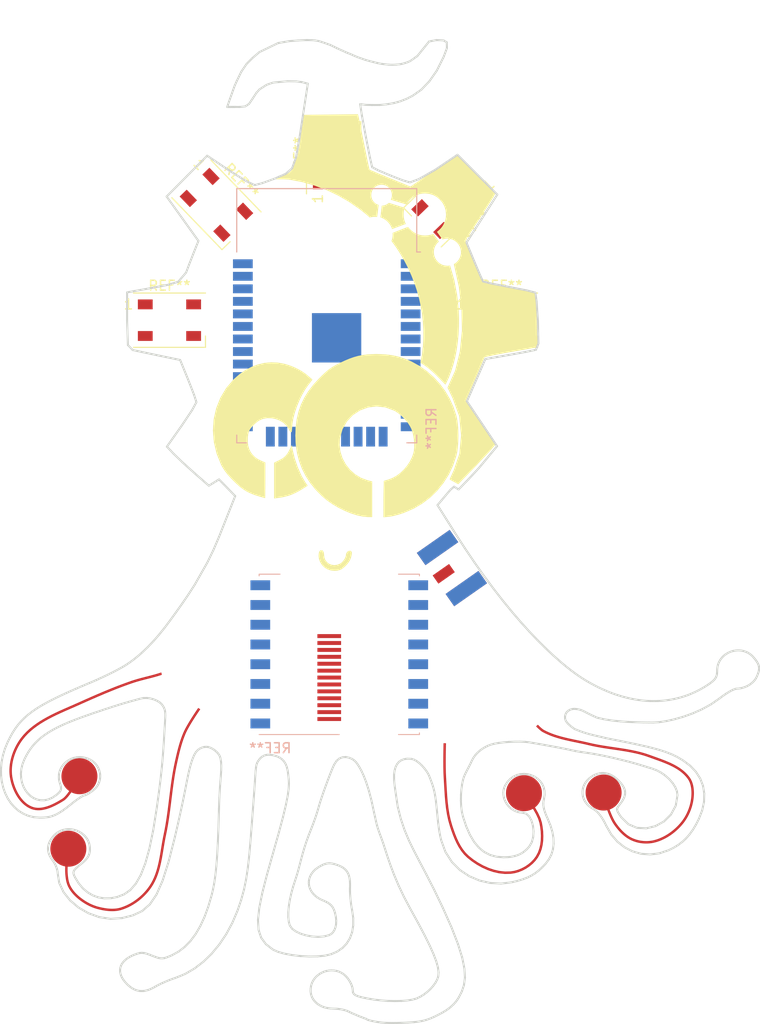
<source format=kicad_pcb>
(kicad_pcb (version 20171130) (host pcbnew 5.1.2-f72e74a~84~ubuntu18.04.1)
  (layers (0 Top signal) (31 Bottom signal) (34 B.Paste user) (35 F.Paste user) (36 B.SilkS user) (37 F.SilkS user) (38 B.Mask user) (39 F.Mask user) (44 Edge.Cuts user))
  (net 0 "")
  (module Oshwi_ESP32:Touch (layer Top) (at 158.115 94.742)
    (fp_text reference svg2mod hide)
    (fp_text value G*** hide)
    (fp_poly (pts (xy 24.348771 26.440957) (xy 24.346655 26.527968) (xy 24.340119 26.613836) (xy 24.329377 26.698457) (xy 24.314508 26.781722) (xy 24.295617 26.863528) (xy 24.272836 26.943766) (xy 24.246253 27.022328) (xy 24.215977 27.099113) (xy 24.182118 27.174011) (xy 24.144778 27.246917) (xy 24.104063 27.317725) (xy 24.060082 27.386329) (xy 24.012941 27.452623) (xy 23.962744 27.516496) (xy 23.9096 27.577848) (xy 23.853614 27.636572) (xy 23.794893 27.692558) (xy 23.733541 27.745702) (xy 23.669665 27.795899) (xy 23.603374 27.843039) (xy 23.53477 27.887021) (xy 23.463962 27.927735) (xy 23.391056 27.965073) (xy 23.316158 27.998935) (xy 23.239373 28.029211) (xy 23.160808 28.055794) (xy 23.08057 28.078574) (xy 22.998767 28.097465) (xy 22.9155 28.112335) (xy 22.830881 28.123077) (xy 22.745013 28.129612) (xy 22.657999 28.131729) (xy 22.570988 28.129612) (xy 22.48512 28.123077) (xy 22.400499 28.112335) (xy 22.317234 28.097465) (xy 22.23543 28.078574) (xy 22.155193 28.055794) (xy 22.076628 28.029211) (xy 21.999843 27.998935) (xy 21.924945 27.965073) (xy 21.852039 27.927735) (xy 21.781231 27.887021) (xy 21.712627 27.843039) (xy 21.646336 27.795899) (xy 21.58246 27.745702) (xy 21.521108 27.692558) (xy 21.462387 27.636572) (xy 21.406401 27.577848) (xy 21.353257 27.516496) (xy 21.30306 27.452623) (xy 21.255919 27.386329) (xy 21.211937 27.317725) (xy 21.171223 27.246917) (xy 21.133883 27.174011) (xy 21.100024 27.099113) (xy 21.069748 27.022328) (xy 21.043165 26.943766) (xy 21.020384 26.863528) (xy 21.001493 26.781722) (xy 20.986624 26.698457) (xy 20.975882 26.613836) (xy 20.969346 26.527968) (xy 20.96723 26.440957) (xy 20.969346 26.353946) (xy 20.975882 26.268078) (xy 20.986624 26.183456) (xy 21.001493 26.100192) (xy 21.020384 26.018385) (xy 21.043165 25.938148) (xy 21.069748 25.859585) (xy 21.100024 25.7828) (xy 21.133883 25.707902) (xy 21.171223 25.634996) (xy 21.211937 25.564189) (xy 21.255919 25.495585) (xy 21.30306 25.429293) (xy 21.353257 25.365418) (xy 21.406401 25.304066) (xy 21.462387 25.245344) (xy 21.521108 25.189359) (xy 21.58246 25.136214) (xy 21.646336 25.086018) (xy 21.712627 25.038877) (xy 21.781231 24.994895) (xy 21.852039 24.954181) (xy 21.924945 24.91684) (xy 21.999843 24.882982) (xy 22.076628 24.852705) (xy 22.155193 24.826123) (xy 22.23543 24.803342) (xy 22.317234 24.784451) (xy 22.400499 24.769581) (xy 22.48512 24.758839) (xy 22.570988 24.752304) (xy 22.657999 24.750187) (xy 22.74501 24.752304) (xy 22.830881 24.758839) (xy 22.9155 24.769581) (xy 22.998767 24.784451) (xy 23.08057 24.803342) (xy 23.160808 24.826123) (xy 23.239371 24.852705) (xy 23.316155 24.882982) (xy 23.391054 24.91684) (xy 23.46396 24.954181) (xy 23.534767 24.994895) (xy 23.603371 25.038877) (xy 23.669663 25.086018) (xy 23.733538 25.136214) (xy 23.79489 25.189359) (xy 23.853614 25.245344) (xy 23.9096 25.304066) (xy 23.962744 25.365418) (xy 24.012938 25.429293) (xy 24.060082 25.495585) (xy 24.104061 25.564189) (xy 24.144775 25.634996) (xy 24.182116 25.707902) (xy 24.215977 25.7828) (xy 24.246251 25.859585) (xy 24.272836 25.938148) (xy 24.295617 26.018385) (xy 24.314508 26.100192) (xy 24.329377 26.183456) (xy 24.340119 26.268078) (xy 24.346655 26.353946) (xy 24.348771 26.440957)) (layer Top) (width 0.265584))
    (fp_poly (pts (xy 16.27898 26.507103) (xy 16.276863 26.594114) (xy 16.270328 26.679981) (xy 16.259586 26.764603) (xy 16.244716 26.847867) (xy 16.225825 26.929674) (xy 16.203044 27.009912) (xy 16.176462 27.088474) (xy 16.146185 27.165259) (xy 16.112327 27.240157) (xy 16.074986 27.313063) (xy 16.034272 27.383871) (xy 15.99029 27.452475) (xy 15.943149 27.518769) (xy 15.892953 27.582642) (xy 15.839808 27.643993) (xy 15.783823 27.702718) (xy 15.725101 27.758704) (xy 15.663749 27.811848) (xy 15.599874 27.862044) (xy 15.533582 27.909185) (xy 15.464978 27.953167) (xy 15.394171 27.993881) (xy 15.321265 28.031219) (xy 15.246366 28.06508) (xy 15.169582 28.095357) (xy 15.091016 28.121939) (xy 15.010779 28.14472) (xy 14.928975 28.163611) (xy 14.845708 28.178481) (xy 14.761089 28.189223) (xy 14.675221 28.195758) (xy 14.588207 28.197875) (xy 14.501197 28.195758) (xy 14.415329 28.189223) (xy 14.330707 28.178481) (xy 14.247443 28.163611) (xy 14.165639 28.14472) (xy 14.085401 28.121939) (xy 14.006836 28.095357) (xy 13.930051 28.06508) (xy 13.855153 28.031219) (xy 13.782247 27.993881) (xy 13.711439 27.953167) (xy 13.642835 27.909185) (xy 13.576544 27.862044) (xy 13.512668 27.811848) (xy 13.451317 27.758704) (xy 13.392595 27.702718) (xy 13.336609 27.643993) (xy 13.283465 27.582642) (xy 13.233268 27.518769) (xy 13.186127 27.452475) (xy 13.142146 27.383871) (xy 13.101432 27.313063) (xy 13.064091 27.240157) (xy 13.030232 27.165259) (xy 12.999956 27.088474) (xy 12.973373 27.009912) (xy 12.950593 26.929674) (xy 12.931702 26.847867) (xy 12.916832 26.764603) (xy 12.90609 26.679981) (xy 12.899555 26.594114) (xy 12.897438 26.507103) (xy 12.899555 26.420092) (xy 12.90609 26.334224) (xy 12.916832 26.249602) (xy 12.931702 26.166338) (xy 12.950593 26.084531) (xy 12.973373 26.004294) (xy 12.999956 25.925731) (xy 13.030232 25.848946) (xy 13.064091 25.774048) (xy 13.101432 25.701142) (xy 13.142146 25.630334) (xy 13.186127 25.561731) (xy 13.233268 25.495439) (xy 13.283465 25.431563) (xy 13.336609 25.370212) (xy 13.392595 25.31149) (xy 13.451317 25.255504) (xy 13.512668 25.20236) (xy 13.576544 25.152163) (xy 13.642835 25.105023) (xy 13.711439 25.061041) (xy 13.782247 25.020327) (xy 13.855153 24.982986) (xy 13.930051 24.949128) (xy 14.006836 24.918851) (xy 14.085401 24.892269) (xy 14.165639 24.869488) (xy 14.247443 24.850597) (xy 14.330707 24.835727) (xy 14.415329 24.824985) (xy 14.501197 24.81845) (xy 14.588207 24.816333) (xy 14.675218 24.81845) (xy 14.761089 24.824985) (xy 14.845708 24.835727) (xy 14.928975 24.850597) (xy 15.010779 24.869488) (xy 15.091016 24.892269) (xy 15.169579 24.918851) (xy 15.246364 24.949128) (xy 15.321262 24.982986) (xy 15.394168 25.020327) (xy 15.464976 25.061041) (xy 15.53358 25.105023) (xy 15.599871 25.152163) (xy 15.663747 25.20236) (xy 15.725098 25.255504) (xy 15.783823 25.31149) (xy 15.839808 25.370212) (xy 15.892953 25.431563) (xy 15.943147 25.495439) (xy 15.99029 25.561731) (xy 16.034269 25.630334) (xy 16.074983 25.701142) (xy 16.112324 25.774048) (xy 16.146185 25.848946) (xy 16.176459 25.925731) (xy 16.203044 26.004294) (xy 16.225825 26.084531) (xy 16.244716 26.166338) (xy 16.259586 26.249602) (xy 16.270328 26.334224) (xy 16.276863 26.420092) (xy 16.27898 26.507103)) (layer Top) (width 0.265584))
    (fp_poly (pts (xy -29.890812 32.129498) (xy -29.893008 32.216509) (xy -29.899538 32.302377) (xy -29.910291 32.386999) (xy -29.92516 32.470263) (xy -29.944041 32.55207) (xy -29.966827 32.632307) (xy -29.99341 32.71087) (xy -30.023685 32.787655) (xy -30.057546 32.862553) (xy -30.094886 32.935459) (xy -30.1356 33.006267) (xy -30.17958 33.074871) (xy -30.226722 33.141165) (xy -30.276918 33.205038) (xy -30.330062 33.266389) (xy -30.386049 33.325114) (xy -30.444771 33.381099) (xy -30.506123 33.434244) (xy -30.569998 33.48444) (xy -30.63629 33.531581) (xy -30.704893 33.575563) (xy -30.775701 33.616277) (xy -30.848607 33.653615) (xy -30.923506 33.687476) (xy -31.00029 33.717753) (xy -31.078854 33.744335) (xy -31.159092 33.767116) (xy -31.240896 33.786007) (xy -31.324162 33.800877) (xy -31.408782 33.811619) (xy -31.494651 33.818154) (xy -31.581662 33.820271) (xy -31.668674 33.818154) (xy -31.754543 33.811619) (xy -31.839163 33.800877) (xy -31.922429 33.786007) (xy -32.004233 33.767116) (xy -32.084471 33.744335) (xy -32.163035 33.717753) (xy -32.239819 33.687476) (xy -32.314718 33.653615) (xy -32.387624 33.616277) (xy -32.458432 33.575563) (xy -32.527035 33.531581) (xy -32.593327 33.48444) (xy -32.657202 33.434244) (xy -32.718554 33.381099) (xy -32.777276 33.325114) (xy -32.833263 33.266389) (xy -32.886407 33.205038) (xy -32.936603 33.141165) (xy -32.983745 33.074871) (xy -33.027725 33.006267) (xy -33.068439 32.935459) (xy -33.105779 32.862553) (xy -33.13964 32.787655) (xy -33.169915 32.71087) (xy -33.196498 32.632307) (xy -33.219284 32.55207) (xy -33.238165 32.470263) (xy -33.253034 32.386999) (xy -33.263787 32.302377) (xy -33.270317 32.216509) (xy -33.272513 32.129498) (xy -33.270317 32.042488) (xy -33.263787 31.95662) (xy -33.253034 31.871998) (xy -33.238165 31.788734) (xy -33.219284 31.706927) (xy -33.196498 31.62669) (xy -33.169915 31.548127) (xy -33.13964 31.471342) (xy -33.105779 31.396444) (xy -33.068439 31.323538) (xy -33.027725 31.25273) (xy -32.983744 31.184126) (xy -32.936603 31.117835) (xy -32.886407 31.053959) (xy -32.833263 30.992608) (xy -32.777276 30.933886) (xy -32.718554 30.8779) (xy -32.657202 30.824756) (xy -32.593327 30.774559) (xy -32.527035 30.727418) (xy -32.458431 30.683437) (xy -32.387624 30.642723) (xy -32.314717 30.605382) (xy -32.239819 30.571523) (xy -32.163035 30.541247) (xy -32.084471 30.514664) (xy -32.004233 30.491884) (xy -31.922429 30.472993) (xy -31.839163 30.458123) (xy -31.754543 30.447381) (xy -31.668674 30.440846) (xy -31.581663 30.438729) (xy -31.494652 30.440846) (xy -31.408783 30.447381) (xy -31.324163 30.458123) (xy -31.240897 30.472993) (xy -31.159093 30.491884) (xy -31.078855 30.514664) (xy -31.000291 30.541247) (xy -30.923507 30.571523) (xy -30.848609 30.605382) (xy -30.775703 30.642723) (xy -30.704895 30.683437) (xy -30.636291 30.727418) (xy -30.569999 30.774559) (xy -30.506124 30.824756) (xy -30.444772 30.8779) (xy -30.38605 30.933886) (xy -30.330063 30.992608) (xy -30.276919 31.053959) (xy -30.226723 31.117835) (xy -30.179582 31.184126) (xy -30.135601 31.25273) (xy -30.094888 31.323538) (xy -30.057547 31.396444) (xy -30.023686 31.471342) (xy -29.993411 31.548127) (xy -29.966828 31.62669) (xy -29.944042 31.706927) (xy -29.925161 31.788734) (xy -29.910292 31.871998) (xy -29.899539 31.95662) (xy -29.893009 32.042488) (xy -29.890813 32.129498) (xy -29.890812 32.129498)) (layer Top) (width 0.265584))
    (fp_poly (pts (xy -18.418127 17.865351) (xy -18.430528 17.883951) (xy -18.465668 17.935111) (xy -18.521479 18.016761) (xy -18.595376 18.12528) (xy -18.683743 18.257056) (xy -18.784512 18.408985) (xy -18.895099 18.57745) (xy -19.012922 18.759867) (xy -19.135395 18.952621) (xy -19.259935 19.152609) (xy -19.383442 19.355696) (xy -19.503848 19.559819) (xy -19.618569 19.760839) (xy -19.724506 19.956175) (xy -19.819591 20.142728) (xy -19.90124 20.317395) (xy -19.978754 20.498262) (xy -20.051618 20.680681) (xy -20.120864 20.864649) (xy -20.186494 21.049651) (xy -20.248505 21.235685) (xy -20.307933 21.422753) (xy -20.363744 21.61034) (xy -20.417487 21.798959) (xy -20.469164 21.988093) (xy -20.518256 22.177747) (xy -20.565798 22.3674) (xy -20.611791 22.557569) (xy -20.656232 22.747739) (xy -20.700157 22.937908) (xy -20.743049 23.127559) (xy -20.785423 23.317212) (xy -20.882575 23.776097) (xy -20.969908 24.236536) (xy -21.048973 24.698006) (xy -21.120803 25.160511) (xy -21.186949 25.624048) (xy -21.248961 26.087585) (xy -21.307872 26.55164) (xy -21.365233 27.015177) (xy -21.422077 27.478714) (xy -21.480471 27.941734) (xy -21.540933 28.403723) (xy -21.605012 28.864678) (xy -21.674775 29.324598) (xy -21.750739 29.782967) (xy -21.833938 30.23927) (xy -21.926439 30.693507) (xy -21.995169 31.030435) (xy -22.058214 31.370467) (xy -22.116608 31.712565) (xy -22.173452 32.05518) (xy -22.22978 32.398313) (xy -22.287657 32.739892) (xy -22.349669 33.079924) (xy -22.416332 33.416853) (xy -22.490746 33.749651) (xy -22.573945 34.077795) (xy -22.667996 34.400256) (xy -22.774449 34.715483) (xy -22.895889 35.023474) (xy -23.032831 35.322681) (xy -23.188377 35.612069) (xy -23.363044 35.891638) (xy -23.493785 36.075605) (xy -23.632278 36.25544) (xy -23.779039 36.430623) (xy -23.933552 36.600639) (xy -24.095299 36.764453) (xy -24.263764 36.922582) (xy -24.43843 37.073995) (xy -24.619298 37.218687) (xy -24.805333 37.356149) (xy -24.996536 37.48534) (xy -25.19239 37.606778) (xy -25.392377 37.719433) (xy -25.595982 37.822787) (xy -25.803205 37.916838) (xy -26.013011 38.001071) (xy -26.224885 38.075485) (xy -26.360794 38.114757) (xy -26.361323 38.114757) (xy -26.499299 38.146798) (xy -26.639859 38.172119) (xy -26.782486 38.190216) (xy -26.926663 38.202096) (xy -27.07239 38.207785) (xy -27.218118 38.207785) (xy -27.365396 38.202096) (xy -27.513191 38.191751) (xy -27.660985 38.176246) (xy -27.661514 38.176246) (xy -27.808792 38.156614) (xy -27.809321 38.156614) (xy -27.956599 38.133357) (xy -28.10336 38.105968) (xy -28.249088 38.075996) (xy -28.393782 38.042923) (xy -28.393782 38.042394) (xy -28.536925 38.007252) (xy -28.660949 37.972628) (xy -28.783939 37.934907) (xy -28.906412 37.892531) (xy -29.027852 37.847054) (xy -29.148258 37.797445) (xy -29.26763 37.744737) (xy -29.385453 37.68841) (xy -29.502241 37.628982) (xy -29.616963 37.566453) (xy -29.730651 37.501339) (xy -29.842789 37.433127) (xy -29.95286 37.36233) (xy -30.06138 37.28895) (xy -30.167834 37.212986) (xy -30.272737 37.134955) (xy -30.375056 37.054855) (xy -30.451537 36.992328) (xy -30.526985 36.927733) (xy -30.601399 36.861587) (xy -30.674263 36.793891) (xy -30.746093 36.724644) (xy -30.815339 36.653331) (xy -30.883035 36.580983) (xy -30.949181 36.506569) (xy -31.012743 36.430605) (xy -31.073721 36.35309) (xy -31.132116 36.274024) (xy -31.188443 36.193927) (xy -31.24167 36.111761) (xy -31.291796 36.028563) (xy -31.338822 35.943814) (xy -31.38223 35.857512) (xy -31.416336 35.784133) (xy -31.446825 35.708684) (xy -31.474731 35.631688) (xy -31.500051 35.553657) (xy -31.522271 35.474075) (xy -31.542943 35.393459) (xy -31.560514 35.311809) (xy -31.576534 35.229127) (xy -31.590486 35.145412) (xy -31.602887 35.06118) (xy -31.61374 34.976431) (xy -31.623559 34.891164) (xy -31.631827 34.805381) (xy -31.639061 34.719597) (xy -31.645263 34.633814) (xy -31.651464 34.548034) (xy -31.657148 34.404373) (xy -31.658179 34.245726) (xy -31.654044 34.074675) (xy -31.646292 33.894841) (xy -31.634923 33.710873) (xy -31.620971 33.525355) (xy -31.604951 33.341388) (xy -31.58738 33.163104) (xy -31.569293 32.993088) (xy -31.551722 32.835476) (xy -31.534669 32.692849) (xy -31.519167 32.568826) (xy -31.506248 32.467022) (xy -31.495913 32.390023) (xy -31.489195 32.341448) (xy -31.487132 32.324912) (xy -31.734145 32.289257) (xy -31.736738 32.306825) (xy -31.743456 32.356434) (xy -31.754309 32.433949) (xy -31.767229 32.537303) (xy -31.783249 32.662877) (xy -31.800301 32.806535) (xy -31.817872 32.966217) (xy -31.835959 33.137783) (xy -31.85353 33.31865) (xy -31.870067 33.504686) (xy -31.884018 33.693821) (xy -31.895903 33.881924) (xy -31.904172 34.065891) (xy -31.907788 34.243141) (xy -31.907259 34.410056) (xy -31.900542 34.56457) (xy -31.894858 34.651901) (xy -31.88814 34.739751) (xy -31.880388 34.828119) (xy -31.87212 34.917003) (xy -31.862301 35.005884) (xy -31.850932 35.095285) (xy -31.837497 35.184169) (xy -31.822511 35.273569) (xy -31.805458 35.361937) (xy -31.786337 35.450818) (xy -31.764117 35.538671) (xy -31.739312 35.626002) (xy -31.711407 35.712819) (xy -31.680401 35.798603) (xy -31.645778 35.883351) (xy -31.607537 35.966549) (xy -31.559479 36.061117) (xy -31.507802 36.153618) (xy -31.453542 36.244568) (xy -31.395664 36.333452) (xy -31.335203 36.42027) (xy -31.272157 36.505019) (xy -31.206528 36.588217) (xy -31.138316 36.669349) (xy -31.068552 36.74893) (xy -30.996205 36.826445) (xy -30.922308 36.901894) (xy -30.84686 36.975273) (xy -30.769863 37.047105) (xy -30.769863 37.046576) (xy -30.691314 37.116341) (xy -30.611733 37.184038) (xy -30.531117 37.250183) (xy -30.424147 37.333382) (xy -30.31511 37.415029) (xy -30.204006 37.494095) (xy -30.090834 37.570575) (xy -30.090834 37.571105) (xy -29.975596 37.645) (xy -29.85829 37.716313) (xy -29.739434 37.785044) (xy -29.618512 37.850155) (xy -29.496038 37.912684) (xy -29.372015 37.971596) (xy -29.246441 38.027408) (xy -29.119834 38.079599) (xy -28.99116 38.127658) (xy -28.861969 38.1721) (xy -28.731227 38.212925) (xy -28.599452 38.249099) (xy -28.452175 38.285789) (xy -28.30283 38.319894) (xy -28.151418 38.351419) (xy -27.998972 38.379841) (xy -27.845493 38.404129) (xy -27.690464 38.424793) (xy -27.534918 38.440801) (xy -27.379372 38.451648) (xy -27.223309 38.457337) (xy -27.067246 38.457866) (xy -27.066717 38.457866) (xy -26.911688 38.451675) (xy -26.756658 38.438763) (xy -26.602146 38.419131) (xy -26.449184 38.391744) (xy -26.297772 38.356605) (xy -26.148427 38.313195) (xy -25.925185 38.235164) (xy -25.704526 38.146798) (xy -25.487485 38.048095) (xy -25.274578 37.939574) (xy -25.065289 37.821752) (xy -24.86065 37.695146) (xy -24.661179 37.56027) (xy -24.466876 37.417125) (xy -24.278773 37.26623) (xy -24.096356 37.108102) (xy -23.920656 36.943254) (xy -23.752191 36.772203) (xy -23.59096 36.594953) (xy -23.437481 36.412536) (xy -23.292787 36.224434) (xy -23.156361 36.031682) (xy -22.971876 35.737643) (xy -22.809096 35.433784) (xy -22.665435 35.121142) (xy -22.539862 34.801266) (xy -22.429274 34.475186) (xy -22.332639 34.143425) (xy -22.247373 33.807528) (xy -22.171925 33.468012) (xy -22.103712 33.126433) (xy -22.041701 32.782784) (xy -21.983306 32.439135) (xy -21.926462 32.095486) (xy -21.870135 31.753907) (xy -21.811741 31.414391) (xy -21.749729 31.077978) (xy -21.682549 30.746214) (xy -21.588498 30.286295) (xy -21.504266 29.825343) (xy -21.427785 29.363354) (xy -21.358021 28.900849) (xy -21.293426 28.437312) (xy -21.232448 27.973259) (xy -21.174054 27.50972) (xy -21.117209 27.045667) (xy -21.059848 26.582646) (xy -21.000937 26.119626) (xy -20.939442 25.658155) (xy -20.873297 25.197717) (xy -20.801983 24.738313) (xy -20.723952 24.280978) (xy -20.637652 23.825191) (xy -20.541534 23.371989) (xy -20.499159 23.182335) (xy -20.456268 22.993201) (xy -20.412859 22.804582) (xy -20.368418 22.615447) (xy -20.322943 22.427344) (xy -20.275917 22.239241) (xy -20.227341 22.052173) (xy -20.176698 21.866136) (xy -20.123988 21.680618) (xy -20.068694 21.496135) (xy -20.010817 21.312684) (xy -19.950356 21.130783) (xy -19.886277 20.950432) (xy -19.818581 20.771113) (xy -19.747784 20.593864) (xy -19.672853 20.418164) (xy -19.595338 20.2528) (xy -19.503354 20.072965) (xy -19.400001 19.882796) (xy -19.287864 19.685393) (xy -19.169008 19.48437) (xy -19.047051 19.283351) (xy -18.924061 19.085945) (xy -18.802622 18.894744) (xy -18.685833 18.713875) (xy -18.575762 18.546444) (xy -18.47551 18.395549) (xy -18.388177 18.264808) (xy -18.315313 18.157321) (xy -18.260019 18.076705) (xy -18.224879 18.026061) (xy -18.212994 18.008493) (xy -18.418127 17.865351)) (layer Top) (width 0))
    (fp_poly (pts (xy 15.995793 19.567571) (xy 15.814924 19.740172) (xy 15.819052 19.744829) (xy 15.819581 19.744829) (xy 15.833022 19.759302) (xy 15.854718 19.781527) (xy 15.883142 19.810464) (xy 15.918281 19.845087) (xy 15.958588 19.884878) (xy 16.003546 19.928288) (xy 16.052639 19.974797) (xy 16.104834 20.022856) (xy 16.159094 20.071431) (xy 16.215421 20.120005) (xy 16.27278 20.167548) (xy 16.330142 20.212506) (xy 16.387504 20.254366) (xy 16.444347 20.29209) (xy 16.50119 20.325163) (xy 16.772491 20.462622) (xy 17.049478 20.587678) (xy 17.330082 20.700851) (xy 17.614819 20.803686) (xy 17.902656 20.897219) (xy 18.193079 20.982486) (xy 18.486084 21.061036) (xy 18.78012 21.133899) (xy 19.076229 21.201596) (xy 19.372335 21.266707) (xy 19.668956 21.328717) (xy 19.965578 21.390214) (xy 20.260652 21.451193) (xy 20.555207 21.513719) (xy 20.847696 21.578315) (xy 21.1376 21.646011) (xy 21.524141 21.734379) (xy 21.912747 21.81241) (xy 22.302386 21.883207) (xy 22.693062 21.947803) (xy 23.084251 22.008263) (xy 23.475443 22.06614) (xy 23.866116 22.122986) (xy 24.256273 22.180864) (xy 24.64488 22.241323) (xy 25.03142 22.306437) (xy 25.415376 22.377235) (xy 25.797265 22.455781) (xy 26.175537 22.543631) (xy 26.549673 22.64285) (xy 26.920193 22.754988) (xy 27.286062 22.881594) (xy 27.554262 22.978746) (xy 27.825563 23.075899) (xy 28.098417 23.174083) (xy 28.371785 23.27382) (xy 28.644636 23.377172) (xy 28.914387 23.484659) (xy 29.180521 23.597313) (xy 29.441487 23.716688) (xy 29.695733 23.843294) (xy 29.941714 23.979202) (xy 30.177876 24.124413) (xy 30.403184 24.280994) (xy 30.616092 24.448941) (xy 30.81608 24.630326) (xy 31.000563 24.825662) (xy 31.169029 25.036504) (xy 31.233108 25.130552) (xy 31.290986 25.229771) (xy 31.342145 25.333125) (xy 31.387622 25.440612) (xy 31.427413 25.551716) (xy 31.461002 25.665921) (xy 31.489939 25.782711) (xy 31.513196 25.902083) (xy 31.531796 26.023005) (xy 31.545237 26.144962) (xy 31.55455 26.267951) (xy 31.55455 26.26848) (xy 31.55971 26.391985) (xy 31.560768 26.515493) (xy 31.558122 26.637966) (xy 31.558122 26.638495) (xy 31.551931 26.760452) (xy 31.543147 26.880858) (xy 31.524546 27.051906) (xy 31.499226 27.222957) (xy 31.467187 27.394005) (xy 31.429463 27.56402) (xy 31.385021 27.73352) (xy 31.334377 27.901467) (xy 31.27805 28.067867) (xy 31.215521 28.232197) (xy 31.147309 28.393944) (xy 31.073413 28.553107) (xy 30.993829 28.709172) (xy 30.909081 28.862132) (xy 30.819165 29.011477) (xy 30.723563 29.156172) (xy 30.62331 29.296732) (xy 30.517892 29.43264) (xy 30.386632 29.588702) (xy 30.249173 29.741666) (xy 30.104996 29.889978) (xy 29.955652 30.033639) (xy 29.800106 30.17213) (xy 29.639909 30.305456) (xy 29.474544 30.43258) (xy 29.305044 30.554019) (xy 29.130895 30.668223) (xy 28.953127 30.77571) (xy 28.771745 30.875448) (xy 28.587259 30.96743) (xy 28.399674 31.051147) (xy 28.210021 31.126593) (xy 28.017785 31.192739) (xy 27.823481 31.249584) (xy 27.691189 31.281623) (xy 27.556315 31.307975) (xy 27.419888 31.328639) (xy 27.281913 31.343615) (xy 27.142904 31.352928) (xy 27.003376 31.356553) (xy 26.863334 31.354965) (xy 26.72329 31.347716) (xy 26.583246 31.334275) (xy 26.444237 31.316177) (xy 26.306778 31.291889) (xy 26.170353 31.262435) (xy 26.035993 31.227812) (xy 25.903701 31.187502) (xy 25.77451 31.142029) (xy 25.647905 31.091385) (xy 25.516129 31.030925) (xy 25.387454 30.963744) (xy 25.261364 30.889846) (xy 25.138891 30.809233) (xy 25.019001 30.72345) (xy 24.901695 30.631465) (xy 24.788009 30.535347) (xy 24.676902 30.434062) (xy 24.568899 30.328641) (xy 24.464513 30.219604) (xy 24.36271 30.106949) (xy 24.264009 29.99171) (xy 24.168408 29.873889) (xy 24.076422 29.753998) (xy 23.987022 29.633075) (xy 23.901239 29.510602) (xy 23.790135 29.334387) (xy 23.680066 29.13233) (xy 23.571545 28.909091) (xy 23.466643 28.669828) (xy 23.365355 28.421263) (xy 23.268721 28.167016) (xy 23.17777 27.913284) (xy 23.093022 27.664721) (xy 23.016023 27.426493) (xy 22.94626 27.203766) (xy 22.885797 27.001712) (xy 22.834638 26.824978) (xy 22.793296 26.678735) (xy 22.762809 26.568147) (xy 22.744208 26.498385) (xy 22.73852 26.475657) (xy 22.49564 26.536117) (xy 22.502863 26.562991) (xy 22.521464 26.633269) (xy 22.55247 26.745408) (xy 22.593811 26.893201) (xy 22.646003 27.072004) (xy 22.7075 27.276641) (xy 22.777779 27.501952) (xy 22.85581 27.743278) (xy 22.941593 27.995461) (xy 23.034094 28.253326) (xy 23.132278 28.512226) (xy 23.236148 28.767507) (xy 23.34467 29.013487) (xy 23.45784 29.24603) (xy 23.574114 29.460488) (xy 23.695036 29.651691) (xy 23.783918 29.778813) (xy 23.876419 29.904387) (xy 23.972536 30.028929) (xy 24.071755 30.151918) (xy 24.174593 30.272325) (xy 24.281562 30.390146) (xy 24.391634 30.504351) (xy 24.505323 30.615455) (xy 24.622628 30.722942) (xy 24.744067 30.825261) (xy 24.868606 30.92293) (xy 24.997281 31.015431) (xy 25.129573 31.10173) (xy 25.266 31.182346) (xy 25.406041 31.255209) (xy 25.406041 31.255738) (xy 25.549702 31.321366) (xy 25.686645 31.376142) (xy 25.82617 31.425236) (xy 25.968281 31.468643) (xy 26.112976 31.505852) (xy 26.258703 31.537374) (xy 26.406497 31.563198) (xy 26.555325 31.58283) (xy 26.704672 31.596773) (xy 26.85505 31.604525) (xy 27.00491 31.606642) (xy 27.154773 31.602515) (xy 27.155302 31.602515) (xy 27.30413 31.592699) (xy 27.451926 31.576691) (xy 27.452456 31.576691) (xy 27.599217 31.553964) (xy 27.744426 31.525542) (xy 27.887571 31.490919) (xy 28.093242 31.430972) (xy 28.296849 31.361209) (xy 28.496835 31.281628) (xy 28.69424 31.193778) (xy 28.888026 31.097145) (xy 29.078196 30.99224) (xy 29.264748 30.879586) (xy 29.446649 30.760214) (xy 29.623899 30.633605) (xy 29.795981 30.500798) (xy 29.963412 30.361788) (xy 30.12516 30.217093) (xy 30.28174 30.067233) (xy 30.4316 29.912203) (xy 30.575261 29.75304) (xy 30.712204 29.589742) (xy 30.823827 29.446081) (xy 30.929763 29.297769) (xy 31.030532 29.144808) (xy 31.125616 28.987712) (xy 31.215016 28.826998) (xy 31.298214 28.662666) (xy 31.376248 28.495235) (xy 31.447561 28.324703) (xy 31.513188 28.152105) (xy 31.572616 27.977437) (xy 31.625845 27.801222) (xy 31.672353 27.622938) (xy 31.712144 27.443619) (xy 31.745733 27.263785) (xy 31.772085 27.083434) (xy 31.791717 26.903083) (xy 31.801533 26.775962) (xy 31.808254 26.647803) (xy 31.808254 26.647274) (xy 31.8109 26.517048) (xy 31.809841 26.385791) (xy 31.804153 26.254015) (xy 31.794337 26.121724) (xy 31.779361 25.989948) (xy 31.759729 25.859207) (xy 31.73388 25.728982) (xy 31.702357 25.600309) (xy 31.665149 25.474217) (xy 31.620709 25.350194) (xy 31.569549 25.229271) (xy 31.569549 25.228742) (xy 31.511153 25.111436) (xy 31.445007 24.997747) (xy 31.370593 24.88871) (xy 31.188692 24.661335) (xy 30.990773 24.451528) (xy 30.777866 24.258258) (xy 30.552039 24.079974) (xy 30.314329 23.915128) (xy 30.067314 23.763199) (xy 29.811515 23.62212) (xy 29.549001 23.490863) (xy 29.281316 23.36839) (xy 29.009497 23.253151) (xy 28.734579 23.144114) (xy 28.458626 23.039727) (xy 28.183192 22.938958) (xy 27.909306 22.840774) (xy 27.63904 22.743622) (xy 27.372906 22.646988) (xy 26.997219 22.517279) (xy 26.617912 22.402558) (xy 26.235507 22.301273) (xy 25.850517 22.211354) (xy 25.463461 22.131773) (xy 25.074338 22.059944) (xy 24.684181 21.99483) (xy 24.293508 21.933851) (xy 23.902316 21.875458) (xy 23.511643 21.818615) (xy 23.121486 21.760737) (xy 22.73236 21.70079) (xy 22.344788 21.636714) (xy 21.959282 21.566951) (xy 21.576359 21.489436) (xy 21.196539 21.403134) (xy 20.903015 21.334406) (xy 20.607944 21.269295) (xy 20.311838 21.206766) (xy 20.015732 21.145268) (xy 19.720143 21.084293) (xy 19.424553 21.021764) (xy 19.130513 20.957684) (xy 18.838027 20.890504) (xy 18.54812 20.818675) (xy 18.260799 20.741676) (xy 17.976062 20.658477) (xy 17.695461 20.567011) (xy 17.41899 20.467274) (xy 17.147173 20.35772) (xy 16.880523 20.237314) (xy 16.619557 20.105022) (xy 16.5777 20.080733) (xy 16.5777 20.080204) (xy 16.531188 20.049716) (xy 16.531188 20.049187) (xy 16.481063 20.013013) (xy 16.429387 19.972704) (xy 16.376677 19.929296) (xy 16.324485 19.883822) (xy 16.323956 19.883822) (xy 16.272796 19.83783) (xy 16.223187 19.791837) (xy 16.176163 19.747914) (xy 16.133271 19.706054) (xy 16.094512 19.667814) (xy 16.060923 19.634225) (xy 16.033536 19.60632) (xy 16.012872 19.585656) (xy 15.999961 19.572215) (xy 15.995833 19.567558) (xy 15.995793 19.567571)) (layer Top) (width 0))
    (fp_poly (pts (xy 6.437721 21.439292) (xy 6.435075 21.542128) (xy 6.428883 21.8217) (xy 6.421131 22.237693) (xy 6.41494 22.749289) (xy 6.411844 23.315664) (xy 6.41494 23.895475) (xy 6.42682 24.448927) (xy 6.449547 24.935721) (xy 6.486753 25.552737) (xy 6.521895 26.17337) (xy 6.562202 26.796073) (xy 6.614396 27.418256) (xy 6.685709 28.038889) (xy 6.783378 28.654874) (xy 6.914635 29.264138) (xy 7.086717 29.865652) (xy 7.230378 30.29405) (xy 7.38644 30.726064) (xy 7.559557 31.155496) (xy 7.754377 31.576141) (xy 7.975034 31.981803) (xy 8.227217 32.365758) (xy 8.514538 32.721808) (xy 8.842683 33.043237) (xy 9.307254 33.412206) (xy 9.808515 33.748103) (xy 10.341298 34.045241) (xy 10.898889 34.294838) (xy 11.47508 34.490693) (xy 12.063159 34.624535) (xy 12.657437 34.688612) (xy 13.250683 34.675171) (xy 13.653757 34.612126) (xy 14.052701 34.501022) (xy 14.441824 34.345477) (xy 14.813894 34.148589) (xy 15.163226 33.913978) (xy 15.483621 33.645262) (xy 15.768358 33.345021) (xy 16.010721 33.016358) (xy 16.224145 32.617933) (xy 16.379691 32.193152) (xy 16.483042 31.749253) (xy 16.539888 31.292434) (xy 16.554863 30.829929) (xy 16.53367 30.368458) (xy 16.48096 29.914222) (xy 16.401894 29.473423) (xy 16.256686 29.011434) (xy 16.029824 28.521026) (xy 15.752324 28.026483) (xy 15.455184 27.556226) (xy 15.169412 27.138682) (xy 14.926533 26.803301) (xy 14.757551 26.580059) (xy 14.693472 26.498411) (xy 14.497619 26.653957) (xy 14.55963 26.733022) (xy 14.726029 26.952645) (xy 14.965292 27.282858) (xy 15.246411 27.694203) (xy 15.537866 28.155158) (xy 15.807617 28.635747) (xy 16.024657 29.103935) (xy 16.156949 29.525099) (xy 16.233429 29.950914) (xy 16.284589 30.389128) (xy 16.30475 30.832514) (xy 16.290807 31.273831) (xy 16.237064 31.705845) (xy 16.139912 32.122357) (xy 15.995735 32.516647) (xy 15.79988 32.881484) (xy 15.577156 33.184308) (xy 15.312573 33.462842) (xy 15.013366 33.71399) (xy 14.685738 33.934131) (xy 14.336404 34.118617) (xy 13.972601 34.264345) (xy 13.600531 34.368215) (xy 13.227429 34.426092) (xy 12.66829 34.439004) (xy 12.105016 34.378026) (xy 11.543293 34.250385) (xy 10.990872 34.062282) (xy 10.453437 33.821469) (xy 9.939256 33.535182) (xy 9.454531 33.210136) (xy 9.005981 32.854086) (xy 8.700056 32.554364) (xy 8.429271 32.218983) (xy 8.190008 31.854147) (xy 7.977619 31.464508) (xy 7.789001 31.05678) (xy 7.620019 30.637685) (xy 7.46654 30.212389) (xy 7.324429 29.788124) (xy 7.157514 29.20418) (xy 7.029358 28.609384) (xy 6.933756 28.005287) (xy 6.862959 27.393954) (xy 6.811283 26.777972) (xy 6.771492 26.158887) (xy 6.771492 26.158358) (xy 6.73635 25.538241) (xy 6.699145 24.919158) (xy 6.67692 24.441151) (xy 6.66504 23.892347) (xy 6.661944 23.315638) (xy 6.66459 22.751848) (xy 6.66459 22.751318) (xy 6.671311 22.241789) (xy 6.678534 21.826827) (xy 6.684725 21.54829) (xy 6.684725 21.547761) (xy 6.687371 21.446475) (xy 6.437721 21.439292)) (layer Top) (width 0))
    (fp_poly (pts (xy -22.161051 14.276423) (xy -22.047828 14.76259) (xy -22.053511 14.764177) (xy -22.053522 14.764177) (xy -22.050421 14.763648) (xy -22.047828 14.76259) (xy -22.161051 14.276423) (xy -22.178104 14.28108) (xy -22.184305 14.283197) (xy -22.185866 14.283197) (xy -22.186898 14.283726) (xy -22.204985 14.289414) (xy -22.226173 14.296135) (xy -22.252012 14.30439) (xy -22.281985 14.313703) (xy -22.282514 14.313703) (xy -22.282514 14.314232) (xy -22.316104 14.324577) (xy -22.352277 14.335954) (xy -22.390001 14.347834) (xy -22.429792 14.360243) (xy -22.469583 14.372652) (xy -22.508857 14.384532) (xy -22.547614 14.396412) (xy -22.584304 14.407789) (xy -22.618927 14.418134) (xy -22.649933 14.427447) (xy -22.805479 14.471889) (xy -22.961542 14.515297) (xy -23.118122 14.557154) (xy -23.275218 14.598495) (xy -23.432831 14.63932) (xy -23.590444 14.679627) (xy -23.748574 14.71942) (xy -23.906704 14.759727) (xy -24.065351 14.800552) (xy -24.223481 14.842409) (xy -24.38161 14.884785) (xy -24.539741 14.928708) (xy -24.69787 14.974701) (xy -24.854967 15.021725) (xy -25.012063 15.071335) (xy -25.168643 15.123529) (xy -25.520042 15.246002) (xy -25.870409 15.371576) (xy -26.219225 15.500251) (xy -26.567007 15.632542) (xy -26.913239 15.767416) (xy -27.258954 15.905394) (xy -27.603119 16.045435) (xy -27.946768 16.187546) (xy -28.289382 16.331725) (xy -28.630964 16.477452) (xy -28.972028 16.62473) (xy -29.312576 16.773558) (xy -29.652607 16.923418) (xy -29.992121 17.073797) (xy -30.331118 17.22521) (xy -30.669599 17.37662) (xy -31.029267 17.535786) (xy -31.400304 17.697533) (xy -31.780125 17.862898) (xy -32.166665 18.032911) (xy -32.556822 18.209129) (xy -32.948013 18.393096) (xy -33.338687 18.585851) (xy -33.725743 18.788421) (xy -34.107115 19.002363) (xy -34.479702 19.228704) (xy -34.841437 19.469517) (xy -35.190253 19.725316) (xy -35.523049 19.997649) (xy -35.837242 20.288587) (xy -36.130764 20.598647) (xy -36.400515 20.929376) (xy -36.550377 21.138664) (xy -36.692487 21.356739) (xy -36.825812 21.582567) (xy -36.949836 21.815627) (xy -37.064041 22.055406) (xy -37.167393 22.300352) (xy -37.260411 22.549949) (xy -37.341543 22.803679) (xy -37.410789 23.060513) (xy -37.467117 23.319929) (xy -37.510525 23.580893) (xy -37.539464 23.842375) (xy -37.55445 24.104376) (xy -37.55445 24.365343) (xy -37.53843 24.624759) (xy -37.505874 24.88159) (xy -37.461432 25.122403) (xy -37.404588 25.366315) (xy -37.335342 25.611261) (xy -37.253693 25.855175) (xy -37.159642 26.097536) (xy -37.053705 26.335764) (xy -36.935366 26.568309) (xy -36.805142 26.793617) (xy -36.663032 27.009626) (xy -36.508519 27.214781) (xy -36.342121 27.407017) (xy -36.16332 27.585301) (xy -35.972634 27.74653) (xy -35.769546 27.889675) (xy -35.554055 28.012664) (xy -35.326679 28.112917) (xy -35.118423 28.178028) (xy -34.907066 28.218854) (xy -34.693126 28.237454) (xy -34.478152 28.235337) (xy -34.477623 28.235337) (xy -34.262132 28.214673) (xy -34.046641 28.176949) (xy -33.831667 28.124755) (xy -33.618761 28.059643) (xy -33.407404 27.982644) (xy -33.198631 27.896345) (xy -32.993476 27.802294) (xy -32.792454 27.701524) (xy -32.595567 27.596104) (xy -32.403848 27.487585) (xy -32.218329 27.377513) (xy -32.039012 27.26796) (xy -31.964598 27.216284) (xy -31.890701 27.155821) (xy -31.818354 27.088644) (xy -31.74704 27.016296) (xy -31.677277 26.939815) (xy -31.610098 26.861266) (xy -31.544985 26.782201) (xy -31.484007 26.70417) (xy -31.426646 26.628721) (xy -31.374453 26.557926) (xy -31.328461 26.493331) (xy -31.28867 26.435969) (xy -31.256114 26.388942) (xy -31.256114 26.388413) (xy -31.231825 26.352239) (xy -31.216323 26.328983) (xy -31.21064 26.320198) (xy -31.42148 26.185322) (xy -31.425615 26.192545) (xy -31.440085 26.214241) (xy -31.46334 26.248864) (xy -31.494346 26.294338) (xy -31.532586 26.349115) (xy -31.577028 26.411128) (xy -31.627154 26.47934) (xy -31.681931 26.551688) (xy -31.740325 26.626102) (xy -31.801303 26.700516) (xy -31.864866 26.774414) (xy -31.928944 26.844177) (xy -31.993023 26.909804) (xy -32.055552 26.967681) (xy -32.115496 27.017291) (xy -32.116025 27.017291) (xy -32.171319 27.055534) (xy -32.347536 27.163537) (xy -32.529437 27.271024) (xy -32.715989 27.37696) (xy -32.907192 27.47928) (xy -33.102012 27.576948) (xy -33.298899 27.667383) (xy -33.49837 27.749546) (xy -33.698358 27.82241) (xy -33.898345 27.883907) (xy -34.097817 27.932482) (xy -34.295737 27.966589) (xy -34.491591 27.985719) (xy -34.684344 27.987835) (xy -34.872963 27.971299) (xy -35.057965 27.935644) (xy -35.238316 27.879316) (xy -35.441404 27.789398) (xy -35.635191 27.67881) (xy -35.819159 27.549103) (xy -35.994342 27.40131) (xy -36.159189 27.236977) (xy -36.314219 27.057661) (xy -36.458396 26.865425) (xy -36.592729 26.662231) (xy -36.715718 26.448807) (xy -36.827856 26.228147) (xy -36.928625 26.001288) (xy -37.018026 25.770294) (xy -37.096057 25.537233) (xy -37.162203 25.303656) (xy -37.216463 25.071114) (xy -37.258838 24.842186) (xy -37.289327 24.601372) (xy -37.304313 24.357461) (xy -37.304829 24.11148) (xy -37.29036 23.863434) (xy -37.262971 23.614871) (xy -37.22163 23.366824) (xy -37.167887 23.119812) (xy -37.101741 22.874347) (xy -37.024226 22.631467) (xy -36.935343 22.392207) (xy -36.835608 22.157596) (xy -36.72657 21.928152) (xy -36.607715 21.70491) (xy -36.480074 21.488385) (xy -36.344165 21.279613) (xy -36.200504 21.079625) (xy -35.943156 20.763882) (xy -35.661519 20.466226) (xy -35.359212 20.186657) (xy -35.037268 19.922589) (xy -34.698787 19.674542) (xy -34.345837 19.439931) (xy -33.981002 19.218239) (xy -33.606864 19.007917) (xy -33.225492 18.808445) (xy -32.839986 18.618275) (xy -32.451896 18.436374) (xy -32.06484 18.261191) (xy -31.67985 18.091694) (xy -31.300545 17.926845) (xy -30.928992 17.764581) (xy -30.567257 17.604903) (xy -30.228776 17.45349) (xy -29.890295 17.302077) (xy -29.551298 17.151701) (xy -29.2123 17.002354) (xy -28.872786 16.854044) (xy -28.532239 16.707283) (xy -28.191691 16.561555) (xy -27.85011 16.417895) (xy -27.508012 16.2763) (xy -27.165397 16.136775) (xy -26.821749 15.999832) (xy -26.477067 15.86599) (xy -26.131352 15.734214) (xy -25.784603 15.606058) (xy -25.43682 15.481518) (xy -25.088004 15.360077) (xy -24.935042 15.309433) (xy -24.781563 15.260858) (xy -24.627051 15.21435) (xy -24.472021 15.169392) (xy -24.315959 15.125982) (xy -24.159379 15.083609) (xy -24.002283 15.042784) (xy -23.84467 15.001961) (xy -23.687056 14.961652) (xy -23.528926 14.921345) (xy -23.370797 14.881036) (xy -23.21215 14.840213) (xy -23.05402 14.798872) (xy -22.89589 14.756496) (xy -22.73776 14.71257) (xy -22.579631 14.667096) (xy -22.547074 14.657783) (xy -22.511934 14.646935) (xy -22.474727 14.635558) (xy -22.474198 14.635558) (xy -22.435441 14.623678) (xy -22.395133 14.611269) (xy -22.355342 14.59886) (xy -22.316068 14.586451) (xy -22.277311 14.574572) (xy -22.240621 14.562692) (xy -22.207031 14.552347) (xy -22.176542 14.542531) (xy -22.150187 14.534276) (xy -22.149657 14.534276) (xy -22.148626 14.533746) (xy -22.127954 14.527026) (xy -22.127425 14.527026) (xy -22.126393 14.527026) (xy -22.113992 14.522898) (xy -22.111399 14.52184) (xy -22.105197 14.519723) (xy -22.109332 14.520782) (xy -22.161051 14.276423)) (layer Top) (width 0))
    (fp_poly (pts (xy -28.766333 24.787311) (xy -28.768529 24.874322) (xy -28.775059 24.96019) (xy -28.785811 25.044811) (xy -28.800681 25.128076) (xy -28.819562 25.209882) (xy -28.842348 25.29012) (xy -28.868931 25.368683) (xy -28.899206 25.445467) (xy -28.933066 25.520366) (xy -28.970407 25.593272) (xy -29.011121 25.664079) (xy -29.055101 25.732683) (xy -29.102243 25.798977) (xy -29.152439 25.86285) (xy -29.205583 25.924202) (xy -29.261569 25.982926) (xy -29.320291 26.038912) (xy -29.381643 26.092056) (xy -29.445519 26.142253) (xy -29.511811 26.189394) (xy -29.580414 26.233375) (xy -29.651222 26.274089) (xy -29.724128 26.311427) (xy -29.799027 26.345289) (xy -29.875811 26.375565) (xy -29.954375 26.402148) (xy -30.034613 26.424928) (xy -30.116417 26.44382) (xy -30.199683 26.458689) (xy -30.284303 26.469431) (xy -30.370172 26.475966) (xy -30.457183 26.478083) (xy -30.544194 26.475966) (xy -30.630063 26.469431) (xy -30.714684 26.458689) (xy -30.797949 26.44382) (xy -30.879754 26.424928) (xy -30.959991 26.402148) (xy -31.038555 26.375565) (xy -31.11534 26.345289) (xy -31.190238 26.311427) (xy -31.263145 26.274089) (xy -31.333952 26.233375) (xy -31.402556 26.189394) (xy -31.468848 26.142253) (xy -31.532723 26.092056) (xy -31.594075 26.038912) (xy -31.652797 25.982926) (xy -31.708784 25.924202) (xy -31.761928 25.86285) (xy -31.812124 25.798977) (xy -31.859265 25.732683) (xy -31.903246 25.664079) (xy -31.94396 25.593272) (xy -31.9813 25.520366) (xy -32.015161 25.445467) (xy -32.045436 25.368683) (xy -32.072019 25.29012) (xy -32.094805 25.209882) (xy -32.113686 25.128076) (xy -32.128555 25.044811) (xy -32.139308 24.96019) (xy -32.145838 24.874322) (xy -32.148034 24.787311) (xy -32.145838 24.7003) (xy -32.139308 24.614432) (xy -32.128555 24.529811) (xy -32.113686 24.446546) (xy -32.094805 24.36474) (xy -32.072019 24.284502) (xy -32.045436 24.205939) (xy -32.015161 24.129155) (xy -31.9813 24.054256) (xy -31.943959 23.98135) (xy -31.903246 23.910543) (xy -31.859265 23.841939) (xy -31.812124 23.775648) (xy -31.761928 23.711772) (xy -31.708783 23.65042) (xy -31.652797 23.591699) (xy -31.594075 23.535713) (xy -31.532723 23.482569) (xy -31.468848 23.432372) (xy -31.402555 23.385231) (xy -31.333952 23.341249) (xy -31.263144 23.300535) (xy -31.190238 23.263195) (xy -31.11534 23.229336) (xy -31.038555 23.19906) (xy -30.959991 23.172477) (xy -30.879754 23.149696) (xy -30.797949 23.130805) (xy -30.714684 23.115935) (xy -30.630064 23.105193) (xy -30.544195 23.098658) (xy -30.457184 23.096541) (xy -30.370173 23.098658) (xy -30.284304 23.105193) (xy -30.199684 23.115935) (xy -30.116418 23.130805) (xy -30.034614 23.149696) (xy -29.954376 23.172477) (xy -29.875812 23.19906) (xy -29.799028 23.229336) (xy -29.72413 23.263195) (xy -29.651223 23.300535) (xy -29.580416 23.341249) (xy -29.511812 23.385231) (xy -29.44552 23.432372) (xy -29.381645 23.482569) (xy -29.320293 23.535713) (xy -29.261571 23.591699) (xy -29.205584 23.65042) (xy -29.15244 23.711772) (xy -29.102244 23.775648) (xy -29.055103 23.841939) (xy -29.011122 23.910543) (xy -28.970408 23.98135) (xy -28.933068 24.054256) (xy -28.899207 24.129155) (xy -28.868932 24.205939) (xy -28.842349 24.284502) (xy -28.819563 24.36474) (xy -28.800682 24.446546) (xy -28.785813 24.529811) (xy -28.77506 24.614432) (xy -28.76853 24.7003) (xy -28.766334 24.787311) (xy -28.766333 24.787311)) (layer Top) (width 0.265584))
    (fp_line (start -1.390979 49.374667) (end -1.390861 49.37476) (layer Edge.Cuts) (width 0.2))
    (fp_line (start -1.390971 49.374667) (end -1.390979 49.374667) (layer Edge.Cuts) (width 0.2))
    (fp_line (start -1.390963 49.374641) (end -1.390971 49.374667) (layer Edge.Cuts) (width 0.2))
    (fp_line (start -1.390958 49.374588) (end -1.390963 49.374641) (layer Edge.Cuts) (width 0.2))
    (fp_line (start -1.39095 49.374561) (end -1.390958 49.374588) (layer Edge.Cuts) (width 0.2))
    (fp_line (start -1.390944 49.374508) (end -1.39095 49.374561) (layer Edge.Cuts) (width 0.2))
    (fp_line (start -1.390937 49.374482) (end -1.390944 49.374508) (layer Edge.Cuts) (width 0.2))
    (fp_line (start -1.390931 49.374429) (end -1.390937 49.374482) (layer Edge.Cuts) (width 0.2))
    (fp_line (start -1.243066 49.462641) (end -1.390931 49.374429) (layer Edge.Cuts) (width 0.2))
    (fp_line (start -0.860854 49.565961) (end -1.243066 49.462641) (layer Edge.Cuts) (width 0.2))
    (fp_line (start -0.373008 49.662243) (end -0.860854 49.565961) (layer Edge.Cuts) (width 0.2))
    (fp_line (start 0.09177 49.729262) (end -0.373008 49.662243) (layer Edge.Cuts) (width 0.2))
    (fp_line (start 0.52303 49.764531) (end 0.09177 49.729262) (layer Edge.Cuts) (width 0.2))
    (fp_line (start 1.004929 49.781464) (end 0.52303 49.764531) (layer Edge.Cuts) (width 0.2))
    (fp_line (start 1.550669 49.781438) (end 1.004929 49.781464) (layer Edge.Cuts) (width 0.2))
    (fp_line (start 2.173451 49.765827) (end 1.550669 49.781438) (layer Edge.Cuts) (width 0.2))
    (fp_line (start 2.848125 49.737199) (end 2.173451 49.765827) (layer Edge.Cuts) (width 0.2))
    (fp_line (start 3.41468 49.698147) (end 2.848125 49.737199) (layer Edge.Cuts) (width 0.2))
    (fp_line (start 3.898002 49.643193) (end 3.41468 49.698147) (layer Edge.Cuts) (width 0.2))
    (fp_line (start 4.322973 49.56686) (end 3.898002 49.643193) (layer Edge.Cuts) (width 0.2))
    (fp_line (start 4.714485 49.463673) (end 4.322973 49.56686) (layer Edge.Cuts) (width 0.2))
    (fp_line (start 5.097411 49.32818) (end 4.714485 49.463673) (layer Edge.Cuts) (width 0.2))
    (fp_line (start 5.496647 49.154878) (end 5.097411 49.32818) (layer Edge.Cuts) (width 0.2))
    (fp_line (start 5.937072 48.938316) (end 5.496647 49.154878) (layer Edge.Cuts) (width 0.2))
    (fp_line (start 6.308285 48.7389) (end 5.937072 48.938316) (layer Edge.Cuts) (width 0.2))
    (fp_line (start 6.639657 48.53988) (end 6.308285 48.7389) (layer Edge.Cuts) (width 0.2))
    (fp_line (start 6.934623 48.338347) (end 6.639657 48.53988) (layer Edge.Cuts) (width 0.2))
    (fp_line (start 7.196624 48.131364) (end 6.934623 48.338347) (layer Edge.Cuts) (width 0.2))
    (fp_line (start 7.429094 47.915993) (end 7.196624 48.131364) (layer Edge.Cuts) (width 0.2))
    (fp_line (start 7.635472 47.689324) (end 7.429094 47.915993) (layer Edge.Cuts) (width 0.2))
    (fp_line (start 7.819196 47.448368) (end 7.635472 47.689324) (layer Edge.Cuts) (width 0.2))
    (fp_line (start 7.983703 47.190241) (end 7.819196 47.448368) (layer Edge.Cuts) (width 0.2))
    (fp_line (start 8.291874 46.591515) (end 7.983703 47.190241) (layer Edge.Cuts) (width 0.2))
    (fp_line (start 8.50847 45.942598) (end 8.291874 46.591515) (layer Edge.Cuts) (width 0.2))
    (fp_line (start 8.605654 45.190467) (end 8.50847 45.942598) (layer Edge.Cuts) (width 0.2))
    (fp_line (start 8.555582 44.282099) (end 8.605654 45.190467) (layer Edge.Cuts) (width 0.2))
    (fp_line (start 8.330403 43.164499) (end 8.555582 44.282099) (layer Edge.Cuts) (width 0.2))
    (fp_line (start 7.902286 41.784644) (end 8.330403 43.164499) (layer Edge.Cuts) (width 0.2))
    (fp_line (start 7.243375 40.089512) (end 7.902286 41.784644) (layer Edge.Cuts) (width 0.2))
    (fp_line (start 6.32583 38.026079) (end 7.243375 40.089512) (layer Edge.Cuts) (width 0.2))
    (fp_line (start 5.468029 36.246518) (end 6.32583 38.026079) (layer Edge.Cuts) (width 0.2))
    (fp_line (start 4.70577 34.753977) (end 5.468029 36.246518) (layer Edge.Cuts) (width 0.2))
    (fp_line (start 4.032866 33.477627) (end 4.70577 34.753977) (layer Edge.Cuts) (width 0.2))
    (fp_line (start 3.443128 32.346507) (end 4.032866 33.477627) (layer Edge.Cuts) (width 0.2))
    (fp_line (start 2.930365 31.289735) (end 3.443128 32.346507) (layer Edge.Cuts) (width 0.2))
    (fp_line (start 2.488387 30.236455) (end 2.930365 31.289735) (layer Edge.Cuts) (width 0.2))
    (fp_line (start 2.111004 29.115751) (end 2.488387 30.236455) (layer Edge.Cuts) (width 0.2))
    (fp_line (start 1.792025 27.856737) (end 2.111004 29.115751) (layer Edge.Cuts) (width 0.2))
    (fp_line (start 1.684723 27.126701) (end 1.792025 27.856737) (layer Edge.Cuts) (width 0.2))
    (fp_line (start 1.599128 26.552164) (end 1.684723 27.126701) (layer Edge.Cuts) (width 0.2))
    (fp_line (start 1.533167 26.101634) (end 1.599128 26.552164) (layer Edge.Cuts) (width 0.2))
    (fp_line (start 1.484788 25.743605) (end 1.533167 26.101634) (layer Edge.Cuts) (width 0.2))
    (fp_line (start 1.451908 25.446589) (end 1.484788 25.743605) (layer Edge.Cuts) (width 0.2))
    (fp_line (start 1.432488 25.179082) (end 1.451908 25.446589) (layer Edge.Cuts) (width 0.2))
    (fp_line (start 1.424471 24.909591) (end 1.432488 25.179082) (layer Edge.Cuts) (width 0.2))
    (fp_line (start 1.425794 24.606619) (end 1.424471 24.909591) (layer Edge.Cuts) (width 0.2))
    (fp_line (start 1.481724 24.20337) (end 1.425794 24.606619) (layer Edge.Cuts) (width 0.2))
    (fp_line (start 1.580797 23.857983) (end 1.481724 24.20337) (layer Edge.Cuts) (width 0.2))
    (fp_line (start 1.72417 23.57082) (end 1.580797 23.857983) (layer Edge.Cuts) (width 0.2))
    (fp_line (start 1.913006 23.342249) (end 1.72417 23.57082) (layer Edge.Cuts) (width 0.2))
    (fp_line (start 2.148461 23.172628) (end 1.913006 23.342249) (layer Edge.Cuts) (width 0.2))
    (fp_line (start 2.431703 23.062333) (end 2.148461 23.172628) (layer Edge.Cuts) (width 0.2))
    (fp_line (start 2.763884 23.011727) (end 2.431703 23.062333) (layer Edge.Cuts) (width 0.2))
    (fp_line (start 3.14617 23.021146) (end 2.763884 23.011727) (layer Edge.Cuts) (width 0.2))
    (fp_line (start 3.416871 23.093065) (end 3.14617 23.021146) (layer Edge.Cuts) (width 0.2))
    (fp_line (start 3.698038 23.245031) (end 3.416871 23.093065) (layer Edge.Cuts) (width 0.2))
    (fp_line (start 3.978478 23.457579) (end 3.698038 23.245031) (layer Edge.Cuts) (width 0.2))
    (fp_line (start 4.246993 23.711251) (end 3.978478 23.457579) (layer Edge.Cuts) (width 0.2))
    (fp_line (start 4.492391 23.986581) (end 4.246993 23.711251) (layer Edge.Cuts) (width 0.2))
    (fp_line (start 4.703484 24.264111) (end 4.492391 23.986581) (layer Edge.Cuts) (width 0.2))
    (fp_line (start 4.869073 24.524376) (end 4.703484 24.264111) (layer Edge.Cuts) (width 0.2))
    (fp_line (start 4.977965 24.747917) (end 4.869073 24.524376) (layer Edge.Cuts) (width 0.2))
    (fp_line (start 5.111982 25.09291) (end 4.977965 24.747917) (layer Edge.Cuts) (width 0.2))
    (fp_line (start 5.231547 25.408854) (end 5.111982 25.09291) (layer Edge.Cuts) (width 0.2))
    (fp_line (start 5.338214 25.717263) (end 5.231547 25.408854) (layer Edge.Cuts) (width 0.2))
    (fp_line (start 5.433535 26.039653) (end 5.338214 25.717263) (layer Edge.Cuts) (width 0.2))
    (fp_line (start 5.519065 26.397539) (end 5.433535 26.039653) (layer Edge.Cuts) (width 0.2))
    (fp_line (start 5.596352 26.812437) (end 5.519065 26.397539) (layer Edge.Cuts) (width 0.2))
    (fp_line (start 5.666956 27.305861) (end 5.596352 26.812437) (layer Edge.Cuts) (width 0.2))
    (fp_line (start 5.732427 27.89933) (end 5.666956 27.305861) (layer Edge.Cuts) (width 0.2))
    (fp_line (start 5.773991 28.335548) (end 5.732427 27.89933) (layer Edge.Cuts) (width 0.2))
    (fp_line (start 5.814588 28.763602) (end 5.773991 28.335548) (layer Edge.Cuts) (width 0.2))
    (fp_line (start 5.856988 29.185096) (end 5.814588 28.763602) (layer Edge.Cuts) (width 0.2))
    (fp_line (start 5.903957 29.601643) (end 5.856988 29.185096) (layer Edge.Cuts) (width 0.2))
    (fp_line (start 5.958262 30.014851) (end 5.903957 29.601643) (layer Edge.Cuts) (width 0.2))
    (fp_line (start 6.022675 30.426336) (end 5.958262 30.014851) (layer Edge.Cuts) (width 0.2))
    (fp_line (start 6.099963 30.837657) (end 6.022675 30.426336) (layer Edge.Cuts) (width 0.2))
    (fp_line (start 6.192892 31.250487) (end 6.099963 30.837657) (layer Edge.Cuts) (width 0.2))
    (fp_line (start 6.63209 32.458336) (end 6.192892 31.250487) (layer Edge.Cuts) (width 0.2))
    (fp_line (start 7.281653 33.471558) (end 6.63209 32.458336) (layer Edge.Cuts) (width 0.2))
    (fp_line (start 8.101155 34.291369) (end 7.281653 33.471558) (layer Edge.Cuts) (width 0.2))
    (fp_line (start 9.050175 34.919067) (end 8.101155 34.291369) (layer Edge.Cuts) (width 0.2))
    (fp_line (start 10.088316 35.355867) (end 9.050175 34.919067) (layer Edge.Cuts) (width 0.2))
    (fp_line (start 11.175158 35.603015) (end 10.088316 35.355867) (layer Edge.Cuts) (width 0.2))
    (fp_line (start 12.270292 35.661752) (end 11.175158 35.603015) (layer Edge.Cuts) (width 0.2))
    (fp_line (start 13.333306 35.533297) (end 12.270292 35.661752) (layer Edge.Cuts) (width 0.2))
    (fp_line (start 13.925086 35.392724) (end 13.333306 35.533297) (layer Edge.Cuts) (width 0.2))
    (fp_line (start 14.448723 35.236937) (end 13.925086 35.392724) (layer Edge.Cuts) (width 0.2))
    (fp_line (start 14.915565 35.059666) (end 14.448723 35.236937) (layer Edge.Cuts) (width 0.2))
    (fp_line (start 15.336948 34.85472) (end 14.915565 35.059666) (layer Edge.Cuts) (width 0.2))
    (fp_line (start 15.724216 34.615854) (end 15.336948 34.85472) (layer Edge.Cuts) (width 0.2))
    (fp_line (start 16.088711 34.336878) (end 15.724216 34.615854) (layer Edge.Cuts) (width 0.2))
    (fp_line (start 16.441774 34.011546) (end 16.088711 34.336878) (layer Edge.Cuts) (width 0.2))
    (fp_line (start 16.794746 33.633642) (end 16.441774 34.011546) (layer Edge.Cuts) (width 0.2))
    (fp_line (start 17.126076 33.188639) (end 16.794746 33.633642) (layer Edge.Cuts) (width 0.2))
    (fp_line (start 17.370046 32.708155) (end 17.126076 33.188639) (layer Edge.Cuts) (width 0.2))
    (fp_line (start 17.526634 32.192668) (end 17.370046 32.708155) (layer Edge.Cuts) (width 0.2))
    (fp_line (start 17.595817 31.642678) (end 17.526634 32.192668) (layer Edge.Cuts) (width 0.2))
    (fp_line (start 17.577561 31.058664) (end 17.595817 31.642678) (layer Edge.Cuts) (width 0.2))
    (fp_line (start 17.471863 30.441126) (end 17.577561 31.058664) (layer Edge.Cuts) (width 0.2))
    (fp_line (start 17.278685 29.790539) (end 17.471863 30.441126) (layer Edge.Cuts) (width 0.2))
    (fp_line (start 16.998007 29.107409) (end 17.278685 29.790539) (layer Edge.Cuts) (width 0.2))
    (fp_line (start 16.852719 28.779702) (end 16.998007 29.107409) (layer Edge.Cuts) (width 0.2))
    (fp_line (start 16.736856 28.484493) (end 16.852719 28.779702) (layer Edge.Cuts) (width 0.2))
    (fp_line (start 16.649503 28.21715) (end 16.736856 28.484493) (layer Edge.Cuts) (width 0.2))
    (fp_line (start 16.589737 27.973048) (end 16.649503 28.21715) (layer Edge.Cuts) (width 0.2))
    (fp_line (start 16.556648 27.747557) (end 16.589737 27.973048) (layer Edge.Cuts) (width 0.2))
    (fp_line (start 16.549319 27.536046) (end 16.556648 27.747557) (layer Edge.Cuts) (width 0.2))
    (fp_line (start 16.566834 27.333889) (end 16.549319 27.536046) (layer Edge.Cuts) (width 0.2))
    (fp_line (start 16.608284 27.136456) (end 16.566834 27.333889) (layer Edge.Cuts) (width 0.2))
    (fp_line (start 16.685132 26.695362) (end 16.608284 27.136456) (layer Edge.Cuts) (width 0.2))
    (fp_line (start 16.675581 26.285988) (end 16.685132 26.695362) (layer Edge.Cuts) (width 0.2))
    (fp_line (start 16.588956 25.911642) (end 16.675581 26.285988) (layer Edge.Cuts) (width 0.2))
    (fp_line (start 16.434535 25.575632) (end 16.588956 25.911642) (layer Edge.Cuts) (width 0.2))
    (fp_line (start 16.221609 25.281262) (end 16.434535 25.575632) (layer Edge.Cuts) (width 0.2))
    (fp_line (start 15.959473 25.031839) (end 16.221609 25.281262) (layer Edge.Cuts) (width 0.2))
    (fp_line (start 15.657416 24.830666) (end 15.959473 25.031839) (layer Edge.Cuts) (width 0.2))
    (fp_line (start 15.324732 24.681054) (end 15.657416 24.830666) (layer Edge.Cuts) (width 0.2))
    (fp_line (start 14.970712 24.586307) (end 15.324732 24.681054) (layer Edge.Cuts) (width 0.2))
    (fp_line (start 14.60465 24.549734) (end 14.970712 24.586307) (layer Edge.Cuts) (width 0.2))
    (fp_line (start 14.235837 24.574631) (end 14.60465 24.549734) (layer Edge.Cuts) (width 0.2))
    (fp_line (start 13.873564 24.664325) (end 14.235837 24.574631) (layer Edge.Cuts) (width 0.2))
    (fp_line (start 13.527126 24.822112) (end 13.873564 24.664325) (layer Edge.Cuts) (width 0.2))
    (fp_line (start 13.205814 25.051291) (end 13.527126 24.822112) (layer Edge.Cuts) (width 0.2))
    (fp_line (start 12.918918 25.355178) (end 13.205814 25.051291) (layer Edge.Cuts) (width 0.2))
    (fp_line (start 12.675734 25.737075) (end 12.918918 25.355178) (layer Edge.Cuts) (width 0.2))
    (fp_line (start 12.579741 25.962902) (end 12.675734 25.737075) (layer Edge.Cuts) (width 0.2))
    (fp_line (start 12.520027 26.194693) (end 12.579741 25.962902) (layer Edge.Cuts) (width 0.2))
    (fp_line (start 12.494759 26.429614) (end 12.520027 26.194693) (layer Edge.Cuts) (width 0.2))
    (fp_line (start 12.502062 26.664834) (end 12.494759 26.429614) (layer Edge.Cuts) (width 0.2))
    (fp_line (start 12.54013 26.897519) (end 12.502062 26.664834) (layer Edge.Cuts) (width 0.2))
    (fp_line (start 12.607104 27.124833) (end 12.54013 26.897519) (layer Edge.Cuts) (width 0.2))
    (fp_line (start 12.70114 27.343945) (end 12.607104 27.124833) (layer Edge.Cuts) (width 0.2))
    (fp_line (start 12.82039 27.552022) (end 12.70114 27.343945) (layer Edge.Cuts) (width 0.2))
    (fp_line (start 12.963016 27.746231) (end 12.82039 27.552022) (layer Edge.Cuts) (width 0.2))
    (fp_line (start 13.127169 27.923737) (end 12.963016 27.746231) (layer Edge.Cuts) (width 0.2))
    (fp_line (start 13.311004 28.081707) (end 13.127169 27.923737) (layer Edge.Cuts) (width 0.2))
    (fp_line (start 13.51268 28.217311) (end 13.311004 28.081707) (layer Edge.Cuts) (width 0.2))
    (fp_line (start 13.73035 28.327716) (end 13.51268 28.217311) (layer Edge.Cuts) (width 0.2))
    (fp_line (start 13.962173 28.410079) (end 13.73035 28.327716) (layer Edge.Cuts) (width 0.2))
    (fp_line (start 14.206304 28.461572) (end 13.962173 28.410079) (layer Edge.Cuts) (width 0.2))
    (fp_line (start 14.460897 28.479378) (end 14.206304 28.461572) (layer Edge.Cuts) (width 0.2))
    (fp_line (start 14.822913 28.584087) (end 14.460897 28.479378) (layer Edge.Cuts) (width 0.2))
    (fp_line (start 15.122577 28.868964) (end 14.822913 28.584087) (layer Edge.Cuts) (width 0.2))
    (fp_line (start 15.351309 29.290125) (end 15.122577 28.868964) (layer Edge.Cuts) (width 0.2))
    (fp_line (start 15.500524 29.803689) (end 15.351309 29.290125) (layer Edge.Cuts) (width 0.2))
    (fp_line (start 15.561637 30.365799) (end 15.500524 29.803689) (layer Edge.Cuts) (width 0.2))
    (fp_line (start 15.526083 30.93251) (end 15.561637 30.365799) (layer Edge.Cuts) (width 0.2))
    (fp_line (start 15.385274 31.459984) (end 15.526083 30.93251) (layer Edge.Cuts) (width 0.2))
    (fp_line (start 15.130618 31.904351) (end 15.385274 31.459984) (layer Edge.Cuts) (width 0.2))
    (fp_line (start 14.887135 32.175417) (end 15.130618 31.904351) (layer Edge.Cuts) (width 0.2))
    (fp_line (start 14.627878 32.404705) (end 14.887135 32.175417) (layer Edge.Cuts) (width 0.2))
    (fp_line (start 14.348806 32.593988) (end 14.627878 32.404705) (layer Edge.Cuts) (width 0.2))
    (fp_line (start 14.045879 32.744959) (end 14.348806 32.593988) (layer Edge.Cuts) (width 0.2))
    (fp_line (start 13.715063 32.859391) (end 14.045879 32.744959) (layer Edge.Cuts) (width 0.2))
    (fp_line (start 13.3523 32.938952) (end 13.715063 32.859391) (layer Edge.Cuts) (width 0.2))
    (fp_line (start 12.953565 32.985412) (end 13.3523 32.938952) (layer Edge.Cuts) (width 0.2))
    (fp_line (start 12.514815 33.000494) (end 12.953565 32.985412) (layer Edge.Cuts) (width 0.2))
    (fp_line (start 11.790624 32.940116) (end 12.514815 33.000494) (layer Edge.Cuts) (width 0.2))
    (fp_line (start 11.134634 32.757553) (end 11.790624 32.940116) (layer Edge.Cuts) (width 0.2))
    (fp_line (start 10.542835 32.448811) (end 11.134634 32.757553) (layer Edge.Cuts) (width 0.2))
    (fp_line (start 10.011208 32.009841) (end 10.542835 32.448811) (layer Edge.Cuts) (width 0.2))
    (fp_line (start 9.535765 31.436674) (end 10.011208 32.009841) (layer Edge.Cuts) (width 0.2))
    (fp_line (start 9.112498 30.725236) (end 9.535765 31.436674) (layer Edge.Cuts) (width 0.2))
    (fp_line (start 8.737398 29.871547) (end 9.112498 30.725236) (layer Edge.Cuts) (width 0.2))
    (fp_line (start 8.40646 28.871575) (end 8.737398 29.871547) (layer Edge.Cuts) (width 0.2))
    (fp_line (start 8.291258 28.357514) (end 8.40646 28.871575) (layer Edge.Cuts) (width 0.2))
    (fp_line (start 8.223694 27.80591) (end 8.291258 28.357514) (layer Edge.Cuts) (width 0.2))
    (fp_line (start 8.19795 27.237839) (end 8.223694 27.80591) (layer Edge.Cuts) (width 0.2))
    (fp_line (start 8.208216 26.674372) (end 8.19795 27.237839) (layer Edge.Cuts) (width 0.2))
    (fp_line (start 8.248655 26.136583) (end 8.208216 26.674372) (layer Edge.Cuts) (width 0.2))
    (fp_line (start 8.313456 25.645545) (end 8.248655 26.136583) (layer Edge.Cuts) (width 0.2))
    (fp_line (start 8.396805 25.222334) (end 8.313456 25.645545) (layer Edge.Cuts) (width 0.2))
    (fp_line (start 8.492881 24.888017) (end 8.396805 25.222334) (layer Edge.Cuts) (width 0.2))
    (fp_line (start 8.559664 24.72066) (end 8.492881 24.888017) (layer Edge.Cuts) (width 0.2))
    (fp_line (start 8.645712 24.533996) (end 8.559664 24.72066) (layer Edge.Cuts) (width 0.2))
    (fp_line (start 8.746293 24.331931) (end 8.645712 24.533996) (layer Edge.Cuts) (width 0.2))
    (fp_line (start 8.856683 24.118373) (end 8.746293 24.331931) (layer Edge.Cuts) (width 0.2))
    (fp_line (start 8.972147 23.897226) (end 8.856683 24.118373) (layer Edge.Cuts) (width 0.2))
    (fp_line (start 9.087955 23.672402) (end 8.972147 23.897226) (layer Edge.Cuts) (width 0.2))
    (fp_line (start 9.199377 23.447802) (end 9.087955 23.672402) (layer Edge.Cuts) (width 0.2))
    (fp_line (start 9.301683 23.227338) (end 9.199377 23.447802) (layer Edge.Cuts) (width 0.2))
    (fp_line (start 9.456327 22.934841) (end 9.301683 23.227338) (layer Edge.Cuts) (width 0.2))
    (fp_line (start 9.647554 22.665207) (end 9.456327 22.934841) (layer Edge.Cuts) (width 0.2))
    (fp_line (start 9.869796 22.419428) (end 9.647554 22.665207) (layer Edge.Cuts) (width 0.2))
    (fp_line (start 10.117475 22.198501) (end 9.869796 22.419428) (layer Edge.Cuts) (width 0.2))
    (fp_line (start 10.385022 22.003413) (end 10.117475 22.198501) (layer Edge.Cuts) (width 0.2))
    (fp_line (start 10.666862 21.835162) (end 10.385022 22.003413) (layer Edge.Cuts) (width 0.2))
    (fp_line (start 10.957422 21.694737) (end 10.666862 21.835162) (layer Edge.Cuts) (width 0.2))
    (fp_line (start 11.251128 21.583127) (end 10.957422 21.694737) (layer Edge.Cuts) (width 0.2))
    (fp_line (start 11.589773 21.495646) (end 11.251128 21.583127) (layer Edge.Cuts) (width 0.2))
    (fp_line (start 12.026889 21.419742) (end 11.589773 21.495646) (layer Edge.Cuts) (width 0.2))
    (fp_line (start 12.533857 21.358049) (end 12.026889 21.419742) (layer Edge.Cuts) (width 0.2))
    (fp_line (start 13.082063 21.313178) (end 12.533857 21.358049) (layer Edge.Cuts) (width 0.2))
    (fp_line (start 13.642895 21.287778) (end 13.082063 21.313178) (layer Edge.Cuts) (width 0.2))
    (fp_line (start 14.187733 21.284471) (end 13.642895 21.287778) (layer Edge.Cuts) (width 0.2))
    (fp_line (start 14.687965 21.305876) (end 14.187733 21.284471) (layer Edge.Cuts) (width 0.2))
    (fp_line (start 15.114973 21.354607) (end 14.687965 21.305876) (layer Edge.Cuts) (width 0.2))
    (fp_line (start 15.627804 21.441157) (end 15.114973 21.354607) (layer Edge.Cuts) (width 0.2))
    (fp_line (start 16.204525 21.541027) (end 15.627804 21.441157) (layer Edge.Cuts) (width 0.2))
    (fp_line (start 16.816585 21.649472) (end 16.204525 21.541027) (layer Edge.Cuts) (width 0.2))
    (fp_line (start 17.435438 21.76175) (end 16.816585 21.649472) (layer Edge.Cuts) (width 0.2))
    (fp_line (start 18.032531 21.873119) (end 17.435438 21.76175) (layer Edge.Cuts) (width 0.2))
    (fp_line (start 18.579316 21.978841) (end 18.032531 21.873119) (layer Edge.Cuts) (width 0.2))
    (fp_line (start 19.047248 22.074173) (end 18.579316 21.978841) (layer Edge.Cuts) (width 0.2))
    (fp_line (start 19.407771 22.154368) (end 19.047248 22.074173) (layer Edge.Cuts) (width 0.2))
    (fp_line (start 19.849329 22.248719) (end 19.407771 22.154368) (layer Edge.Cuts) (width 0.2))
    (fp_line (start 20.267106 22.319354) (end 19.849329 22.248719) (layer Edge.Cuts) (width 0.2))
    (fp_line (start 20.700724 22.382196) (end 20.267106 22.319354) (layer Edge.Cuts) (width 0.2))
    (fp_line (start 21.189806 22.45317) (end 20.700724 22.382196) (layer Edge.Cuts) (width 0.2))
    (fp_line (start 21.773975 22.5482) (end 21.189806 22.45317) (layer Edge.Cuts) (width 0.2))
    (fp_line (start 22.49285 22.683212) (end 21.773975 22.5482) (layer Edge.Cuts) (width 0.2))
    (fp_line (start 23.386054 22.874133) (end 22.49285 22.683212) (layer Edge.Cuts) (width 0.2))
    (fp_line (start 24.493209 23.136885) (end 23.386054 22.874133) (layer Edge.Cuts) (width 0.2))
    (fp_line (start 25.123129 23.297093) (end 24.493209 23.136885) (layer Edge.Cuts) (width 0.2))
    (fp_line (start 25.654473 23.439844) (end 25.123129 23.297093) (layer Edge.Cuts) (width 0.2))
    (fp_line (start 26.100126 23.566182) (end 25.654473 23.439844) (layer Edge.Cuts) (width 0.2))
    (fp_line (start 26.472975 23.677154) (end 26.100126 23.566182) (layer Edge.Cuts) (width 0.2))
    (fp_line (start 26.785903 23.773801) (end 26.472975 23.677154) (layer Edge.Cuts) (width 0.2))
    (fp_line (start 27.051793 23.857168) (end 26.785903 23.773801) (layer Edge.Cuts) (width 0.2))
    (fp_line (start 27.283534 23.928302) (end 27.051793 23.857168) (layer Edge.Cuts) (width 0.2))
    (fp_line (start 27.49401 23.988246) (end 27.283534 23.928302) (layer Edge.Cuts) (width 0.2))
    (fp_line (start 27.996705 24.167212) (end 27.49401 23.988246) (layer Edge.Cuts) (width 0.2))
    (fp_line (start 28.479699 24.422096) (end 27.996705 24.167212) (layer Edge.Cuts) (width 0.2))
    (fp_line (start 28.928401 24.737937) (end 28.479699 24.422096) (layer Edge.Cuts) (width 0.2))
    (fp_line (start 29.328234 25.099781) (end 28.928401 24.737937) (layer Edge.Cuts) (width 0.2))
    (fp_line (start 29.664604 25.492677) (end 29.328234 25.099781) (layer Edge.Cuts) (width 0.2))
    (fp_line (start 29.92293 25.901667) (end 29.664604 25.492677) (layer Edge.Cuts) (width 0.2))
    (fp_line (start 30.088622 26.311798) (end 29.92293 25.901667) (layer Edge.Cuts) (width 0.2))
    (fp_line (start 30.147093 26.708115) (end 30.088622 26.311798) (layer Edge.Cuts) (width 0.2))
    (fp_line (start 29.969655 27.766556) (end 30.147093 26.708115) (layer Edge.Cuts) (width 0.2))
    (fp_line (start 29.48783 28.661634) (end 29.969655 27.766556) (layer Edge.Cuts) (width 0.2))
    (fp_line (start 28.777337 29.363695) (end 29.48783 28.661634) (layer Edge.Cuts) (width 0.2))
    (fp_line (start 27.913895 29.843086) (end 28.777337 29.363695) (layer Edge.Cuts) (width 0.2))
    (fp_line (start 26.97323 30.070156) (end 27.913895 29.843086) (layer Edge.Cuts) (width 0.2))
    (fp_line (start 26.031062 30.015253) (end 26.97323 30.070156) (layer Edge.Cuts) (width 0.2))
    (fp_line (start 25.163115 29.648723) (end 26.031062 30.015253) (layer Edge.Cuts) (width 0.2))
    (fp_line (start 24.445107 28.940917) (end 25.163115 29.648723) (layer Edge.Cuts) (width 0.2))
    (fp_line (start 24.264871 28.678879) (end 24.445107 28.940917) (layer Edge.Cuts) (width 0.2))
    (fp_line (start 24.135333 28.473814) (end 24.264871 28.678879) (layer Edge.Cuts) (width 0.2))
    (fp_line (start 24.05576 28.309397) (end 24.135333 28.473814) (layer Edge.Cuts) (width 0.2))
    (fp_line (start 24.025465 28.16931) (end 24.05576 28.309397) (layer Edge.Cuts) (width 0.2))
    (fp_line (start 24.028561 28.103289) (end 24.025465 28.16931) (layer Edge.Cuts) (width 0.2))
    (fp_line (start 24.043695 28.037233) (end 24.028561 28.103289) (layer Edge.Cuts) (width 0.2))
    (fp_line (start 24.070778 27.969098) (end 24.043695 28.037233) (layer Edge.Cuts) (width 0.2))
    (fp_line (start 24.109724 27.896842) (end 24.070778 27.969098) (layer Edge.Cuts) (width 0.2))
    (fp_line (start 24.16044 27.818431) (end 24.109724 27.896842) (layer Edge.Cuts) (width 0.2))
    (fp_line (start 24.222836 27.731822) (end 24.16044 27.818431) (layer Edge.Cuts) (width 0.2))
    (fp_line (start 24.296822 27.634974) (end 24.222836 27.731822) (layer Edge.Cuts) (width 0.2))
    (fp_line (start 24.382306 27.525846) (end 24.296822 27.634974) (layer Edge.Cuts) (width 0.2))
    (fp_line (start 24.500556 27.367234) (end 24.382306 27.525846) (layer Edge.Cuts) (width 0.2))
    (fp_line (start 24.601349 27.213704) (end 24.500556 27.367234) (layer Edge.Cuts) (width 0.2))
    (fp_line (start 24.684611 27.064537) (end 24.601349 27.213704) (layer Edge.Cuts) (width 0.2))
    (fp_line (start 24.750265 26.919011) (end 24.684611 27.064537) (layer Edge.Cuts) (width 0.2))
    (fp_line (start 24.798231 26.776404) (end 24.750265 26.919011) (layer Edge.Cuts) (width 0.2))
    (fp_line (start 24.828441 26.635992) (end 24.798231 26.776404) (layer Edge.Cuts) (width 0.2))
    (fp_line (start 24.840824 26.497056) (end 24.828441 26.635992) (layer Edge.Cuts) (width 0.2))
    (fp_line (start 24.835267 26.358875) (end 24.840824 26.497056) (layer Edge.Cuts) (width 0.2))
    (fp_line (start 24.811746 26.220728) (end 24.835267 26.358875) (layer Edge.Cuts) (width 0.2))
    (fp_line (start 24.770148 26.081891) (end 24.811746 26.220728) (layer Edge.Cuts) (width 0.2))
    (fp_line (start 24.71041 25.941643) (end 24.770148 26.081891) (layer Edge.Cuts) (width 0.2))
    (fp_line (start 24.632454 25.799266) (end 24.71041 25.941643) (layer Edge.Cuts) (width 0.2))
    (fp_line (start 24.536206 25.654036) (end 24.632454 25.799266) (layer Edge.Cuts) (width 0.2))
    (fp_line (start 24.421589 25.505231) (end 24.536206 25.654036) (layer Edge.Cuts) (width 0.2))
    (fp_line (start 24.288527 25.352133) (end 24.421589 25.505231) (layer Edge.Cuts) (width 0.2))
    (fp_line (start 24.136942 25.194018) (end 24.288527 25.352133) (layer Edge.Cuts) (width 0.2))
    (fp_line (start 23.978329 25.045793) (end 24.136942 25.194018) (layer Edge.Cuts) (width 0.2))
    (fp_line (start 23.815957 24.914314) (end 23.978329 25.045793) (layer Edge.Cuts) (width 0.2))
    (fp_line (start 23.650267 24.799633) (end 23.815957 24.914314) (layer Edge.Cuts) (width 0.2))
    (fp_line (start 23.481696 24.701806) (end 23.650267 24.799633) (layer Edge.Cuts) (width 0.2))
    (fp_line (start 23.310685 24.620888) (end 23.481696 24.701806) (layer Edge.Cuts) (width 0.2))
    (fp_line (start 23.137674 24.556928) (end 23.310685 24.620888) (layer Edge.Cuts) (width 0.2))
    (fp_line (start 22.963097 24.509985) (end 23.137674 24.556928) (layer Edge.Cuts) (width 0.2))
    (fp_line (start 22.787403 24.480101) (end 22.963097 24.509985) (layer Edge.Cuts) (width 0.2))
    (fp_line (start 22.611024 24.467321) (end 22.787403 24.480101) (layer Edge.Cuts) (width 0.2))
    (fp_line (start 22.434398 24.47174) (end 22.611024 24.467321) (layer Edge.Cuts) (width 0.2))
    (fp_line (start 22.257972 24.493383) (end 22.434398 24.47174) (layer Edge.Cuts) (width 0.2))
    (fp_line (start 22.082177 24.5323) (end 22.257972 24.493383) (layer Edge.Cuts) (width 0.2))
    (fp_line (start 21.90746 24.588551) (end 22.082177 24.5323) (layer Edge.Cuts) (width 0.2))
    (fp_line (start 21.734255 24.66219) (end 21.90746 24.588551) (layer Edge.Cuts) (width 0.2))
    (fp_line (start 21.563004 24.753267) (end 21.734255 24.66219) (layer Edge.Cuts) (width 0.2))
    (fp_line (start 21.394144 24.861839) (end 21.563004 24.753267) (layer Edge.Cuts) (width 0.2))
    (fp_line (start 21.172571 25.036935) (end 21.394144 24.861839) (layer Edge.Cuts) (width 0.2))
    (fp_line (start 20.983394 25.227395) (end 21.172571 25.036935) (layer Edge.Cuts) (width 0.2))
    (fp_line (start 20.826428 25.430741) (end 20.983394 25.227395) (layer Edge.Cuts) (width 0.2))
    (fp_line (start 20.701489 25.644487) (end 20.826428 25.430741) (layer Edge.Cuts) (width 0.2))
    (fp_line (start 20.608398 25.866152) (end 20.701489 25.644487) (layer Edge.Cuts) (width 0.2))
    (fp_line (start 20.546967 26.093255) (end 20.608398 25.866152) (layer Edge.Cuts) (width 0.2))
    (fp_line (start 20.517016 26.323315) (end 20.546967 26.093255) (layer Edge.Cuts) (width 0.2))
    (fp_line (start 20.518339 26.553847) (end 20.517016 26.323315) (layer Edge.Cuts) (width 0.2))
    (fp_line (start 20.550803 26.78237) (end 20.518339 26.553847) (layer Edge.Cuts) (width 0.2))
    (fp_line (start 20.614203 27.006403) (end 20.550803 26.78237) (layer Edge.Cuts) (width 0.2))
    (fp_line (start 20.708355 27.223462) (end 20.614203 27.006403) (layer Edge.Cuts) (width 0.2))
    (fp_line (start 20.833069 27.431067) (end 20.708355 27.223462) (layer Edge.Cuts) (width 0.2))
    (fp_line (start 20.98817 27.626737) (end 20.833069 27.431067) (layer Edge.Cuts) (width 0.2))
    (fp_line (start 21.173471 27.807987) (end 20.98817 27.626737) (layer Edge.Cuts) (width 0.2))
    (fp_line (start 21.388792 27.972339) (end 21.173471 27.807987) (layer Edge.Cuts) (width 0.2))
    (fp_line (start 21.633949 28.117307) (end 21.388792 27.972339) (layer Edge.Cuts) (width 0.2))
    (fp_line (start 21.796628 28.219621) (end 21.633949 28.117307) (layer Edge.Cuts) (width 0.2))
    (fp_line (start 21.963702 28.359519) (end 21.796628 28.219621) (layer Edge.Cuts) (width 0.2))
    (fp_line (start 22.133136 28.534332) (end 21.963702 28.359519) (layer Edge.Cuts) (width 0.2))
    (fp_line (start 22.302895 28.741395) (end 22.133136 28.534332) (layer Edge.Cuts) (width 0.2))
    (fp_line (start 22.470945 28.978036) (end 22.302895 28.741395) (layer Edge.Cuts) (width 0.2))
    (fp_line (start 22.635254 29.24159) (end 22.470945 28.978036) (layer Edge.Cuts) (width 0.2))
    (fp_line (start 22.79379 29.529388) (end 22.635254 29.24159) (layer Edge.Cuts) (width 0.2))
    (fp_line (start 22.944515 29.838762) (end 22.79379 29.529388) (layer Edge.Cuts) (width 0.2))
    (fp_line (start 23.440016 30.700481) (end 22.944515 29.838762) (layer Edge.Cuts) (width 0.2))
    (fp_line (start 24.060991 31.420307) (end 23.440016 30.700481) (layer Edge.Cuts) (width 0.2))
    (fp_line (start 24.786052 31.989928) (end 24.060991 31.420307) (layer Edge.Cuts) (width 0.2))
    (fp_line (start 25.593833 32.400985) (end 24.786052 31.989928) (layer Edge.Cuts) (width 0.2))
    (fp_line (start 26.462944 32.645142) (end 25.593833 32.400985) (layer Edge.Cuts) (width 0.2))
    (fp_line (start 27.372008 32.71404) (end 26.462944 32.645142) (layer Edge.Cuts) (width 0.2))
    (fp_line (start 28.299647 32.599369) (end 27.372008 32.71404) (layer Edge.Cuts) (width 0.2))
    (fp_line (start 29.22448 32.29277) (end 28.299647 32.599369) (layer Edge.Cuts) (width 0.2))
    (fp_line (start 29.737917 32.04086) (end 29.22448 32.29277) (layer Edge.Cuts) (width 0.2))
    (fp_line (start 30.204446 31.758047) (end 29.737917 32.04086) (layer Edge.Cuts) (width 0.2))
    (fp_line (start 30.629341 31.438907) (end 30.204446 31.758047) (layer Edge.Cuts) (width 0.2))
    (fp_line (start 31.017876 31.077989) (end 30.629341 31.438907) (layer Edge.Cuts) (width 0.2))
    (fp_line (start 31.375355 30.669816) (end 31.017876 31.077989) (layer Edge.Cuts) (width 0.2))
    (fp_line (start 31.707041 30.208965) (end 31.375355 30.669816) (layer Edge.Cuts) (width 0.2))
    (fp_line (start 32.018236 29.689961) (end 31.707041 30.208965) (layer Edge.Cuts) (width 0.2))
    (fp_line (start 32.314221 29.107377) (end 32.018236 29.689961) (layer Edge.Cuts) (width 0.2))
    (fp_line (start 32.655025 28.223997) (end 32.314221 29.107377) (layer Edge.Cuts) (width 0.2))
    (fp_line (start 32.836849 27.366763) (end 32.655025 28.223997) (layer Edge.Cuts) (width 0.2))
    (fp_line (start 32.861694 26.542988) (end 32.836849 27.366763) (layer Edge.Cuts) (width 0.2))
    (fp_line (start 32.731527 25.759972) (end 32.861694 26.542988) (layer Edge.Cuts) (width 0.2))
    (fp_line (start 32.448348 25.025031) (end 32.731527 25.759972) (layer Edge.Cuts) (width 0.2))
    (fp_line (start 32.014146 24.34547) (end 32.448348 25.025031) (layer Edge.Cuts) (width 0.2))
    (fp_line (start 31.430909 23.728594) (end 32.014146 24.34547) (layer Edge.Cuts) (width 0.2))
    (fp_line (start 30.70063 23.181716) (end 31.430909 23.728594) (layer Edge.Cuts) (width 0.2))
    (fp_line (start 30.129577 22.8461) (end 30.70063 23.181716) (layer Edge.Cuts) (width 0.2))
    (fp_line (start 29.534706 22.557625) (end 30.129577 22.8461) (layer Edge.Cuts) (width 0.2))
    (fp_line (start 28.86952 22.300331) (end 29.534706 22.557625) (layer Edge.Cuts) (width 0.2))
    (fp_line (start 28.08752 22.058264) (end 28.86952 22.300331) (layer Edge.Cuts) (width 0.2))
    (fp_line (start 27.142209 21.815463) (end 28.08752 22.058264) (layer Edge.Cuts) (width 0.2))
    (fp_line (start 25.987091 21.555971) (end 27.142209 21.815463) (layer Edge.Cuts) (width 0.2))
    (fp_line (start 24.575671 21.263831) (end 25.987091 21.555971) (layer Edge.Cuts) (width 0.2))
    (fp_line (start 22.861449 20.923087) (end 24.575671 21.263831) (layer Edge.Cuts) (width 0.2))
    (fp_line (start 22.546296 20.842027) (end 22.861449 20.923087) (layer Edge.Cuts) (width 0.2))
    (fp_line (start 22.214821 20.765814) (end 22.546296 20.842027) (layer Edge.Cuts) (width 0.2))
    (fp_line (start 21.863941 20.687209) (end 22.214821 20.765814) (layer Edge.Cuts) (width 0.2))
    (fp_line (start 21.490577 20.59897) (end 21.863941 20.687209) (layer Edge.Cuts) (width 0.2))
    (fp_line (start 21.091643 20.493862) (end 21.490577 20.59897) (layer Edge.Cuts) (width 0.2))
    (fp_line (start 20.664061 20.364644) (end 21.091643 20.493862) (layer Edge.Cuts) (width 0.2))
    (fp_line (start 20.204749 20.204082) (end 20.664061 20.364644) (layer Edge.Cuts) (width 0.2))
    (fp_line (start 19.710627 20.004933) (end 20.204749 20.204082) (layer Edge.Cuts) (width 0.2))
    (fp_line (start 19.557018 19.889948) (end 19.710627 20.004933) (layer Edge.Cuts) (width 0.2))
    (fp_line (start 19.3902 19.764485) (end 19.557018 19.889948) (layer Edge.Cuts) (width 0.2))
    (fp_line (start 19.221513 19.628015) (end 19.3902 19.764485) (layer Edge.Cuts) (width 0.2))
    (fp_line (start 19.062292 19.48001) (end 19.221513 19.628015) (layer Edge.Cuts) (width 0.2))
    (fp_line (start 18.923878 19.319945) (end 19.062292 19.48001) (layer Edge.Cuts) (width 0.2))
    (fp_line (start 18.81761 19.147294) (end 18.923878 19.319945) (layer Edge.Cuts) (width 0.2))
    (fp_line (start 18.754825 18.961527) (end 18.81761 19.147294) (layer Edge.Cuts) (width 0.2))
    (fp_line (start 18.746861 18.762121) (end 18.754825 18.961527) (layer Edge.Cuts) (width 0.2))
    (fp_line (start 18.764509 18.651105) (end 18.746861 18.762121) (layer Edge.Cuts) (width 0.2))
    (fp_line (start 18.790975 18.551299) (end 18.764509 18.651105) (layer Edge.Cuts) (width 0.2))
    (fp_line (start 18.825992 18.461682) (end 18.790975 18.551299) (layer Edge.Cuts) (width 0.2))
    (fp_line (start 18.869294 18.38123) (end 18.825992 18.461682) (layer Edge.Cuts) (width 0.2))
    (fp_line (start 18.920618 18.308917) (end 18.869294 18.38123) (layer Edge.Cuts) (width 0.2))
    (fp_line (start 18.979702 18.243723) (end 18.920618 18.308917) (layer Edge.Cuts) (width 0.2))
    (fp_line (start 19.046282 18.184623) (end 18.979702 18.243723) (layer Edge.Cuts) (width 0.2))
    (fp_line (start 19.120093 18.13059) (end 19.046282 18.184623) (layer Edge.Cuts) (width 0.2))
    (fp_line (start 19.204376 18.08002) (end 19.120093 18.13059) (layer Edge.Cuts) (width 0.2))
    (fp_line (start 19.303745 18.03479) (end 19.204376 18.08002) (layer Edge.Cuts) (width 0.2))
    (fp_line (start 19.420792 17.99856) (end 19.303745 18.03479) (layer Edge.Cuts) (width 0.2))
    (fp_line (start 19.55811 17.974986) (end 19.420792 17.99856) (layer Edge.Cuts) (width 0.2))
    (fp_line (start 19.718297 17.967736) (end 19.55811 17.974986) (layer Edge.Cuts) (width 0.2))
    (fp_line (start 19.903945 17.980463) (end 19.718297 17.967736) (layer Edge.Cuts) (width 0.2))
    (fp_line (start 20.117649 18.01683) (end 19.903945 17.980463) (layer Edge.Cuts) (width 0.2))
    (fp_line (start 20.362002 18.080497) (end 20.117649 18.01683) (layer Edge.Cuts) (width 0.2))
    (fp_line (start 20.508525 18.142195) (end 20.362002 18.080497) (layer Edge.Cuts) (width 0.2))
    (fp_line (start 20.656816 18.21268) (end 20.508525 18.142195) (layer Edge.Cuts) (width 0.2))
    (fp_line (start 20.81436 18.292663) (end 20.656816 18.21268) (layer Edge.Cuts) (width 0.2))
    (fp_line (start 20.988641 18.382865) (end 20.81436 18.292663) (layer Edge.Cuts) (width 0.2))
    (fp_line (start 21.187142 18.483997) (end 20.988641 18.382865) (layer Edge.Cuts) (width 0.2))
    (fp_line (start 21.417351 18.596775) (end 21.187142 18.483997) (layer Edge.Cuts) (width 0.2))
    (fp_line (start 21.686752 18.721915) (end 21.417351 18.596775) (layer Edge.Cuts) (width 0.2))
    (fp_line (start 22.002831 18.860136) (end 21.686752 18.721915) (layer Edge.Cuts) (width 0.2))
    (fp_line (start 22.731938 19.025858) (end 22.002831 18.860136) (layer Edge.Cuts) (width 0.2))
    (fp_line (start 23.530514 19.148323) (end 22.731938 19.025858) (layer Edge.Cuts) (width 0.2))
    (fp_line (start 24.361081 19.234241) (end 23.530514 19.148323) (layer Edge.Cuts) (width 0.2))
    (fp_line (start 25.186174 19.29032) (end 24.361081 19.234241) (layer Edge.Cuts) (width 0.2))
    (fp_line (start 25.968319 19.323271) (end 25.186174 19.29032) (layer Edge.Cuts) (width 0.2))
    (fp_line (start 26.670042 19.339807) (end 25.968319 19.323271) (layer Edge.Cuts) (width 0.2))
    (fp_line (start 27.253874 19.346634) (end 26.670042 19.339807) (layer Edge.Cuts) (width 0.2))
    (fp_line (start 27.682343 19.35047) (end 27.253874 19.346634) (layer Edge.Cuts) (width 0.2))
    (fp_line (start 28.228453 19.320937) (end 27.682343 19.35047) (layer Edge.Cuts) (width 0.2))
    (fp_line (start 28.935634 19.218205) (end 28.228453 19.320937) (layer Edge.Cuts) (width 0.2))
    (fp_line (start 29.765492 19.03941) (end 28.935634 19.218205) (layer Edge.Cuts) (width 0.2))
    (fp_line (start 30.679633 18.781701) (end 29.765492 19.03941) (layer Edge.Cuts) (width 0.2))
    (fp_line (start 31.639657 18.442219) (end 30.679633 18.781701) (layer Edge.Cuts) (width 0.2))
    (fp_line (start 32.607173 18.018105) (end 31.639657 18.442219) (layer Edge.Cuts) (width 0.2))
    (fp_line (start 33.543787 17.506504) (end 32.607173 18.018105) (layer Edge.Cuts) (width 0.2))
    (fp_line (start 34.411096 16.904559) (end 33.543787 17.506504) (layer Edge.Cuts) (width 0.2))
    (fp_line (start 34.540835 16.804049) (end 34.411096 16.904559) (layer Edge.Cuts) (width 0.2))
    (fp_line (start 34.672005 16.706357) (end 34.540835 16.804049) (layer Edge.Cuts) (width 0.2))
    (fp_line (start 34.803712 16.611988) (end 34.672005 16.706357) (layer Edge.Cuts) (width 0.2))
    (fp_line (start 34.935059 16.521452) (end 34.803712 16.611988) (layer Edge.Cuts) (width 0.2))
    (fp_line (start 35.065152 16.435251) (end 34.935059 16.521452) (layer Edge.Cuts) (width 0.2))
    (fp_line (start 35.193096 16.353892) (end 35.065152 16.435251) (layer Edge.Cuts) (width 0.2))
    (fp_line (start 35.317995 16.277882) (end 35.193096 16.353892) (layer Edge.Cuts) (width 0.2))
    (fp_line (start 35.438952 16.207723) (end 35.317995 16.277882) (layer Edge.Cuts) (width 0.2))
    (fp_line (start 35.555075 16.143924) (end 35.438952 16.207723) (layer Edge.Cuts) (width 0.2))
    (fp_line (start 35.66547 16.086991) (end 35.555075 16.143924) (layer Edge.Cuts) (width 0.2))
    (fp_line (start 35.769237 16.037429) (end 35.66547 16.086991) (layer Edge.Cuts) (width 0.2))
    (fp_line (start 35.865485 15.995744) (end 35.769237 16.037429) (layer Edge.Cuts) (width 0.2))
    (fp_line (start 35.953313 15.962443) (end 35.865485 15.995744) (layer Edge.Cuts) (width 0.2))
    (fp_line (start 36.031831 15.938022) (end 35.953313 15.962443) (layer Edge.Cuts) (width 0.2))
    (fp_line (start 36.100143 15.922994) (end 36.031831 15.938022) (layer Edge.Cuts) (width 0.2))
    (fp_line (start 36.157352 15.917888) (end 36.100143 15.922994) (layer Edge.Cuts) (width 0.2))
    (fp_line (start 36.311424 15.911908) (end 36.157352 15.917888) (layer Edge.Cuts) (width 0.2))
    (fp_line (start 36.466115 15.894366) (end 36.311424 15.911908) (layer Edge.Cuts) (width 0.2))
    (fp_line (start 36.620468 15.865799) (end 36.466115 15.894366) (layer Edge.Cuts) (width 0.2))
    (fp_line (start 36.773516 15.826781) (end 36.620468 15.865799) (layer Edge.Cuts) (width 0.2))
    (fp_line (start 36.924302 15.77787) (end 36.773516 15.826781) (layer Edge.Cuts) (width 0.2))
    (fp_line (start 37.071865 15.719633) (end 36.924302 15.77787) (layer Edge.Cuts) (width 0.2))
    (fp_line (start 37.215243 15.652627) (end 37.071865 15.719633) (layer Edge.Cuts) (width 0.2))
    (fp_line (start 37.353475 15.577419) (end 37.215243 15.652627) (layer Edge.Cuts) (width 0.2))
    (fp_line (start 37.485597 15.49457) (end 37.353475 15.577419) (layer Edge.Cuts) (width 0.2))
    (fp_line (start 37.61065 15.404638) (end 37.485597 15.49457) (layer Edge.Cuts) (width 0.2))
    (fp_line (start 37.727672 15.308187) (end 37.61065 15.404638) (layer Edge.Cuts) (width 0.2))
    (fp_line (start 37.835704 15.20578) (end 37.727672 15.308187) (layer Edge.Cuts) (width 0.2))
    (fp_line (start 37.933783 15.097981) (end 37.835704 15.20578) (layer Edge.Cuts) (width 0.2))
    (fp_line (start 38.02095 14.985345) (end 37.933783 15.097981) (layer Edge.Cuts) (width 0.2))
    (fp_line (start 38.09624 14.868442) (end 38.02095 14.985345) (layer Edge.Cuts) (width 0.2))
    (fp_line (start 38.158692 14.747829) (end 38.09624 14.868442) (layer Edge.Cuts) (width 0.2))
    (fp_line (start 38.229103 14.587544) (end 38.158692 14.747829) (layer Edge.Cuts) (width 0.2))
    (fp_line (start 38.288541 14.438576) (end 38.229103 14.587544) (layer Edge.Cuts) (width 0.2))
    (fp_line (start 38.336775 14.299492) (end 38.288541 14.438576) (layer Edge.Cuts) (width 0.2))
    (fp_line (start 38.373592 14.16887) (end 38.336775 14.299492) (layer Edge.Cuts) (width 0.2))
    (fp_line (start 38.398754 14.045275) (end 38.373592 14.16887) (layer Edge.Cuts) (width 0.2))
    (fp_line (start 38.412036 13.927284) (end 38.398754 14.045275) (layer Edge.Cuts) (width 0.2))
    (fp_line (start 38.413094 13.813466) (end 38.412036 13.927284) (layer Edge.Cuts) (width 0.2))
    (fp_line (start 38.401955 13.702394) (end 38.413094 13.813466) (layer Edge.Cuts) (width 0.2))
    (fp_line (start 38.378248 13.592639) (end 38.401955 13.702394) (layer Edge.Cuts) (width 0.2))
    (fp_line (start 38.341775 13.482774) (end 38.378248 13.592639) (layer Edge.Cuts) (width 0.2))
    (fp_line (start 38.292298 13.371371) (end 38.341775 13.482774) (layer Edge.Cuts) (width 0.2))
    (fp_line (start 38.229592 13.257) (end 38.292298 13.371371) (layer Edge.Cuts) (width 0.2))
    (fp_line (start 38.193209 13.198254) (end 38.229592 13.257) (layer Edge.Cuts) (width 0.2))
    (fp_line (start 38.153432 13.138233) (end 38.193209 13.198254) (layer Edge.Cuts) (width 0.2))
    (fp_line (start 38.110239 13.076757) (end 38.153432 13.138233) (layer Edge.Cuts) (width 0.2))
    (fp_line (start 38.063595 13.013646) (end 38.110239 13.076757) (layer Edge.Cuts) (width 0.2))
    (fp_line (start 38.013475 12.948723) (end 38.063595 13.013646) (layer Edge.Cuts) (width 0.2))
    (fp_line (start 37.959852 12.881807) (end 38.013475 12.948723) (layer Edge.Cuts) (width 0.2))
    (fp_line (start 37.902697 12.812722) (end 37.959852 12.881807) (layer Edge.Cuts) (width 0.2))
    (fp_line (start 37.84198 12.741287) (end 37.902697 12.812722) (layer Edge.Cuts) (width 0.2))
    (fp_line (start 37.723857 12.614747) (end 37.84198 12.741287) (layer Edge.Cuts) (width 0.2))
    (fp_line (start 37.599201 12.501503) (end 37.723857 12.614747) (layer Edge.Cuts) (width 0.2))
    (fp_line (start 37.468688 12.401311) (end 37.599201 12.501503) (layer Edge.Cuts) (width 0.2))
    (fp_line (start 37.332991 12.313924) (end 37.468688 12.401311) (layer Edge.Cuts) (width 0.2))
    (fp_line (start 37.192785 12.2391) (end 37.332991 12.313924) (layer Edge.Cuts) (width 0.2))
    (fp_line (start 37.048744 12.176592) (end 37.192785 12.2391) (layer Edge.Cuts) (width 0.2))
    (fp_line (start 36.901543 12.12616) (end 37.048744 12.176592) (layer Edge.Cuts) (width 0.2))
    (fp_line (start 36.751855 12.087552) (end 36.901543 12.12616) (layer Edge.Cuts) (width 0.2))
    (fp_line (start 36.600351 12.060562) (end 36.751855 12.087552) (layer Edge.Cuts) (width 0.2))
    (fp_line (start 36.447719 12.044845) (end 36.600351 12.060562) (layer Edge.Cuts) (width 0.2))
    (fp_line (start 36.294618 12.040189) (end 36.447719 12.044845) (layer Edge.Cuts) (width 0.2))
    (fp_line (start 36.141728 12.046433) (end 36.294618 12.040189) (layer Edge.Cuts) (width 0.2))
    (fp_line (start 35.989725 12.063287) (end 36.141728 12.046433) (layer Edge.Cuts) (width 0.2))
    (fp_line (start 35.839278 12.090518) (end 35.989725 12.063287) (layer Edge.Cuts) (width 0.2))
    (fp_line (start 35.691066 12.127866) (end 35.839278 12.090518) (layer Edge.Cuts) (width 0.2))
    (fp_line (start 35.545762 12.175087) (end 35.691066 12.127866) (layer Edge.Cuts) (width 0.2))
    (fp_line (start 35.404041 12.231935) (end 35.545762 12.175087) (layer Edge.Cuts) (width 0.2))
    (fp_line (start 35.266574 12.298168) (end 35.404041 12.231935) (layer Edge.Cuts) (width 0.2))
    (fp_line (start 35.134039 12.373537) (end 35.266574 12.298168) (layer Edge.Cuts) (width 0.2))
    (fp_line (start 35.00711 12.457804) (end 35.134039 12.373537) (layer Edge.Cuts) (width 0.2))
    (fp_line (start 34.886463 12.550723) (end 35.00711 12.457804) (layer Edge.Cuts) (width 0.2))
    (fp_line (start 34.772766 12.652046) (end 34.886463 12.550723) (layer Edge.Cuts) (width 0.2))
    (fp_line (start 34.666697 12.761528) (end 34.772766 12.652046) (layer Edge.Cuts) (width 0.2))
    (fp_line (start 34.568931 12.878928) (end 34.666697 12.761528) (layer Edge.Cuts) (width 0.2))
    (fp_line (start 34.480142 13.004002) (end 34.568931 12.878928) (layer Edge.Cuts) (width 0.2))
    (fp_line (start 34.401005 13.1365) (end 34.480142 13.004002) (layer Edge.Cuts) (width 0.2))
    (fp_line (start 34.332192 13.276184) (end 34.401005 13.1365) (layer Edge.Cuts) (width 0.2))
    (fp_line (start 34.274378 13.422809) (end 34.332192 13.276184) (layer Edge.Cuts) (width 0.2))
    (fp_line (start 34.228238 13.576127) (end 34.274378 13.422809) (layer Edge.Cuts) (width 0.2))
    (fp_line (start 34.194445 13.735893) (end 34.228238 13.576127) (layer Edge.Cuts) (width 0.2))
    (fp_line (start 34.173675 13.901866) (end 34.194445 13.735893) (layer Edge.Cuts) (width 0.2))
    (fp_line (start 34.166611 14.073797) (end 34.173675 13.901866) (layer Edge.Cuts) (width 0.2))
    (fp_line (start 34.164494 14.197501) (end 34.166611 14.073797) (layer Edge.Cuts) (width 0.2))
    (fp_line (start 34.1578 14.312198) (end 34.164494 14.197501) (layer Edge.Cuts) (width 0.2))
    (fp_line (start 34.145815 14.418899) (end 34.1578 14.312198) (layer Edge.Cuts) (width 0.2))
    (fp_line (start 34.127902 14.51862) (end 34.145815 14.418899) (layer Edge.Cuts) (width 0.2))
    (fp_line (start 34.103375 14.612381) (end 34.127902 14.51862) (layer Edge.Cuts) (width 0.2))
    (fp_line (start 34.07158 14.701185) (end 34.103375 14.612381) (layer Edge.Cuts) (width 0.2))
    (fp_line (start 34.031853 14.786056) (end 34.07158 14.701185) (layer Edge.Cuts) (width 0.2))
    (fp_line (start 33.983532 14.868005) (end 34.031853 14.786056) (layer Edge.Cuts) (width 0.2))
    (fp_line (start 33.925954 14.948047) (end 33.983532 14.868005) (layer Edge.Cuts) (width 0.2))
    (fp_line (start 33.858453 15.027194) (end 33.925954 14.948047) (layer Edge.Cuts) (width 0.2))
    (fp_line (start 33.780369 15.106461) (end 33.858453 15.027194) (layer Edge.Cuts) (width 0.2))
    (fp_line (start 33.691041 15.186865) (end 33.780369 15.106461) (layer Edge.Cuts) (width 0.2))
    (fp_line (start 33.589803 15.269418) (end 33.691041 15.186865) (layer Edge.Cuts) (width 0.2))
    (fp_line (start 33.47599 15.355135) (end 33.589803 15.269418) (layer Edge.Cuts) (width 0.2))
    (fp_line (start 33.348942 15.445027) (end 33.47599 15.355135) (layer Edge.Cuts) (width 0.2))
    (fp_line (start 33.207996 15.540113) (end 33.348942 15.445027) (layer Edge.Cuts) (width 0.2))
    (fp_line (start 32.876846 15.750316) (end 33.207996 15.540113) (layer Edge.Cuts) (width 0.2))
    (fp_line (start 32.540611 15.946084) (end 32.876846 15.750316) (layer Edge.Cuts) (width 0.2))
    (fp_line (start 32.199458 16.127422) (end 32.540611 15.946084) (layer Edge.Cuts) (width 0.2))
    (fp_line (start 31.853555 16.294329) (end 32.199458 16.127422) (layer Edge.Cuts) (width 0.2))
    (fp_line (start 31.503069 16.446814) (end 31.853555 16.294329) (layer Edge.Cuts) (width 0.2))
    (fp_line (start 31.14817 16.584886) (end 31.503069 16.446814) (layer Edge.Cuts) (width 0.2))
    (fp_line (start 30.789027 16.70855) (end 31.14817 16.584886) (layer Edge.Cuts) (width 0.2))
    (fp_line (start 30.42581 16.817807) (end 30.789027 16.70855) (layer Edge.Cuts) (width 0.2))
    (fp_line (start 30.058679 16.912668) (end 30.42581 16.817807) (layer Edge.Cuts) (width 0.2))
    (fp_line (start 29.687813 16.993133) (end 30.058679 16.912668) (layer Edge.Cuts) (width 0.2))
    (fp_line (start 29.313375 17.059213) (end 29.687813 16.993133) (layer Edge.Cuts) (width 0.2))
    (fp_line (start 28.935534 17.11091) (end 29.313375 17.059213) (layer Edge.Cuts) (width 0.2))
    (fp_line (start 28.554457 17.148232) (end 28.935534 17.11091) (layer Edge.Cuts) (width 0.2))
    (fp_line (start 28.170314 17.171171) (end 28.554457 17.148232) (layer Edge.Cuts) (width 0.2))
    (fp_line (start 27.783271 17.179744) (end 28.170314 17.171171) (layer Edge.Cuts) (width 0.2))
    (fp_line (start 27.3935 17.173976) (end 27.783271 17.179744) (layer Edge.Cuts) (width 0.2))
    (fp_line (start 27.001168 17.153841) (end 27.3935 17.173976) (layer Edge.Cuts) (width 0.2))
    (fp_line (start 26.606441 17.119363) (end 27.001168 17.153841) (layer Edge.Cuts) (width 0.2))
    (fp_line (start 26.209489 17.070545) (end 26.606441 17.119363) (layer Edge.Cuts) (width 0.2))
    (fp_line (start 25.810482 17.007386) (end 26.209489 17.070545) (layer Edge.Cuts) (width 0.2))
    (fp_line (start 25.409588 16.929898) (end 25.810482 17.007386) (layer Edge.Cuts) (width 0.2))
    (fp_line (start 25.006971 16.838082) (end 25.409588 16.929898) (layer Edge.Cuts) (width 0.2))
    (fp_line (start 24.602804 16.731944) (end 25.006971 16.838082) (layer Edge.Cuts) (width 0.2))
    (fp_line (start 24.197254 16.611493) (end 24.602804 16.731944) (layer Edge.Cuts) (width 0.2))
    (fp_line (start 23.790489 16.476733) (end 24.197254 16.611493) (layer Edge.Cuts) (width 0.2))
    (fp_line (start 23.382676 16.327669) (end 23.790489 16.476733) (layer Edge.Cuts) (width 0.2))
    (fp_line (start 22.973984 16.164307) (end 23.382676 16.327669) (layer Edge.Cuts) (width 0.2))
    (fp_line (start 22.564584 15.986653) (end 22.973984 16.164307) (layer Edge.Cuts) (width 0.2))
    (fp_line (start 22.154644 15.794708) (end 22.564584 15.986653) (layer Edge.Cuts) (width 0.2))
    (fp_line (start 21.744328 15.588487) (end 22.154644 15.794708) (layer Edge.Cuts) (width 0.2))
    (fp_line (start 21.333806 15.367988) (end 21.744328 15.588487) (layer Edge.Cuts) (width 0.2))
    (fp_line (start 20.923249 15.133218) (end 21.333806 15.367988) (layer Edge.Cuts) (width 0.2))
    (fp_line (start 20.638081 14.959755) (end 20.923249 15.133218) (layer Edge.Cuts) (width 0.2))
    (fp_line (start 20.341253 14.768374) (end 20.638081 14.959755) (layer Edge.Cuts) (width 0.2))
    (fp_line (start 20.033093 14.558969) (end 20.341253 14.768374) (layer Edge.Cuts) (width 0.2))
    (fp_line (start 19.713916 14.331433) (end 20.033093 14.558969) (layer Edge.Cuts) (width 0.2))
    (fp_line (start 19.384046 14.085656) (end 19.713916 14.331433) (layer Edge.Cuts) (width 0.2))
    (fp_line (start 19.043803 13.82153) (end 19.384046 14.085656) (layer Edge.Cuts) (width 0.2))
    (fp_line (start 18.69351 13.538947) (end 19.043803 13.82153) (layer Edge.Cuts) (width 0.2))
    (fp_line (start 18.333484 13.237799) (end 18.69351 13.538947) (layer Edge.Cuts) (width 0.2))
    (fp_line (start 17.58553 12.579378) (end 18.333484 13.237799) (layer Edge.Cuts) (width 0.2))
    (fp_line (start 16.802509 11.8454) (end 17.58553 12.579378) (layer Edge.Cuts) (width 0.2))
    (fp_line (start 15.986989 11.035002) (end 16.802509 11.8454) (layer Edge.Cuts) (width 0.2))
    (fp_line (start 15.141537 10.147317) (end 15.986989 11.035002) (layer Edge.Cuts) (width 0.2))
    (fp_line (start 14.268724 9.181482) (end 15.141537 10.147317) (layer Edge.Cuts) (width 0.2))
    (fp_line (start 13.37112 8.136632) (end 14.268724 9.181482) (layer Edge.Cuts) (width 0.2))
    (fp_line (start 12.451291 7.011902) (end 13.37112 8.136632) (layer Edge.Cuts) (width 0.2))
    (fp_line (start 11.511806 5.806428) (end 12.451291 7.011902) (layer Edge.Cuts) (width 0.2))
    (fp_line (start 10.555235 4.519346) (end 11.511806 5.806428) (layer Edge.Cuts) (width 0.2))
    (fp_line (start 9.584147 3.149789) (end 10.555235 4.519346) (layer Edge.Cuts) (width 0.2))
    (fp_line (start 8.601109 1.696896) (end 9.584147 3.149789) (layer Edge.Cuts) (width 0.2))
    (fp_line (start 7.608691 0.159799) (end 8.601109 1.696896) (layer Edge.Cuts) (width 0.2))
    (fp_line (start 7.385848 -0.193502) (end 7.608691 0.159799) (layer Edge.Cuts) (width 0.2))
    (fp_line (start 7.163006 -0.546802) (end 7.385848 -0.193502) (layer Edge.Cuts) (width 0.2))
    (fp_line (start 6.940166 -0.900101) (end 7.163006 -0.546802) (layer Edge.Cuts) (width 0.2))
    (fp_line (start 6.717323 -1.253401) (end 6.940166 -0.900101) (layer Edge.Cuts) (width 0.2))
    (fp_line (start 5.825955 -2.666602) (end 6.717323 -1.253401) (layer Edge.Cuts) (width 0.2))
    (fp_line (start 6.241388 -3.161428) (end 5.825955 -2.666602) (layer Edge.Cuts) (width 0.2))
    (fp_line (start 6.656823 -3.656255) (end 6.241388 -3.161428) (layer Edge.Cuts) (width 0.2))
    (fp_line (start 7.168064 -4.255912) (end 6.656823 -3.656255) (layer Edge.Cuts) (width 0.2))
    (fp_line (start 7.513981 -4.540085) (end 7.168064 -4.255912) (layer Edge.Cuts) (width 0.2))
    (fp_line (start 7.756717 -4.378633) (end 7.513981 -4.540085) (layer Edge.Cuts) (width 0.2))
    (fp_line (start 7.962592 -4.254869) (end 7.756717 -4.378633) (layer Edge.Cuts) (width 0.2))
    (fp_line (start 8.934732 -5.256156) (end 7.962592 -4.254869) (layer Edge.Cuts) (width 0.2))
    (fp_line (start 10.026617 -6.432985) (end 8.934732 -5.256156) (layer Edge.Cuts) (width 0.2))
    (fp_line (start 10.945291 -7.535276) (end 10.026617 -6.432985) (layer Edge.Cuts) (width 0.2))
    (fp_line (start 11.863966 -8.637565) (end 10.945291 -7.535276) (layer Edge.Cuts) (width 0.2))
    (fp_line (start 11.099736 -9.774141) (end 11.863966 -8.637565) (layer Edge.Cuts) (width 0.2))
    (fp_line (start 10.335508 -10.910714) (end 11.099736 -9.774141) (layer Edge.Cuts) (width 0.2))
    (fp_line (start 9.571275 -12.04729) (end 10.335508 -10.910714) (layer Edge.Cuts) (width 0.2))
    (fp_line (start 8.807044 -13.183863) (end 9.571275 -12.04729) (layer Edge.Cuts) (width 0.2))
    (fp_line (start 9.27446 -14.254267) (end 8.807044 -13.183863) (layer Edge.Cuts) (width 0.2))
    (fp_line (start 9.741878 -15.324668) (end 9.27446 -14.254267) (layer Edge.Cuts) (width 0.2))
    (fp_line (start 10.209296 -16.395069) (end 9.741878 -15.324668) (layer Edge.Cuts) (width 0.2))
    (fp_line (start 10.676717 -17.465467) (end 10.209296 -16.395069) (layer Edge.Cuts) (width 0.2))
    (fp_line (start 11.870052 -17.671564) (end 10.676717 -17.465467) (layer Edge.Cuts) (width 0.2))
    (fp_line (start 13.063389 -17.877662) (end 11.870052 -17.671564) (layer Edge.Cuts) (width 0.2))
    (fp_line (start 14.852181 -18.201607) (end 13.063389 -17.877662) (layer Edge.Cuts) (width 0.2))
    (fp_line (start 15.801392 -18.401637) (end 14.852181 -18.201607) (layer Edge.Cuts) (width 0.2))
    (fp_line (start 16.055188 -19.036426) (end 15.801392 -18.401637) (layer Edge.Cuts) (width 0.2))
    (fp_line (start 16.005915 -21.296282) (end 16.055188 -19.036426) (layer Edge.Cuts) (width 0.2))
    (fp_line (start 15.868554 -23.295363) (end 16.005915 -21.296282) (layer Edge.Cuts) (width 0.2))
    (fp_line (start 15.744443 -24.193811) (end 15.868554 -23.295363) (layer Edge.Cuts) (width 0.2))
    (fp_line (start 14.913824 -24.409441) (end 15.744443 -24.193811) (layer Edge.Cuts) (width 0.2))
    (fp_line (start 13.077832 -24.766843) (end 14.913824 -24.409441) (layer Edge.Cuts) (width 0.2))
    (fp_line (start 11.2508 -25.117604) (end 13.077832 -24.766843) (layer Edge.Cuts) (width 0.2))
    (fp_line (start 10.441691 -25.317282) (end 11.2508 -25.117604) (layer Edge.Cuts) (width 0.2))
    (fp_line (start 10.148326 -25.947395) (end 10.441691 -25.317282) (layer Edge.Cuts) (width 0.2))
    (fp_line (start 9.56126 -27.333045) (end 10.148326 -25.947395) (layer Edge.Cuts) (width 0.2))
    (fp_line (start 9.163155 -28.294887) (end 9.56126 -27.333045) (layer Edge.Cuts) (width 0.2))
    (fp_line (start 8.76505 -29.256729) (end 9.163155 -28.294887) (layer Edge.Cuts) (width 0.2))
    (fp_line (start 9.544967 -30.472815) (end 8.76505 -29.256729) (layer Edge.Cuts) (width 0.2))
    (fp_line (start 10.324888 -31.688901) (end 9.544967 -30.472815) (layer Edge.Cuts) (width 0.2))
    (fp_line (start 11.104808 -32.904987) (end 10.324888 -31.688901) (layer Edge.Cuts) (width 0.2))
    (fp_line (start 11.884731 -34.121073) (end 11.104808 -32.904987) (layer Edge.Cuts) (width 0.2))
    (fp_line (start 10.876716 -35.12909) (end 11.884731 -34.121073) (layer Edge.Cuts) (width 0.2))
    (fp_line (start 9.868704 -36.137105) (end 10.876716 -35.12909) (layer Edge.Cuts) (width 0.2))
    (fp_line (start 8.860689 -37.145123) (end 9.868704 -36.137105) (layer Edge.Cuts) (width 0.2))
    (fp_line (start 7.852674 -38.15314) (end 8.860689 -37.145123) (layer Edge.Cuts) (width 0.2))
    (fp_line (start 6.71069 -37.385272) (end 7.852674 -38.15314) (layer Edge.Cuts) (width 0.2))
    (fp_line (start 5.568708 -36.617403) (end 6.71069 -37.385272) (layer Edge.Cuts) (width 0.2))
    (fp_line (start 3.897301 -35.668782) (end 5.568708 -36.617403) (layer Edge.Cuts) (width 0.2))
    (fp_line (start 3.031526 -35.353645) (end 3.897301 -35.668782) (layer Edge.Cuts) (width 0.2))
    (fp_line (start 2.325914 -35.563354) (end 3.031526 -35.353645) (layer Edge.Cuts) (width 0.2))
    (fp_line (start 1.078052 -36.041395) (end 2.325914 -35.563354) (layer Edge.Cuts) (width 0.2))
    (fp_line (start -0.149747 -36.561134) (end 1.078052 -36.041395) (layer Edge.Cuts) (width 0.2))
    (fp_line (start -0.795158 -36.895941) (end -0.149747 -36.561134) (layer Edge.Cuts) (width 0.2))
    (fp_line (start -1.021935 -37.881059) (end -0.795158 -36.895941) (layer Edge.Cuts) (width 0.2))
    (fp_line (start -1.435834 -39.989293) (end -1.021935 -37.881059) (layer Edge.Cuts) (width 0.2))
    (fp_line (start -1.834116 -42.146883) (end -1.435834 -39.989293) (layer Edge.Cuts) (width 0.2))
    (fp_line (start -2.014046 -43.28008) (end -1.834116 -42.146883) (layer Edge.Cuts) (width 0.2))
    (fp_line (start -1.89206 -43.26738) (end -2.014046 -43.28008) (layer Edge.Cuts) (width 0.2))
    (fp_line (start -1.445446 -43.208579) (end -1.89206 -43.26738) (layer Edge.Cuts) (width 0.2))
    (fp_line (start -0.814648 -43.192678) (end -1.445446 -43.208579) (layer Edge.Cuts) (width 0.2))
    (fp_line (start -0.05778 -43.195059) (end -0.814648 -43.192678) (layer Edge.Cuts) (width 0.2))
    (fp_line (start 0.628303 -43.255278) (end -0.05778 -43.195059) (layer Edge.Cuts) (width 0.2))
    (fp_line (start 1.365183 -43.381643) (end 0.628303 -43.255278) (layer Edge.Cuts) (width 0.2))
    (fp_line (start 1.779322 -43.487114) (end 1.365183 -43.381643) (layer Edge.Cuts) (width 0.2))
    (fp_line (start 2.02566 -43.557292) (end 1.779322 -43.487114) (layer Edge.Cuts) (width 0.2))
    (fp_line (start 2.722461 -43.831757) (end 2.02566 -43.557292) (layer Edge.Cuts) (width 0.2))
    (fp_line (start 3.302454 -44.128369) (end 2.722461 -43.831757) (layer Edge.Cuts) (width 0.2))
    (fp_line (start 4.183821 -44.741376) (end 3.302454 -44.128369) (layer Edge.Cuts) (width 0.2))
    (fp_line (start 4.999444 -45.590678) (end 4.183821 -44.741376) (layer Edge.Cuts) (width 0.2))
    (fp_line (start 5.756277 -46.676007) (end 4.999444 -45.590678) (layer Edge.Cuts) (width 0.2))
    (fp_line (start 6.45162 -48.071449) (end 5.756277 -46.676007) (layer Edge.Cuts) (width 0.2))
    (fp_line (start 6.781924 -48.954937) (end 6.45162 -48.071449) (layer Edge.Cuts) (width 0.2))
    (fp_line (start 6.764514 -49.544942) (end 6.781924 -48.954937) (layer Edge.Cuts) (width 0.2))
    (fp_line (start 6.441942 -49.736173) (end 6.764514 -49.544942) (layer Edge.Cuts) (width 0.2))
    (fp_line (start 5.710803 -49.770219) (end 6.441942 -49.736173) (layer Edge.Cuts) (width 0.2))
    (fp_line (start 4.973414 -49.626908) (end 5.710803 -49.770219) (layer Edge.Cuts) (width 0.2))
    (fp_line (start 4.311641 -48.8029) (end 4.973414 -49.626908) (layer Edge.Cuts) (width 0.2))
    (fp_line (start 3.785406 -48.152861) (end 4.311641 -48.8029) (layer Edge.Cuts) (width 0.2))
    (fp_line (start 3.078167 -47.654423) (end 3.785406 -48.152861) (layer Edge.Cuts) (width 0.2))
    (fp_line (start 2.748742 -47.511524) (end 3.078167 -47.654423) (layer Edge.Cuts) (width 0.2))
    (fp_line (start 2.42548 -47.411522) (end 2.748742 -47.511524) (layer Edge.Cuts) (width 0.2))
    (fp_line (start 2.182031 -47.346419) (end 2.42548 -47.411522) (layer Edge.Cuts) (width 0.2))
    (fp_line (start 1.977519 -47.315002) (end 2.182031 -47.346419) (layer Edge.Cuts) (width 0.2))
    (fp_line (start 1.647152 -47.284276) (end 1.977519 -47.315002) (layer Edge.Cuts) (width 0.2))
    (fp_line (start 1.234635 -47.266443) (end 1.647152 -47.284276) (layer Edge.Cuts) (width 0.2))
    (fp_line (start 0.896982 -47.279434) (end 1.234635 -47.266443) (layer Edge.Cuts) (width 0.2))
    (fp_line (start 0.569121 -47.307245) (end 0.896982 -47.279434) (layer Edge.Cuts) (width 0.2))
    (fp_line (start 0.254698 -47.346072) (end 0.569121 -47.307245) (layer Edge.Cuts) (width 0.2))
    (fp_line (start 0.017665 -47.383156) (end 0.254698 -47.346072) (layer Edge.Cuts) (width 0.2))
    (fp_line (start -0.266875 -47.443569) (end 0.017665 -47.383156) (layer Edge.Cuts) (width 0.2))
    (fp_line (start -0.647285 -47.538461) (end -0.266875 -47.443569) (layer Edge.Cuts) (width 0.2))
    (fp_line (start -1.075598 -47.646165) (end -0.647285 -47.538461) (layer Edge.Cuts) (width 0.2))
    (fp_line (start -1.521987 -47.776705) (end -1.075598 -47.646165) (layer Edge.Cuts) (width 0.2))
    (fp_line (start -2.320764 -48.053179) (end -1.521987 -47.776705) (layer Edge.Cuts) (width 0.2))
    (fp_line (start -2.827492 -48.278924) (end -2.320764 -48.053179) (layer Edge.Cuts) (width 0.2))
    (fp_line (start -3.443389 -48.530548) (end -2.827492 -48.278924) (layer Edge.Cuts) (width 0.2))
    (fp_line (start -4.351563 -48.94111) (end -3.443389 -48.530548) (layer Edge.Cuts) (width 0.2))
    (fp_line (start -5.046891 -49.281415) (end -4.351563 -48.94111) (layer Edge.Cuts) (width 0.2))
    (fp_line (start -5.909578 -49.574695) (end -5.046891 -49.281415) (layer Edge.Cuts) (width 0.2))
    (fp_line (start -6.201659 -49.671466) (end -5.909578 -49.574695) (layer Edge.Cuts) (width 0.2))
    (fp_line (start -6.57464 -49.733598) (end -6.201659 -49.671466) (layer Edge.Cuts) (width 0.2))
    (fp_line (start -6.866925 -49.756934) (end -6.57464 -49.733598) (layer Edge.Cuts) (width 0.2))
    (fp_line (start -7.413644 -49.770957) (end -6.866925 -49.756934) (layer Edge.Cuts) (width 0.2))
    (fp_line (start -8.306761 -49.730918) (end -7.413644 -49.770957) (layer Edge.Cuts) (width 0.2))
    (fp_line (start -9.198616 -49.662026) (end -8.306761 -49.730918) (layer Edge.Cuts) (width 0.2))
    (fp_line (start -10.333282 -49.46393) (end -9.198616 -49.662026) (layer Edge.Cuts) (width 0.2))
    (fp_line (start -12.237726 -48.540833) (end -10.333282 -49.46393) (layer Edge.Cuts) (width 0.2))
    (fp_line (start -12.973501 -47.904647) (end -12.237726 -48.540833) (layer Edge.Cuts) (width 0.2))
    (fp_line (start -13.524998 -47.347826) (end -12.973501 -47.904647) (layer Edge.Cuts) (width 0.2))
    (fp_line (start -14.05584 -46.565546) (end -13.524998 -47.347826) (layer Edge.Cuts) (width 0.2))
    (fp_line (start -14.508678 -45.630429) (end -14.05584 -46.565546) (layer Edge.Cuts) (width 0.2))
    (fp_line (start -14.724712 -45.14975) (end -14.508678 -45.630429) (layer Edge.Cuts) (width 0.2))
    (fp_line (start -14.897525 -44.676805) (end -14.724712 -45.14975) (layer Edge.Cuts) (width 0.2))
    (fp_line (start -15.056047 -44.220909) (end -14.897525 -44.676805) (layer Edge.Cuts) (width 0.2))
    (fp_line (start -15.198766 -43.82826) (end -15.056047 -44.220909) (layer Edge.Cuts) (width 0.2))
    (fp_line (start -15.322564 -43.4665) (end -15.198766 -43.82826) (layer Edge.Cuts) (width 0.2))
    (fp_line (start -15.406691 -43.215493) (end -15.322564 -43.4665) (layer Edge.Cuts) (width 0.2))
    (fp_line (start -15.467255 -43.047675) (end -15.406691 -43.215493) (layer Edge.Cuts) (width 0.2))
    (fp_line (start -15.48031 -42.985226) (end -15.467255 -43.047675) (layer Edge.Cuts) (width 0.2))
    (fp_line (start -15.383436 -42.99102) (end -15.48031 -42.985226) (layer Edge.Cuts) (width 0.2))
    (fp_line (start -15.283575 -42.995968) (end -15.383436 -42.99102) (layer Edge.Cuts) (width 0.2))
    (fp_line (start -15.222912 -42.997291) (end -15.283575 -42.995968) (layer Edge.Cuts) (width 0.2))
    (fp_line (start -15.155026 -42.997314) (end -15.222912 -42.997291) (layer Edge.Cuts) (width 0.2))
    (fp_line (start -15.079866 -42.995727) (end -15.155026 -42.997314) (layer Edge.Cuts) (width 0.2))
    (fp_line (start -15.003761 -42.994139) (end -15.079866 -42.995727) (layer Edge.Cuts) (width 0.2))
    (fp_line (start -14.933541 -42.993346) (end -15.003761 -42.994139) (layer Edge.Cuts) (width 0.2))
    (fp_line (start -14.869903 -42.993462) (end -14.933541 -42.993346) (layer Edge.Cuts) (width 0.2))
    (fp_line (start -14.813562 -42.994256) (end -14.869903 -42.993462) (layer Edge.Cuts) (width 0.2))
    (fp_line (start -14.725548 -42.996637) (end -14.813562 -42.994256) (layer Edge.Cuts) (width 0.2))
    (fp_line (start -14.675129 -42.998225) (end -14.725548 -42.996637) (layer Edge.Cuts) (width 0.2))
    (fp_line (start -14.246039 -42.992536) (end -14.675129 -42.998225) (layer Edge.Cuts) (width 0.2))
    (fp_line (start -13.660708 -43.050009) (end -14.246039 -42.992536) (layer Edge.Cuts) (width 0.2))
    (fp_line (start -13.274661 -43.29945) (end -13.660708 -43.050009) (layer Edge.Cuts) (width 0.2))
    (fp_line (start -12.899343 -43.853011) (end -13.274661 -43.29945) (layer Edge.Cuts) (width 0.2))
    (fp_line (start -12.515438 -44.439601) (end -12.899343 -43.853011) (layer Edge.Cuts) (width 0.2))
    (fp_line (start -12.211469 -44.774902) (end -12.515438 -44.439601) (layer Edge.Cuts) (width 0.2))
    (fp_line (start -11.504616 -45.231684) (end -12.211469 -44.774902) (layer Edge.Cuts) (width 0.2))
    (fp_line (start -10.828314 -45.46512) (end -11.504616 -45.231684) (layer Edge.Cuts) (width 0.2))
    (fp_line (start -9.376212 -45.599502) (end -10.828314 -45.46512) (layer Edge.Cuts) (width 0.2))
    (fp_line (start -8.488625 -45.586564) (end -9.376212 -45.599502) (layer Edge.Cuts) (width 0.2))
    (fp_line (start -7.907677 -45.510383) (end -8.488625 -45.586564) (layer Edge.Cuts) (width 0.2))
    (fp_line (start -7.313002 -45.353289) (end -7.907677 -45.510383) (layer Edge.Cuts) (width 0.2))
    (fp_line (start -7.527587 -43.962972) (end -7.313002 -45.353289) (layer Edge.Cuts) (width 0.2))
    (fp_line (start -7.742172 -42.572656) (end -7.527587 -43.962972) (layer Edge.Cuts) (width 0.2))
    (fp_line (start -7.956757 -41.182339) (end -7.742172 -42.572656) (layer Edge.Cuts) (width 0.2))
    (fp_line (start -8.171342 -39.792022) (end -7.956757 -41.182339) (layer Edge.Cuts) (width 0.2))
    (fp_line (start -8.515345 -37.848663) (end -8.171342 -39.792022) (layer Edge.Cuts) (width 0.2))
    (fp_line (start -8.907519 -36.790428) (end -8.515345 -37.848663) (layer Edge.Cuts) (width 0.2))
    (fp_line (start -9.554036 -36.220983) (end -8.907519 -36.790428) (layer Edge.Cuts) (width 0.2))
    (fp_line (start -10.661071 -35.744003) (end -9.554036 -36.220983) (layer Edge.Cuts) (width 0.2))
    (fp_line (start -11.942626 -35.276103) (end -10.661071 -35.744003) (layer Edge.Cuts) (width 0.2))
    (fp_line (start -12.69985 -35.081489) (end -11.942626 -35.276103) (layer Edge.Cuts) (width 0.2))
    (fp_line (start -13.621077 -35.518644) (end -12.69985 -35.081489) (layer Edge.Cuts) (width 0.2))
    (fp_line (start -15.296937 -36.569672) (end -13.621077 -35.518644) (layer Edge.Cuts) (width 0.2))
    (fp_line (start -16.40356 -37.313765) (end -15.296937 -36.569672) (layer Edge.Cuts) (width 0.2))
    (fp_line (start -17.510184 -38.057856) (end -16.40356 -37.313765) (layer Edge.Cuts) (width 0.2))
    (fp_line (start -18.538279 -37.024396) (end -17.510184 -38.057856) (layer Edge.Cuts) (width 0.2))
    (fp_line (start -19.566373 -35.990933) (end -18.538279 -37.024396) (layer Edge.Cuts) (width 0.2))
    (fp_line (start -20.594467 -34.957471) (end -19.566373 -35.990933) (layer Edge.Cuts) (width 0.2))
    (fp_line (start -21.62256 -33.924008) (end -20.594467 -34.957471) (layer Edge.Cuts) (width 0.2))
    (fp_line (start -20.81671 -32.800217) (end -21.62256 -33.924008) (layer Edge.Cuts) (width 0.2))
    (fp_line (start -20.01086 -31.676426) (end -20.81671 -32.800217) (layer Edge.Cuts) (width 0.2))
    (fp_line (start -19.205012 -30.552635) (end -20.01086 -31.676426) (layer Edge.Cuts) (width 0.2))
    (fp_line (start -18.399164 -29.428841) (end -19.205012 -30.552635) (layer Edge.Cuts) (width 0.2))
    (fp_line (start -18.649721 -28.80077) (end -18.399164 -29.428841) (layer Edge.Cuts) (width 0.2))
    (fp_line (start -18.900278 -28.1727) (end -18.649721 -28.80077) (layer Edge.Cuts) (width 0.2))
    (fp_line (start -19.327488 -27.081042) (end -18.900278 -28.1727) (layer Edge.Cuts) (width 0.2))
    (fp_line (start -19.650918 -26.220368) (end -19.327488 -27.081042) (layer Edge.Cuts) (width 0.2))
    (fp_line (start -20.450176 -25.288956) (end -19.650918 -26.220368) (layer Edge.Cuts) (width 0.2))
    (fp_line (start -21.449437 -24.989745) (end -20.450176 -25.288956) (layer Edge.Cuts) (width 0.2))
    (fp_line (start -23.176372 -24.656019) (end -21.449437 -24.989745) (layer Edge.Cuts) (width 0.2))
    (fp_line (start -24.401112 -24.437672) (end -23.176372 -24.656019) (layer Edge.Cuts) (width 0.2))
    (fp_line (start -25.625851 -24.219322) (end -24.401112 -24.437672) (layer Edge.Cuts) (width 0.2))
    (fp_line (start -25.625851 -22.791943) (end -25.625851 -24.219322) (layer Edge.Cuts) (width 0.2))
    (fp_line (start -25.625851 -21.364563) (end -25.625851 -22.791943) (layer Edge.Cuts) (width 0.2))
    (fp_line (start -25.547732 -18.886338) (end -25.625851 -21.364563) (layer Edge.Cuts) (width 0.2))
    (fp_line (start -25.060587 -18.37919) (end -25.547732 -18.886338) (layer Edge.Cuts) (width 0.2))
    (fp_line (start -24.038201 -18.157829) (end -25.060587 -18.37919) (layer Edge.Cuts) (width 0.2))
    (fp_line (start -22.373903 -17.80914) (end -24.038201 -18.157829) (layer Edge.Cuts) (width 0.2))
    (fp_line (start -21.313196 -17.589462) (end -22.373903 -17.80914) (layer Edge.Cuts) (width 0.2))
    (fp_line (start -20.252488 -17.369783) (end -21.313196 -17.589462) (layer Edge.Cuts) (width 0.2))
    (fp_line (start -19.843099 -16.364869) (end -20.252488 -17.369783) (layer Edge.Cuts) (width 0.2))
    (fp_line (start -19.433711 -15.359953) (end -19.843099 -16.364869) (layer Edge.Cuts) (width 0.2))
    (fp_line (start -18.852145 -13.866711) (end -19.433711 -15.359953) (layer Edge.Cuts) (width 0.2))
    (fp_line (start -18.603688 -13.098892) (end -18.852145 -13.866711) (layer Edge.Cuts) (width 0.2))
    (fp_line (start -19.036539 -12.296284) (end -18.603688 -13.098892) (layer Edge.Cuts) (width 0.2))
    (fp_line (start -20.093019 -10.719386) (end -19.036539 -12.296284) (layer Edge.Cuts) (width 0.2))
    (fp_line (start -20.843307 -9.655253) (end -20.093019 -10.719386) (layer Edge.Cuts) (width 0.2))
    (fp_line (start -21.593596 -8.591117) (end -20.843307 -9.655253) (layer Edge.Cuts) (width 0.2))
    (fp_line (start -21.251306 -8.230295) (end -21.593596 -8.591117) (layer Edge.Cuts) (width 0.2))
    (fp_line (start -20.909015 -7.869469) (end -21.251306 -8.230295) (layer Edge.Cuts) (width 0.2))
    (fp_line (start -20.002052 -6.991187) (end -20.909015 -7.869469) (layer Edge.Cuts) (width 0.2))
    (fp_line (start -18.782811 -5.892965) (end -20.002052 -6.991187) (layer Edge.Cuts) (width 0.2))
    (fp_line (start -18.061999 -5.26554) (end -18.782811 -5.892965) (layer Edge.Cuts) (width 0.2))
    (fp_line (start -17.341189 -4.638113) (end -18.061999 -5.26554) (layer Edge.Cuts) (width 0.2))
    (fp_line (start -16.921687 -4.897381) (end -17.341189 -4.638113) (layer Edge.Cuts) (width 0.2))
    (fp_line (start -16.502185 -5.156646) (end -16.921687 -4.897381) (layer Edge.Cuts) (width 0.2))
    (fp_line (start -16.407279 -5.215256) (end -16.502185 -5.156646) (layer Edge.Cuts) (width 0.2))
    (fp_line (start -16.312373 -5.273864) (end -16.407279 -5.215256) (layer Edge.Cuts) (width 0.2))
    (fp_line (start -15.903155 -4.851658) (end -16.312373 -5.273864) (layer Edge.Cuts) (width 0.2))
    (fp_line (start -15.493936 -4.429452) (end -15.903155 -4.851658) (layer Edge.Cuts) (width 0.2))
    (fp_line (start -15.084718 -4.007246) (end -15.493936 -4.429452) (layer Edge.Cuts) (width 0.2))
    (fp_line (start -14.6755 -3.585039) (end -15.084718 -4.007246) (layer Edge.Cuts) (width 0.2))
    (fp_line (start -15.083896 -2.554471) (end -14.6755 -3.585039) (layer Edge.Cuts) (width 0.2))
    (fp_line (start -15.492291 -1.523903) (end -15.083896 -2.554471) (layer Edge.Cuts) (width 0.2))
    (fp_line (start -15.900686 -0.493335) (end -15.492291 -1.523903) (layer Edge.Cuts) (width 0.2))
    (fp_line (start -16.309082 0.537232) (end -15.900686 -0.493335) (layer Edge.Cuts) (width 0.2))
    (fp_line (start -16.884168 1.88673) (end -16.309082 0.537232) (layer Edge.Cuts) (width 0.2))
    (fp_line (start -17.493105 3.140219) (end -16.884168 1.88673) (layer Edge.Cuts) (width 0.2))
    (fp_line (start -18.770794 5.385738) (end -17.493105 3.140219) (layer Edge.Cuts) (width 0.2))
    (fp_line (start -19.418678 6.391049) (end -18.770794 5.385738) (layer Edge.Cuts) (width 0.2))
    (fp_line (start -20.058674 7.326917) (end -19.418678 6.391049) (layer Edge.Cuts) (width 0.2))
    (fp_line (start -20.680348 8.199984) (end -20.058674 7.326917) (layer Edge.Cuts) (width 0.2))
    (fp_line (start -21.273266 9.01689) (end -20.680348 8.199984) (layer Edge.Cuts) (width 0.2))
    (fp_line (start -21.844767 9.777231) (end -21.273266 9.01689) (layer Edge.Cuts) (width 0.2))
    (fp_line (start -22.410088 10.477475) (end -21.844767 9.777231) (layer Edge.Cuts) (width 0.2))
    (fp_line (start -22.970644 11.119571) (end -22.410088 10.477475) (layer Edge.Cuts) (width 0.2))
    (fp_line (start -23.527851 11.705462) (end -22.970644 11.119571) (layer Edge.Cuts) (width 0.2))
    (fp_line (start -24.083122 12.237092) (end -23.527851 11.705462) (layer Edge.Cuts) (width 0.2))
    (fp_line (start -24.637871 12.716408) (end -24.083122 12.237092) (layer Edge.Cuts) (width 0.2))
    (fp_line (start -24.915493 12.937057) (end -24.637871 12.716408) (layer Edge.Cuts) (width 0.2))
    (fp_line (start -25.193514 13.145359) (end -24.915493 12.937057) (layer Edge.Cuts) (width 0.2))
    (fp_line (start -25.472113 13.341552) (end -25.193514 13.145359) (layer Edge.Cuts) (width 0.2))
    (fp_line (start -25.751465 13.525885) (end -25.472113 13.341552) (layer Edge.Cuts) (width 0.2))
    (fp_line (start -25.891156 13.612417) (end -25.751465 13.525885) (layer Edge.Cuts) (width 0.2))
    (fp_line (start -26.049946 13.706146) (end -25.891156 13.612417) (layer Edge.Cuts) (width 0.2))
    (fp_line (start -26.226033 13.806177) (end -26.049946 13.706146) (layer Edge.Cuts) (width 0.2))
    (fp_line (start -26.417613 13.911613) (end -26.226033 13.806177) (layer Edge.Cuts) (width 0.2))
    (fp_line (start -26.622883 14.021558) (end -26.417613 13.911613) (layer Edge.Cuts) (width 0.2))
    (fp_line (start -26.840041 14.13512) (end -26.622883 14.021558) (layer Edge.Cuts) (width 0.2))
    (fp_line (start -27.067281 14.251402) (end -26.840041 14.13512) (layer Edge.Cuts) (width 0.2))
    (fp_line (start -27.302802 14.369504) (end -27.067281 14.251402) (layer Edge.Cuts) (width 0.2))
    (fp_line (start -27.5448 14.488534) (end -27.302802 14.369504) (layer Edge.Cuts) (width 0.2))
    (fp_line (start -27.791471 14.607597) (end -27.5448 14.488534) (layer Edge.Cuts) (width 0.2))
    (fp_line (start -28.041014 14.725797) (end -27.791471 14.607597) (layer Edge.Cuts) (width 0.2))
    (fp_line (start -28.291623 14.84224) (end -28.041014 14.725797) (layer Edge.Cuts) (width 0.2))
    (fp_line (start -28.541496 14.956029) (end -28.291623 14.84224) (layer Edge.Cuts) (width 0.2))
    (fp_line (start -28.788831 15.066268) (end -28.541496 14.956029) (layer Edge.Cuts) (width 0.2))
    (fp_line (start -29.031823 15.172062) (end -28.788831 15.066268) (layer Edge.Cuts) (width 0.2))
    (fp_line (start -29.268669 15.272513) (end -29.031823 15.172062) (layer Edge.Cuts) (width 0.2))
    (fp_line (start -29.804493 15.497745) (end -29.268669 15.272513) (layer Edge.Cuts) (width 0.2))
    (fp_line (start -30.314718 15.71486) (end -29.804493 15.497745) (layer Edge.Cuts) (width 0.2))
    (fp_line (start -30.800151 15.924439) (end -30.314718 15.71486) (layer Edge.Cuts) (width 0.2))
    (fp_line (start -31.261599 16.127057) (end -30.800151 15.924439) (layer Edge.Cuts) (width 0.2))
    (fp_line (start -31.699869 16.323293) (end -31.261599 16.127057) (layer Edge.Cuts) (width 0.2))
    (fp_line (start -32.11577 16.513724) (end -31.699869 16.323293) (layer Edge.Cuts) (width 0.2))
    (fp_line (start -32.510109 16.69893) (end -32.11577 16.513724) (layer Edge.Cuts) (width 0.2))
    (fp_line (start -32.883692 16.879484) (end -32.510109 16.69893) (layer Edge.Cuts) (width 0.2))
    (fp_line (start -33.237328 17.055966) (end -32.883692 16.879484) (layer Edge.Cuts) (width 0.2))
    (fp_line (start -33.571824 17.228954) (end -33.237328 17.055966) (layer Edge.Cuts) (width 0.2))
    (fp_line (start -33.887987 17.399025) (end -33.571824 17.228954) (layer Edge.Cuts) (width 0.2))
    (fp_line (start -34.186625 17.566758) (end -33.887987 17.399025) (layer Edge.Cuts) (width 0.2))
    (fp_line (start -34.468544 17.732726) (end -34.186625 17.566758) (layer Edge.Cuts) (width 0.2))
    (fp_line (start -34.734554 17.897511) (end -34.468544 17.732726) (layer Edge.Cuts) (width 0.2))
    (fp_line (start -34.98546 18.06169) (end -34.734554 17.897511) (layer Edge.Cuts) (width 0.2))
    (fp_line (start -35.222071 18.225837) (end -34.98546 18.06169) (layer Edge.Cuts) (width 0.2))
    (fp_line (start -35.655636 18.556358) (end -35.222071 18.225837) (layer Edge.Cuts) (width 0.2))
    (fp_line (start -36.041707 18.893688) (end -35.655636 18.556358) (layer Edge.Cuts) (width 0.2))
    (fp_line (start -36.386745 19.242451) (end -36.041707 18.893688) (layer Edge.Cuts) (width 0.2))
    (fp_line (start -36.697208 19.607269) (end -36.386745 19.242451) (layer Edge.Cuts) (width 0.2))
    (fp_line (start -36.979556 19.992759) (end -36.697208 19.607269) (layer Edge.Cuts) (width 0.2))
    (fp_line (start -37.240248 20.403544) (end -36.979556 19.992759) (layer Edge.Cuts) (width 0.2))
    (fp_line (start -37.485744 20.844239) (end -37.240248 20.403544) (layer Edge.Cuts) (width 0.2))
    (fp_line (start -37.722504 21.31947) (end -37.485744 20.844239) (layer Edge.Cuts) (width 0.2))
    (fp_line (start -38.007506 22.006855) (end -37.722504 21.31947) (layer Edge.Cuts) (width 0.2))
    (fp_line (start -38.214696 22.696372) (end -38.007506 22.006855) (layer Edge.Cuts) (width 0.2))
    (fp_line (start -38.346796 23.381604) (end -38.214696 22.696372) (layer Edge.Cuts) (width 0.2))
    (fp_line (start -38.406529 24.05614) (end -38.346796 23.381604) (layer Edge.Cuts) (width 0.2))
    (fp_line (start -38.396617 24.713569) (end -38.406529 24.05614) (layer Edge.Cuts) (width 0.2))
    (fp_line (start -38.319783 25.347474) (end -38.396617 24.713569) (layer Edge.Cuts) (width 0.2))
    (fp_line (start -38.178749 25.951446) (end -38.319783 25.347474) (layer Edge.Cuts) (width 0.2))
    (fp_line (start -37.976237 26.519067) (end -38.178749 25.951446) (layer Edge.Cuts) (width 0.2))
    (fp_line (start -37.715372 27.044508) (end -37.976237 26.519067) (layer Edge.Cuts) (width 0.2))
    (fp_line (start -37.397682 27.521809) (end -37.715372 27.044508) (layer Edge.Cuts) (width 0.2))
    (fp_line (start -37.027072 27.941909) (end -37.397682 27.521809) (layer Edge.Cuts) (width 0.2))
    (fp_line (start -36.605873 28.300007) (end -37.027072 27.941909) (layer Edge.Cuts) (width 0.2))
    (fp_line (start -36.13681 28.589691) (end -36.605873 28.300007) (layer Edge.Cuts) (width 0.2))
    (fp_line (start -35.622602 28.804549) (end -36.13681 28.589691) (layer Edge.Cuts) (width 0.2))
    (fp_line (start -35.065975 28.938166) (end -35.622602 28.804549) (layer Edge.Cuts) (width 0.2))
    (fp_line (start -34.469649 28.984129) (end -35.065975 28.938166) (layer Edge.Cuts) (width 0.2))
    (fp_line (start -34.244597 28.981272) (end -34.469649 28.984129) (layer Edge.Cuts) (width 0.2))
    (fp_line (start -34.034023 28.972011) (end -34.244597 28.981272) (layer Edge.Cuts) (width 0.2))
    (fp_line (start -33.835482 28.955263) (end -34.034023 28.972011) (layer Edge.Cuts) (width 0.2))
    (fp_line (start -33.646525 28.929943) (end -33.835482 28.955263) (layer Edge.Cuts) (width 0.2))
    (fp_line (start -33.464708 28.895002) (end -33.646525 28.929943) (layer Edge.Cuts) (width 0.2))
    (fp_line (start -33.287584 28.849361) (end -33.464708 28.895002) (layer Edge.Cuts) (width 0.2))
    (fp_line (start -33.112706 28.791954) (end -33.287584 28.849361) (layer Edge.Cuts) (width 0.2))
    (fp_line (start -32.937628 28.72171) (end -33.112706 28.791954) (layer Edge.Cuts) (width 0.2))
    (fp_line (start -32.577085 28.538423) (end -32.937628 28.72171) (layer Edge.Cuts) (width 0.2))
    (fp_line (start -32.186386 28.290939) (end -32.577085 28.538423) (layer Edge.Cuts) (width 0.2))
    (fp_line (start -31.745957 27.970698) (end -32.186386 28.290939) (layer Edge.Cuts) (width 0.2))
    (fp_line (start -31.23623 27.569138) (end -31.745957 27.970698) (layer Edge.Cuts) (width 0.2))
    (fp_line (start -31.12832 27.482955) (end -31.23623 27.569138) (layer Edge.Cuts) (width 0.2))
    (fp_line (start -31.021015 27.399185) (end -31.12832 27.482955) (layer Edge.Cuts) (width 0.2))
    (fp_line (start -30.914973 27.318265) (end -31.021015 27.399185) (layer Edge.Cuts) (width 0.2))
    (fp_line (start -30.810852 27.240631) (end -30.914973 27.318265) (layer Edge.Cuts) (width 0.2))
    (fp_line (start -30.709313 27.166714) (end -30.810852 27.240631) (layer Edge.Cuts) (width 0.2))
    (fp_line (start -30.611014 27.096949) (end -30.709313 27.166714) (layer Edge.Cuts) (width 0.2))
    (fp_line (start -30.516614 27.031769) (end -30.611014 27.096949) (layer Edge.Cuts) (width 0.2))
    (fp_line (start -30.426771 26.971608) (end -30.516614 27.031769) (layer Edge.Cuts) (width 0.2))
    (fp_line (start -30.342144 26.9169) (end -30.426771 26.971608) (layer Edge.Cuts) (width 0.2))
    (fp_line (start -30.263391 26.868079) (end -30.342144 26.9169) (layer Edge.Cuts) (width 0.2))
    (fp_line (start -30.191173 26.825579) (end -30.263391 26.868079) (layer Edge.Cuts) (width 0.2))
    (fp_line (start -30.12615 26.789828) (end -30.191173 26.825579) (layer Edge.Cuts) (width 0.2))
    (fp_line (start -30.068981 26.761259) (end -30.12615 26.789828) (layer Edge.Cuts) (width 0.2))
    (fp_line (start -30.020315 26.74033) (end -30.068981 26.761259) (layer Edge.Cuts) (width 0.2))
    (fp_line (start -29.980823 26.727471) (end -30.020315 26.74033) (layer Edge.Cuts) (width 0.2))
    (fp_line (start -29.951158 26.723079) (end -29.980823 26.727471) (layer Edge.Cuts) (width 0.2))
    (fp_line (start -29.923491 26.720381) (end -29.951158 26.723079) (layer Edge.Cuts) (width 0.2))
    (fp_line (start -29.889862 26.712443) (end -29.923491 26.720381) (layer Edge.Cuts) (width 0.2))
    (fp_line (start -29.850732 26.699558) (end -29.889862 26.712443) (layer Edge.Cuts) (width 0.2))
    (fp_line (start -29.806561 26.68199) (end -29.850732 26.699558) (layer Edge.Cuts) (width 0.2))
    (fp_line (start -29.757811 26.660003) (end -29.806561 26.68199) (layer Edge.Cuts) (width 0.2))
    (fp_line (start -29.704944 26.633835) (end -29.757811 26.660003) (layer Edge.Cuts) (width 0.2))
    (fp_line (start -29.648422 26.603795) (end -29.704944 26.633835) (layer Edge.Cuts) (width 0.2))
    (fp_line (start -29.588702 26.570126) (end -29.648422 26.603795) (layer Edge.Cuts) (width 0.2))
    (fp_line (start -29.526251 26.533103) (end -29.588702 26.570126) (layer Edge.Cuts) (width 0.2))
    (fp_line (start -29.461528 26.492995) (end -29.526251 26.533103) (layer Edge.Cuts) (width 0.2))
    (fp_line (start -29.394996 26.450064) (end -29.461528 26.492995) (layer Edge.Cuts) (width 0.2))
    (fp_line (start -29.327115 26.404574) (end -29.394996 26.450064) (layer Edge.Cuts) (width 0.2))
    (fp_line (start -29.258347 26.356796) (end -29.327115 26.404574) (layer Edge.Cuts) (width 0.2))
    (fp_line (start -29.189152 26.306998) (end -29.258347 26.356796) (layer Edge.Cuts) (width 0.2))
    (fp_line (start -29.119994 26.255447) (end -29.189152 26.306998) (layer Edge.Cuts) (width 0.2))
    (fp_line (start -29.051332 26.202406) (end -29.119994 26.255447) (layer Edge.Cuts) (width 0.2))
    (fp_line (start -28.947032 26.114355) (end -29.051332 26.202406) (layer Edge.Cuts) (width 0.2))
    (fp_line (start -28.851456 26.021465) (end -28.947032 26.114355) (layer Edge.Cuts) (width 0.2))
    (fp_line (start -28.764529 25.924144) (end -28.851456 26.021465) (layer Edge.Cuts) (width 0.2))
    (fp_line (start -28.686175 25.822792) (end -28.764529 25.924144) (layer Edge.Cuts) (width 0.2))
    (fp_line (start -28.616317 25.717811) (end -28.686175 25.822792) (layer Edge.Cuts) (width 0.2))
    (fp_line (start -28.554877 25.60961) (end -28.616317 25.717811) (layer Edge.Cuts) (width 0.2))
    (fp_line (start -28.50178 25.498585) (end -28.554877 25.60961) (layer Edge.Cuts) (width 0.2))
    (fp_line (start -28.456949 25.385148) (end -28.50178 25.498585) (layer Edge.Cuts) (width 0.2))
    (fp_line (start -28.420306 25.269694) (end -28.456949 25.385148) (layer Edge.Cuts) (width 0.2))
    (fp_line (start -28.391778 25.152634) (end -28.420306 25.269694) (layer Edge.Cuts) (width 0.2))
    (fp_line (start -28.37128 25.034366) (end -28.391778 25.152634) (layer Edge.Cuts) (width 0.2))
    (fp_line (start -28.358752 24.915295) (end -28.37128 25.034366) (layer Edge.Cuts) (width 0.2))
    (fp_line (start -28.354111 24.795825) (end -28.358752 24.915295) (layer Edge.Cuts) (width 0.2))
    (fp_line (start -28.357271 24.676361) (end -28.354111 24.795825) (layer Edge.Cuts) (width 0.2))
    (fp_line (start -28.368158 24.557303) (end -28.357271 24.676361) (layer Edge.Cuts) (width 0.2))
    (fp_line (start -28.386698 24.439056) (end -28.368158 24.557303) (layer Edge.Cuts) (width 0.2))
    (fp_line (start -28.412815 24.322025) (end -28.386698 24.439056) (layer Edge.Cuts) (width 0.2))
    (fp_line (start -28.446431 24.206611) (end -28.412815 24.322025) (layer Edge.Cuts) (width 0.2))
    (fp_line (start -28.48747 24.093219) (end -28.446431 24.206611) (layer Edge.Cuts) (width 0.2))
    (fp_line (start -28.535857 23.982253) (end -28.48747 24.093219) (layer Edge.Cuts) (width 0.2))
    (fp_line (start -28.591513 23.874112) (end -28.535857 23.982253) (layer Edge.Cuts) (width 0.2))
    (fp_line (start -28.654364 23.769205) (end -28.591513 23.874112) (layer Edge.Cuts) (width 0.2))
    (fp_line (start -28.724332 23.667933) (end -28.654364 23.769205) (layer Edge.Cuts) (width 0.2))
    (fp_line (start -28.801341 23.570701) (end -28.724332 23.667933) (layer Edge.Cuts) (width 0.2))
    (fp_line (start -28.885314 23.477912) (end -28.801341 23.570701) (layer Edge.Cuts) (width 0.2))
    (fp_line (start -28.976175 23.389967) (end -28.885314 23.477912) (layer Edge.Cuts) (width 0.2))
    (fp_line (start -29.073847 23.307274) (end -28.976175 23.389967) (layer Edge.Cuts) (width 0.2))
    (fp_line (start -29.178251 23.23023) (end -29.073847 23.307274) (layer Edge.Cuts) (width 0.2))
    (fp_line (start -29.289315 23.159242) (end -29.178251 23.23023) (layer Edge.Cuts) (width 0.2))
    (fp_line (start -29.406959 23.094716) (end -29.289315 23.159242) (layer Edge.Cuts) (width 0.2))
    (fp_line (start -29.531109 23.037053) (end -29.406959 23.094716) (layer Edge.Cuts) (width 0.2))
    (fp_line (start -29.661686 22.986655) (end -29.531109 23.037053) (layer Edge.Cuts) (width 0.2))
    (fp_line (start -29.819865 22.93749) (end -29.661686 22.986655) (layer Edge.Cuts) (width 0.2))
    (fp_line (start -29.977387 22.90016) (end -29.819865 22.93749) (layer Edge.Cuts) (width 0.2))
    (fp_line (start -30.133861 22.874336) (end -29.977387 22.90016) (layer Edge.Cuts) (width 0.2))
    (fp_line (start -30.288884 22.859573) (end -30.133861 22.874336) (layer Edge.Cuts) (width 0.2))
    (fp_line (start -30.442066 22.855525) (end -30.288884 22.859573) (layer Edge.Cuts) (width 0.2))
    (fp_line (start -30.593008 22.861954) (end -30.442066 22.855525) (layer Edge.Cuts) (width 0.2))
    (fp_line (start -30.741316 22.878437) (end -30.593008 22.861954) (layer Edge.Cuts) (width 0.2))
    (fp_line (start -30.886592 22.904605) (end -30.741316 22.878437) (layer Edge.Cuts) (width 0.2))
    (fp_line (start -31.02844 22.940088) (end -30.886592 22.904605) (layer Edge.Cuts) (width 0.2))
    (fp_line (start -31.166466 22.984538) (end -31.02844 22.940088) (layer Edge.Cuts) (width 0.2))
    (fp_line (start -31.300273 23.037592) (end -31.166466 22.984538) (layer Edge.Cuts) (width 0.2))
    (fp_line (start -31.429463 23.098891) (end -31.300273 23.037592) (layer Edge.Cuts) (width 0.2))
    (fp_line (start -31.553643 23.168077) (end -31.429463 23.098891) (layer Edge.Cuts) (width 0.2))
    (fp_line (start -31.672414 23.244788) (end -31.553643 23.168077) (layer Edge.Cuts) (width 0.2))
    (fp_line (start -31.785383 23.328666) (end -31.672414 23.244788) (layer Edge.Cuts) (width 0.2))
    (fp_line (start -31.892152 23.419352) (end -31.785383 23.328666) (layer Edge.Cuts) (width 0.2))
    (fp_line (start -31.992325 23.516485) (end -31.892152 23.419352) (layer Edge.Cuts) (width 0.2))
    (fp_line (start -32.085507 23.619707) (end -31.992325 23.516485) (layer Edge.Cuts) (width 0.2))
    (fp_line (start -32.171301 23.728658) (end -32.085507 23.619707) (layer Edge.Cuts) (width 0.2))
    (fp_line (start -32.249312 23.842979) (end -32.171301 23.728658) (layer Edge.Cuts) (width 0.2))
    (fp_line (start -32.319142 23.962308) (end -32.249312 23.842979) (layer Edge.Cuts) (width 0.2))
    (fp_line (start -32.380397 24.086292) (end -32.319142 23.962308) (layer Edge.Cuts) (width 0.2))
    (fp_line (start -32.43268 24.214565) (end -32.380397 24.086292) (layer Edge.Cuts) (width 0.2))
    (fp_line (start -32.475595 24.346772) (end -32.43268 24.214565) (layer Edge.Cuts) (width 0.2))
    (fp_line (start -32.508746 24.482551) (end -32.475595 24.346772) (layer Edge.Cuts) (width 0.2))
    (fp_line (start -32.531738 24.621542) (end -32.508746 24.482551) (layer Edge.Cuts) (width 0.2))
    (fp_line (start -32.544174 24.76339) (end -32.531738 24.621542) (layer Edge.Cuts) (width 0.2))
    (fp_line (start -32.545655 24.907728) (end -32.544174 24.76339) (layer Edge.Cuts) (width 0.2))
    (fp_line (start -32.535789 25.054201) (end -32.545655 24.907728) (layer Edge.Cuts) (width 0.2))
    (fp_line (start -32.514181 25.202453) (end -32.535789 25.054201) (layer Edge.Cuts) (width 0.2))
    (fp_line (start -32.480431 25.352117) (end -32.514181 25.202453) (layer Edge.Cuts) (width 0.2))
    (fp_line (start -32.434146 25.50284) (end -32.480431 25.352117) (layer Edge.Cuts) (width 0.2))
    (fp_line (start -32.397321 25.612483) (end -32.434146 25.50284) (layer Edge.Cuts) (width 0.2))
    (fp_line (start -32.367092 25.712612) (end -32.397321 25.612483) (layer Edge.Cuts) (width 0.2))
    (fp_line (start -32.343814 25.804303) (end -32.367092 25.712612) (layer Edge.Cuts) (width 0.2))
    (fp_line (start -32.327841 25.888626) (end -32.343814 25.804303) (layer Edge.Cuts) (width 0.2))
    (fp_line (start -32.319528 25.966657) (end -32.327841 25.888626) (layer Edge.Cuts) (width 0.2))
    (fp_line (start -32.319237 26.039473) (end -32.319528 25.966657) (layer Edge.Cuts) (width 0.2))
    (fp_line (start -32.327306 26.10814) (end -32.319237 26.039473) (layer Edge.Cuts) (width 0.2))
    (fp_line (start -32.3441 26.173738) (end -32.327306 26.10814) (layer Edge.Cuts) (width 0.2))
    (fp_line (start -32.369971 26.237336) (end -32.3441 26.173738) (layer Edge.Cuts) (width 0.2))
    (fp_line (start -32.405275 26.300011) (end -32.369971 26.237336) (layer Edge.Cuts) (width 0.2))
    (fp_line (start -32.450365 26.362833) (end -32.405275 26.300011) (layer Edge.Cuts) (width 0.2))
    (fp_line (start -32.505598 26.426878) (end -32.450365 26.362833) (layer Edge.Cuts) (width 0.2))
    (fp_line (start -32.571327 26.493217) (end -32.505598 26.426878) (layer Edge.Cuts) (width 0.2))
    (fp_line (start -32.647906 26.562927) (end -32.571327 26.493217) (layer Edge.Cuts) (width 0.2))
    (fp_line (start -32.73569 26.637082) (end -32.647906 26.562927) (layer Edge.Cuts) (width 0.2))
    (fp_line (start -32.835034 26.716751) (end -32.73569 26.637082) (layer Edge.Cuts) (width 0.2))
    (fp_line (start -33.234163 26.97982) (end -32.835034 26.716751) (layer Edge.Cuts) (width 0.2))
    (fp_line (start -33.632761 27.147852) (end -33.234163 26.97982) (layer Edge.Cuts) (width 0.2))
    (fp_line (start -34.025249 27.227193) (end -33.632761 27.147852) (layer Edge.Cuts) (width 0.2))
    (fp_line (start -34.406048 27.224176) (end -34.025249 27.227193) (layer Edge.Cuts) (width 0.2))
    (fp_line (start -34.769581 27.145182) (end -34.406048 27.224176) (layer Edge.Cuts) (width 0.2))
    (fp_line (start -35.110268 26.996542) (end -34.769581 27.145182) (layer Edge.Cuts) (width 0.2))
    (fp_line (start -35.42253 26.784608) (end -35.110268 26.996542) (layer Edge.Cuts) (width 0.2))
    (fp_line (start -35.700791 26.515731) (end -35.42253 26.784608) (layer Edge.Cuts) (width 0.2))
    (fp_line (start -35.93947 26.19626) (end -35.700791 26.515731) (layer Edge.Cuts) (width 0.2))
    (fp_line (start -36.13299 25.832537) (end -35.93947 26.19626) (layer Edge.Cuts) (width 0.2))
    (fp_line (start -36.275772 25.430921) (end -36.13299 25.832537) (layer Edge.Cuts) (width 0.2))
    (fp_line (start -36.362236 24.997755) (end -36.275772 25.430921) (layer Edge.Cuts) (width 0.2))
    (fp_line (start -36.386805 24.539388) (end -36.362236 24.997755) (layer Edge.Cuts) (width 0.2))
    (fp_line (start -36.343901 24.062175) (end -36.386805 24.539388) (layer Edge.Cuts) (width 0.2))
    (fp_line (start -36.227943 23.572458) (end -36.343901 24.062175) (layer Edge.Cuts) (width 0.2))
    (fp_line (start -36.033354 23.076592) (end -36.227943 23.572458) (layer Edge.Cuts) (width 0.2))
    (fp_line (start -35.847813 22.709215) (end -36.033354 23.076592) (layer Edge.Cuts) (width 0.2))
    (fp_line (start -35.648048 22.36228) (end -35.847813 22.709215) (layer Edge.Cuts) (width 0.2))
    (fp_line (start -35.430884 22.033882) (end -35.648048 22.36228) (layer Edge.Cuts) (width 0.2))
    (fp_line (start -35.193149 21.722121) (end -35.430884 22.033882) (layer Edge.Cuts) (width 0.2))
    (fp_line (start -34.931672 21.425097) (end -35.193149 21.722121) (layer Edge.Cuts) (width 0.2))
    (fp_line (start -34.64328 21.140906) (end -34.931672 21.425097) (layer Edge.Cuts) (width 0.2))
    (fp_line (start -34.324799 20.867646) (end -34.64328 21.140906) (layer Edge.Cuts) (width 0.2))
    (fp_line (start -33.973059 20.60342) (end -34.324799 20.867646) (layer Edge.Cuts) (width 0.2))
    (fp_line (start -33.584886 20.346322) (end -33.973059 20.60342) (layer Edge.Cuts) (width 0.2))
    (fp_line (start -33.157108 20.094449) (end -33.584886 20.346322) (layer Edge.Cuts) (width 0.2))
    (fp_line (start -32.686552 19.845902) (end -33.157108 20.094449) (layer Edge.Cuts) (width 0.2))
    (fp_line (start -32.170047 19.598779) (end -32.686552 19.845902) (layer Edge.Cuts) (width 0.2))
    (fp_line (start -31.604419 19.351179) (end -32.170047 19.598779) (layer Edge.Cuts) (width 0.2))
    (fp_line (start -30.986496 19.101201) (end -31.604419 19.351179) (layer Edge.Cuts) (width 0.2))
    (fp_line (start -30.313106 18.846939) (end -30.986496 19.101201) (layer Edge.Cuts) (width 0.2))
    (fp_line (start -29.581077 18.586496) (end -30.313106 18.846939) (layer Edge.Cuts) (width 0.2))
    (fp_line (start -28.366221 18.17136) (end -29.581077 18.586496) (layer Edge.Cuts) (width 0.2))
    (fp_line (start -27.370665 17.842102) (end -28.366221 18.17136) (layer Edge.Cuts) (width 0.2))
    (fp_line (start -26.564006 17.585615) (end -27.370665 17.842102) (layer Edge.Cuts) (width 0.2))
    (fp_line (start -25.915843 17.388794) (end -26.564006 17.585615) (layer Edge.Cuts) (width 0.2))
    (fp_line (start -25.395775 17.238537) (end -25.915843 17.388794) (layer Edge.Cuts) (width 0.2))
    (fp_line (start -24.973401 17.121739) (end -25.395775 17.238537) (layer Edge.Cuts) (width 0.2))
    (fp_line (start -24.618319 17.025296) (end -24.973401 17.121739) (layer Edge.Cuts) (width 0.2))
    (fp_line (start -24.300129 16.936107) (end -24.618319 17.025296) (layer Edge.Cuts) (width 0.2))
    (fp_line (start -23.965647 16.87134) (end -24.300129 16.936107) (layer Edge.Cuts) (width 0.2))
    (fp_line (start -23.630904 16.863244) (end -23.965647 16.87134) (layer Edge.Cuts) (width 0.2))
    (fp_line (start -23.305042 16.902706) (end -23.630904 16.863244) (layer Edge.Cuts) (width 0.2))
    (fp_line (start -22.997198 16.980595) (end -23.305042 16.902706) (layer Edge.Cuts) (width 0.2))
    (fp_line (start -22.716514 17.087777) (end -22.997198 16.980595) (layer Edge.Cuts) (width 0.2))
    (fp_line (start -22.472129 17.215129) (end -22.716514 17.087777) (layer Edge.Cuts) (width 0.2))
    (fp_line (start -22.273185 17.353522) (end -22.472129 17.215129) (layer Edge.Cuts) (width 0.2))
    (fp_line (start -22.128819 17.493825) (end -22.273185 17.353522) (layer Edge.Cuts) (width 0.2))
    (fp_line (start -22.025005 17.629075) (end -22.128819 17.493825) (layer Edge.Cuts) (width 0.2))
    (fp_line (start -21.938801 17.764653) (end -22.025005 17.629075) (layer Edge.Cuts) (width 0.2))
    (fp_line (start -21.869661 17.905477) (end -21.938801 17.764653) (layer Edge.Cuts) (width 0.2))
    (fp_line (start -21.817038 18.056467) (end -21.869661 17.905477) (layer Edge.Cuts) (width 0.2))
    (fp_line (start -21.780383 18.222543) (end -21.817038 18.056467) (layer Edge.Cuts) (width 0.2))
    (fp_line (start -21.759158 18.40863) (end -21.780383 18.222543) (layer Edge.Cuts) (width 0.2))
    (fp_line (start -21.752813 18.619646) (end -21.759158 18.40863) (layer Edge.Cuts) (width 0.2))
    (fp_line (start -21.760799 18.860512) (end -21.752813 18.619646) (layer Edge.Cuts) (width 0.2))
    (fp_line (start -21.836767 20.174314) (end -21.760799 18.860512) (layer Edge.Cuts) (width 0.2))
    (fp_line (start -21.90413 21.300481) (end -21.836767 20.174314) (layer Edge.Cuts) (width 0.2))
    (fp_line (start -21.971562 22.30748) (end -21.90413 21.300481) (layer Edge.Cuts) (width 0.2))
    (fp_line (start -22.047738 23.263771) (end -21.971562 22.30748) (layer Edge.Cuts) (width 0.2))
    (fp_line (start -22.141332 24.23783) (end -22.047738 23.263771) (layer Edge.Cuts) (width 0.2))
    (fp_line (start -22.26102 25.298116) (end -22.141332 24.23783) (layer Edge.Cuts) (width 0.2))
    (fp_line (start -22.415476 26.513101) (end -22.26102 25.298116) (layer Edge.Cuts) (width 0.2))
    (fp_line (start -22.613376 27.951246) (end -22.415476 26.513101) (layer Edge.Cuts) (width 0.2))
    (fp_line (start -22.974859 30.225903) (end -22.613376 27.951246) (layer Edge.Cuts) (width 0.2))
    (fp_line (start -23.360109 32.095634) (end -22.974859 30.225903) (layer Edge.Cuts) (width 0.2))
    (fp_line (start -23.777465 33.600029) (end -23.360109 32.095634) (layer Edge.Cuts) (width 0.2))
    (fp_line (start -24.23527 34.778562) (end -23.777465 33.600029) (layer Edge.Cuts) (width 0.2))
    (fp_line (start -24.74185 35.67079) (end -24.23527 34.778562) (layer Edge.Cuts) (width 0.2))
    (fp_line (start -25.305542 36.316294) (end -24.74185 35.67079) (layer Edge.Cuts) (width 0.2))
    (fp_line (start -25.934686 36.754577) (end -25.305542 36.316294) (layer Edge.Cuts) (width 0.2))
    (fp_line (start -26.637607 37.025192) (end -25.934686 36.754577) (layer Edge.Cuts) (width 0.2))
    (fp_line (start -27.295755 37.148277) (end -26.637607 37.025192) (layer Edge.Cuts) (width 0.2))
    (fp_line (start -27.929977 37.159389) (end -27.295755 37.148277) (layer Edge.Cuts) (width 0.2))
    (fp_line (start -28.534399 37.06144) (end -27.929977 37.159389) (layer Edge.Cuts) (width 0.2))
    (fp_line (start -29.103132 36.857076) (end -28.534399 37.06144) (layer Edge.Cuts) (width 0.2))
    (fp_line (start -29.630308 36.549048) (end -29.103132 36.857076) (layer Edge.Cuts) (width 0.2))
    (fp_line (start -30.110045 36.140135) (end -29.630308 36.549048) (layer Edge.Cuts) (width 0.2))
    (fp_line (start -30.536464 35.633034) (end -30.110045 36.140135) (layer Edge.Cuts) (width 0.2))
    (fp_line (start -30.903693 35.030499) (end -30.536464 35.633034) (layer Edge.Cuts) (width 0.2))
    (fp_line (start -30.996171 34.838702) (end -30.903693 35.030499) (layer Edge.Cuts) (width 0.2))
    (fp_line (start -31.051613 34.677809) (end -30.996171 34.838702) (layer Edge.Cuts) (width 0.2))
    (fp_line (start -31.06467 34.535754) (end -31.051613 34.677809) (layer Edge.Cuts) (width 0.2))
    (fp_line (start -31.029996 34.400552) (end -31.06467 34.535754) (layer Edge.Cuts) (width 0.2))
    (fp_line (start -30.942242 34.260111) (end -31.029996 34.400552) (layer Edge.Cuts) (width 0.2))
    (fp_line (start -30.796059 34.10242) (end -30.942242 34.260111) (layer Edge.Cuts) (width 0.2))
    (fp_line (start -30.699386 34.013334) (end -30.796059 34.10242) (layer Edge.Cuts) (width 0.2))
    (fp_line (start -30.586101 33.915412) (end -30.699386 34.013334) (layer Edge.Cuts) (width 0.2))
    (fp_line (start -30.455534 33.807171) (end -30.586101 33.915412) (layer Edge.Cuts) (width 0.2))
    (fp_line (start -30.307014 33.687077) (end -30.455534 33.807171) (layer Edge.Cuts) (width 0.2))
    (fp_line (start -30.179792 33.582857) (end -30.307014 33.687077) (layer Edge.Cuts) (width 0.2))
    (fp_line (start -30.064003 33.483162) (end -30.179792 33.582857) (layer Edge.Cuts) (width 0.2))
    (fp_line (start -29.959203 33.387277) (end -30.064003 33.483162) (layer Edge.Cuts) (width 0.2))
    (fp_line (start -29.864961 33.294435) (end -29.959203 33.387277) (layer Edge.Cuts) (width 0.2))
    (fp_line (start -29.780811 33.203868) (end -29.864961 33.294435) (layer Edge.Cuts) (width 0.2))
    (fp_line (start -29.706316 33.114862) (end -29.780811 33.203868) (layer Edge.Cuts) (width 0.2))
    (fp_line (start -29.641025 33.026624) (end -29.706316 33.114862) (layer Edge.Cuts) (width 0.2))
    (fp_line (start -29.584496 32.938438) (end -29.641025 33.026624) (layer Edge.Cuts) (width 0.2))
    (fp_line (start -29.536288 32.849538) (end -29.584496 32.938438) (layer Edge.Cuts) (width 0.2))
    (fp_line (start -29.495954 32.759157) (end -29.536288 32.849538) (layer Edge.Cuts) (width 0.2))
    (fp_line (start -29.463045 32.666552) (end -29.495954 32.759157) (layer Edge.Cuts) (width 0.2))
    (fp_line (start -29.437116 32.570958) (end -29.463045 32.666552) (layer Edge.Cuts) (width 0.2))
    (fp_line (start -29.417727 32.47166) (end -29.437116 32.570958) (layer Edge.Cuts) (width 0.2))
    (fp_line (start -29.404426 32.367838) (end -29.417727 32.47166) (layer Edge.Cuts) (width 0.2))
    (fp_line (start -29.396775 32.258803) (end -29.404426 32.367838) (layer Edge.Cuts) (width 0.2))
    (fp_line (start -29.394314 32.143789) (end -29.396775 32.258803) (layer Edge.Cuts) (width 0.2))
    (fp_line (start -29.401466 31.974138) (end -29.394314 32.143789) (layer Edge.Cuts) (width 0.2))
    (fp_line (start -29.42246 31.81044) (end -29.401466 31.974138) (layer Edge.Cuts) (width 0.2))
    (fp_line (start -29.456614 31.652987) (end -29.42246 31.81044) (layer Edge.Cuts) (width 0.2))
    (fp_line (start -29.503241 31.501962) (end -29.456614 31.652987) (layer Edge.Cuts) (width 0.2))
    (fp_line (start -29.561653 31.357632) (end -29.503241 31.501962) (layer Edge.Cuts) (width 0.2))
    (fp_line (start -29.631176 31.220234) (end -29.561653 31.357632) (layer Edge.Cuts) (width 0.2))
    (fp_line (start -29.711112 31.090006) (end -29.631176 31.220234) (layer Edge.Cuts) (width 0.2))
    (fp_line (start -29.800782 30.967187) (end -29.711112 31.090006) (layer Edge.Cuts) (width 0.2))
    (fp_line (start -29.89951 30.851987) (end -29.800782 30.967187) (layer Edge.Cuts) (width 0.2))
    (fp_line (start -30.006593 30.744698) (end -29.89951 30.851987) (layer Edge.Cuts) (width 0.2))
    (fp_line (start -30.121366 30.645506) (end -30.006593 30.744698) (layer Edge.Cuts) (width 0.2))
    (fp_line (start -30.243126 30.554675) (end -30.121366 30.645506) (layer Edge.Cuts) (width 0.2))
    (fp_line (start -30.371204 30.472442) (end -30.243126 30.554675) (layer Edge.Cuts) (width 0.2))
    (fp_line (start -30.504901 30.39902) (end -30.371204 30.472442) (layer Edge.Cuts) (width 0.2))
    (fp_line (start -30.643546 30.334674) (end -30.504901 30.39902) (layer Edge.Cuts) (width 0.2))
    (fp_line (start -30.786441 30.27964) (end -30.643546 30.334674) (layer Edge.Cuts) (width 0.2))
    (fp_line (start -30.932918 30.234132) (end -30.786441 30.27964) (layer Edge.Cuts) (width 0.2))
    (fp_line (start -31.082266 30.19844) (end -30.932918 30.234132) (layer Edge.Cuts) (width 0.2))
    (fp_line (start -31.233844 30.17304) (end -31.082266 30.19844) (layer Edge.Cuts) (width 0.2))
    (fp_line (start -31.386898 30.157429) (end -31.233844 30.17304) (layer Edge.Cuts) (width 0.2))
    (fp_line (start -31.540808 30.151608) (end -31.386898 30.157429) (layer Edge.Cuts) (width 0.2))
    (fp_line (start -31.694861 30.157429) (end -31.540808 30.151608) (layer Edge.Cuts) (width 0.2))
    (fp_line (start -31.848375 30.174098) (end -31.694861 30.157429) (layer Edge.Cuts) (width 0.2))
    (fp_line (start -32.000678 30.202091) (end -31.848375 30.174098) (layer Edge.Cuts) (width 0.2))
    (fp_line (start -32.151067 30.241514) (end -32.000678 30.202091) (layer Edge.Cuts) (width 0.2))
    (fp_line (start -32.298864 30.292631) (end -32.151067 30.241514) (layer Edge.Cuts) (width 0.2))
    (fp_line (start -32.443384 30.355682) (end -32.298864 30.292631) (layer Edge.Cuts) (width 0.2))
    (fp_line (start -32.583943 30.430876) (end -32.443384 30.355682) (layer Edge.Cuts) (width 0.2))
    (fp_line (start -32.719857 30.51848) (end -32.583943 30.430876) (layer Edge.Cuts) (width 0.2))
    (fp_line (start -32.85044 30.618704) (end -32.719857 30.51848) (layer Edge.Cuts) (width 0.2))
    (fp_line (start -32.975006 30.731813) (end -32.85044 30.618704) (layer Edge.Cuts) (width 0.2))
    (fp_line (start -33.09288 30.858046) (end -32.975006 30.731813) (layer Edge.Cuts) (width 0.2))
    (fp_line (start -33.157025 30.934881) (end -33.09288 30.858046) (layer Edge.Cuts) (width 0.2))
    (fp_line (start -33.217161 31.011663) (end -33.157025 30.934881) (layer Edge.Cuts) (width 0.2))
    (fp_line (start -33.273302 31.088392) (end -33.217161 31.011663) (layer Edge.Cuts) (width 0.2))
    (fp_line (start -33.325445 31.165068) (end -33.273302 31.088392) (layer Edge.Cuts) (width 0.2))
    (fp_line (start -33.373583 31.241692) (end -33.325445 31.165068) (layer Edge.Cuts) (width 0.2))
    (fp_line (start -33.417731 31.318289) (end -33.373583 31.241692) (layer Edge.Cuts) (width 0.2))
    (fp_line (start -33.457874 31.394833) (end -33.417731 31.318289) (layer Edge.Cuts) (width 0.2))
    (fp_line (start -33.494019 31.471377) (end -33.457874 31.394833) (layer Edge.Cuts) (width 0.2))
    (fp_line (start -33.526168 31.547894) (end -33.494019 31.471377) (layer Edge.Cuts) (width 0.2))
    (fp_line (start -33.55432 31.624438) (end -33.526168 31.547894) (layer Edge.Cuts) (width 0.2))
    (fp_line (start -33.578473 31.700956) (end -33.55432 31.624438) (layer Edge.Cuts) (width 0.2))
    (fp_line (start -33.598632 31.777499) (end -33.578473 31.700956) (layer Edge.Cuts) (width 0.2))
    (fp_line (start -33.614793 31.854043) (end -33.598632 31.777499) (layer Edge.Cuts) (width 0.2))
    (fp_line (start -33.626956 31.930614) (end -33.614793 31.854043) (layer Edge.Cuts) (width 0.2))
    (fp_line (start -33.635123 32.007237) (end -33.626956 31.930614) (layer Edge.Cuts) (width 0.2))
    (fp_line (start -33.639293 32.083887) (end -33.635123 32.007237) (layer Edge.Cuts) (width 0.2))
    (fp_line (start -33.635645 32.237372) (end -33.639293 32.083887) (layer Edge.Cuts) (width 0.2))
    (fp_line (start -33.616018 32.391095) (end -33.635645 32.237372) (layer Edge.Cuts) (width 0.2))
    (fp_line (start -33.58041 32.545162) (end -33.616018 32.391095) (layer Edge.Cuts) (width 0.2))
    (fp_line (start -33.528825 32.699599) (end -33.58041 32.545162) (layer Edge.Cuts) (width 0.2))
    (fp_line (start -33.461264 32.854486) (end -33.528825 32.699599) (layer Edge.Cuts) (width 0.2))
    (fp_line (start -33.377728 33.009902) (end -33.461264 32.854486) (layer Edge.Cuts) (width 0.2))
    (fp_line (start -33.278222 33.165901) (end -33.377728 33.009902) (layer Edge.Cuts) (width 0.2))
    (fp_line (start -33.162749 33.322534) (end -33.278222 33.165901) (layer Edge.Cuts) (width 0.2))
    (fp_line (start -33.111567 33.391034) (end -33.162749 33.322534) (layer Edge.Cuts) (width 0.2))
    (fp_line (start -33.061811 33.464324) (end -33.111567 33.391034) (layer Edge.Cuts) (width 0.2))
    (fp_line (start -33.013756 33.541715) (end -33.061811 33.464324) (layer Edge.Cuts) (width 0.2))
    (fp_line (start -32.967653 33.622598) (end -33.013756 33.541715) (layer Edge.Cuts) (width 0.2))
    (fp_line (start -32.923756 33.706259) (end -32.967653 33.622598) (layer Edge.Cuts) (width 0.2))
    (fp_line (start -32.882324 33.792063) (end -32.923756 33.706259) (layer Edge.Cuts) (width 0.2))
    (fp_line (start -32.843615 33.879323) (end -32.882324 33.792063) (layer Edge.Cuts) (width 0.2))
    (fp_line (start -32.807887 33.967376) (end -32.843615 33.879323) (layer Edge.Cuts) (width 0.2))
    (fp_line (start -32.746408 34.143192) (end -32.807887 33.967376) (layer Edge.Cuts) (width 0.2))
    (fp_line (start -32.699938 34.314245) (end -32.746408 34.143192) (layer Edge.Cuts) (width 0.2))
    (fp_line (start -32.670546 34.475138) (end -32.699938 34.314245) (layer Edge.Cuts) (width 0.2))
    (fp_line (start -32.660291 34.620606) (end -32.670546 34.475138) (layer Edge.Cuts) (width 0.2))
    (fp_line (start -32.504433 35.60094) (end -32.660291 34.620606) (layer Edge.Cuts) (width 0.2))
    (fp_line (start -32.067948 36.528464) (end -32.504433 35.60094) (layer Edge.Cuts) (width 0.2))
    (fp_line (start -31.39743 37.370606) (end -32.067948 36.528464) (layer Edge.Cuts) (width 0.2))
    (fp_line (start -30.539474 38.094771) (end -31.39743 37.370606) (layer Edge.Cuts) (width 0.2))
    (fp_line (start -29.540702 38.668387) (end -30.539474 38.094771) (layer Edge.Cuts) (width 0.2))
    (fp_line (start -28.447704 39.058886) (end -29.540702 38.668387) (layer Edge.Cuts) (width 0.2))
    (fp_line (start -27.307093 39.233669) (end -28.447704 39.058886) (layer Edge.Cuts) (width 0.2))
    (fp_line (start -26.165473 39.160221) (end -27.307093 39.233669) (layer Edge.Cuts) (width 0.2))
    (fp_line (start -25.038102 38.880292) (end -26.165473 39.160221) (layer Edge.Cuts) (width 0.2))
    (fp_line (start -24.105546 38.443597) (end -25.038102 38.880292) (layer Edge.Cuts) (width 0.2))
    (fp_line (start -23.322867 37.766555) (end -24.105546 38.443597) (layer Edge.Cuts) (width 0.2))
    (fp_line (start -22.645166 36.765663) (end -23.322867 37.766555) (layer Edge.Cuts) (width 0.2))
    (fp_line (start -22.027512 35.357338) (end -22.645166 36.765663) (layer Edge.Cuts) (width 0.2))
    (fp_line (start -21.42499 33.458106) (end -22.027512 35.357338) (layer Edge.Cuts) (width 0.2))
    (fp_line (start -20.792685 30.984358) (end -21.42499 33.458106) (layer Edge.Cuts) (width 0.2))
    (fp_line (start -20.451325 29.505956) (end -20.792685 30.984358) (layer Edge.Cuts) (width 0.2))
    (fp_line (start -20.085674 27.852591) (end -20.451325 29.505956) (layer Edge.Cuts) (width 0.2))
    (fp_line (start -19.890322 26.924247) (end -20.085674 27.852591) (layer Edge.Cuts) (width 0.2))
    (fp_line (start -19.726185 26.100084) (end -19.890322 26.924247) (layer Edge.Cuts) (width 0.2))
    (fp_line (start -19.583268 25.367849) (end -19.726185 26.100084) (layer Edge.Cuts) (width 0.2))
    (fp_line (start -19.451578 24.715291) (end -19.583268 25.367849) (layer Edge.Cuts) (width 0.2))
    (fp_line (start -19.321123 24.13016) (end -19.451578 24.715291) (layer Edge.Cuts) (width 0.2))
    (fp_line (start -19.181909 23.600202) (end -19.321123 24.13016) (layer Edge.Cuts) (width 0.2))
    (fp_line (start -19.023944 23.113168) (end -19.181909 23.600202) (layer Edge.Cuts) (width 0.2))
    (fp_line (start -18.837233 22.656807) (end -19.023944 23.113168) (layer Edge.Cuts) (width 0.2))
    (fp_line (start -18.658421 22.351724) (end -18.837233 22.656807) (layer Edge.Cuts) (width 0.2))
    (fp_line (start -18.454545 22.129976) (end -18.658421 22.351724) (layer Edge.Cuts) (width 0.2))
    (fp_line (start -18.240679 21.978412) (end -18.454545 22.129976) (layer Edge.Cuts) (width 0.2))
    (fp_line (start -18.031894 21.883893) (end -18.240679 21.978412) (layer Edge.Cuts) (width 0.2))
    (fp_line (start -17.843266 21.833265) (end -18.031894 21.883893) (layer Edge.Cuts) (width 0.2))
    (fp_line (start -17.68987 21.813368) (end -17.843266 21.833265) (layer Edge.Cuts) (width 0.2))
    (fp_line (start -17.586778 21.810987) (end -17.68987 21.813368) (layer Edge.Cuts) (width 0.2))
    (fp_line (start -17.549064 21.813103) (end -17.586778 21.810987) (layer Edge.Cuts) (width 0.2))
    (fp_line (start -17.390256 21.832921) (end -17.549064 21.813103) (layer Edge.Cuts) (width 0.2))
    (fp_line (start -17.198777 21.897386) (end -17.390256 21.832921) (layer Edge.Cuts) (width 0.2))
    (fp_line (start -16.989137 22.001217) (end -17.198777 21.897386) (layer Edge.Cuts) (width 0.2))
    (fp_line (start -16.775849 22.139139) (end -16.989137 22.001217) (layer Edge.Cuts) (width 0.2))
    (fp_line (start -16.573419 22.305879) (end -16.775849 22.139139) (layer Edge.Cuts) (width 0.2))
    (fp_line (start -16.396361 22.496165) (end -16.573419 22.305879) (layer Edge.Cuts) (width 0.2))
    (fp_line (start -16.259183 22.704723) (end -16.396361 22.496165) (layer Edge.Cuts) (width 0.2))
    (fp_line (start -16.176396 22.926277) (end -16.259183 22.704723) (layer Edge.Cuts) (width 0.2))
    (fp_line (start -16.107777 23.330917) (end -16.176396 22.926277) (layer Edge.Cuts) (width 0.2))
    (fp_line (start -16.082187 23.736563) (end -16.107777 23.330917) (layer Edge.Cuts) (width 0.2))
    (fp_line (start -16.090431 24.177362) (end -16.082187 23.736563) (layer Edge.Cuts) (width 0.2))
    (fp_line (start -16.12332 24.687455) (end -16.090431 24.177362) (layer Edge.Cuts) (width 0.2))
    (fp_line (start -16.171661 25.300986) (end -16.12332 24.687455) (layer Edge.Cuts) (width 0.2))
    (fp_line (start -16.226264 26.052099) (end -16.171661 25.300986) (layer Edge.Cuts) (width 0.2))
    (fp_line (start -16.277937 26.974939) (end -16.226264 26.052099) (layer Edge.Cuts) (width 0.2))
    (fp_line (start -16.31749 28.103646) (end -16.277937 26.974939) (layer Edge.Cuts) (width 0.2))
    (fp_line (start -16.370749 29.967294) (end -16.31749 28.103646) (layer Edge.Cuts) (width 0.2))
    (fp_line (start -16.43222 31.529701) (end -16.370749 29.967294) (layer Edge.Cuts) (width 0.2))
    (fp_line (start -16.50334 32.830763) (end -16.43222 31.529701) (layer Edge.Cuts) (width 0.2))
    (fp_line (start -16.585548 33.910422) (end -16.50334 32.830763) (layer Edge.Cuts) (width 0.2))
    (fp_line (start -16.680288 34.80863) (end -16.585548 33.910422) (layer Edge.Cuts) (width 0.2))
    (fp_line (start -16.788994 35.565232) (end -16.680288 34.80863) (layer Edge.Cuts) (width 0.2))
    (fp_line (start -16.913109 36.220235) (end -16.788994 35.565232) (layer Edge.Cuts) (width 0.2))
    (fp_line (start -17.054073 36.81351) (end -16.913109 36.220235) (layer Edge.Cuts) (width 0.2))
    (fp_line (start -17.396109 37.985297) (end -17.054073 36.81351) (layer Edge.Cuts) (width 0.2))
    (fp_line (start -17.781194 39.035692) (end -17.396109 37.985297) (layer Edge.Cuts) (width 0.2))
    (fp_line (start -18.210805 39.966973) (end -17.781194 39.035692) (layer Edge.Cuts) (width 0.2))
    (fp_line (start -18.686416 40.78136) (end -18.210805 39.966973) (layer Edge.Cuts) (width 0.2))
    (fp_line (start -19.209517 41.48113) (end -18.686416 40.78136) (layer Edge.Cuts) (width 0.2))
    (fp_line (start -19.781602 42.068452) (end -19.209517 41.48113) (layer Edge.Cuts) (width 0.2))
    (fp_line (start -20.404135 42.545602) (end -19.781602 42.068452) (layer Edge.Cuts) (width 0.2))
    (fp_line (start -21.078616 42.914828) (end -20.404135 42.545602) (layer Edge.Cuts) (width 0.2))
    (fp_line (start -21.39667 43.054263) (end -21.078616 42.914828) (layer Edge.Cuts) (width 0.2))
    (fp_line (start -21.657748 43.154593) (end -21.39667 43.054263) (layer Edge.Cuts) (width 0.2))
    (fp_line (start -21.881123 43.216215) (end -21.657748 43.154593) (layer Edge.Cuts) (width 0.2))
    (fp_line (start -22.086083 43.239498) (end -21.881123 43.216215) (layer Edge.Cuts) (width 0.2))
    (fp_line (start -22.291912 43.224946) (end -22.086083 43.239498) (layer Edge.Cuts) (width 0.2))
    (fp_line (start -22.517887 43.172876) (end -22.291912 43.224946) (layer Edge.Cuts) (width 0.2))
    (fp_line (start -22.783304 43.083712) (end -22.517887 43.172876) (layer Edge.Cuts) (width 0.2))
    (fp_line (start -23.107427 42.957876) (end -22.783304 43.083712) (layer Edge.Cuts) (width 0.2))
    (fp_line (start -23.26891 42.894323) (end -23.107427 42.957876) (layer Edge.Cuts) (width 0.2))
    (fp_line (start -23.416265 42.839051) (end -23.26891 42.894323) (layer Edge.Cuts) (width 0.2))
    (fp_line (start -23.551254 42.791982) (end -23.416265 42.839051) (layer Edge.Cuts) (width 0.2))
    (fp_line (start -23.675655 42.753088) (end -23.551254 42.791982) (layer Edge.Cuts) (width 0.2))
    (fp_line (start -23.791219 42.722264) (end -23.675655 42.753088) (layer Edge.Cuts) (width 0.2))
    (fp_line (start -23.899715 42.69951) (end -23.791219 42.722264) (layer Edge.Cuts) (width 0.2))
    (fp_line (start -24.002898 42.684693) (end -23.899715 42.69951) (layer Edge.Cuts) (width 0.2))
    (fp_line (start -24.102563 42.678079) (end -24.002898 42.684693) (layer Edge.Cuts) (width 0.2))
    (fp_line (start -24.200451 42.678079) (end -24.102563 42.678079) (layer Edge.Cuts) (width 0.2))
    (fp_line (start -24.298317 42.687075) (end -24.200451 42.678079) (layer Edge.Cuts) (width 0.2))
    (fp_line (start -24.397936 42.703743) (end -24.298317 42.687075) (layer Edge.Cuts) (width 0.2))
    (fp_line (start -24.501097 42.72835) (end -24.397936 42.703743) (layer Edge.Cuts) (width 0.2))
    (fp_line (start -24.609529 42.760602) (end -24.501097 42.72835) (layer Edge.Cuts) (width 0.2))
    (fp_line (start -24.725018 42.800502) (end -24.609529 42.760602) (layer Edge.Cuts) (width 0.2))
    (fp_line (start -24.84932 42.847994) (end -24.725018 42.800502) (layer Edge.Cuts) (width 0.2))
    (fp_line (start -24.984204 42.903054) (end -24.84932 42.847994) (layer Edge.Cuts) (width 0.2))
    (fp_line (start -25.256172 43.02889) (end -24.984204 42.903054) (layer Edge.Cuts) (width 0.2))
    (fp_line (start -25.498244 43.166129) (end -25.256172 43.02889) (layer Edge.Cuts) (width 0.2))
    (fp_line (start -25.710219 43.313952) (end -25.498244 43.166129) (layer Edge.Cuts) (width 0.2))
    (fp_line (start -25.891936 43.471591) (end -25.710219 43.313952) (layer Edge.Cuts) (width 0.2))
    (fp_line (start -26.043192 43.638199) (end -25.891936 43.471591) (layer Edge.Cuts) (width 0.2))
    (fp_line (start -26.163825 43.813009) (end -26.043192 43.638199) (layer Edge.Cuts) (width 0.2))
    (fp_line (start -26.253636 43.995175) (end -26.163825 43.813009) (layer Edge.Cuts) (width 0.2))
    (fp_line (start -26.312449 44.183902) (end -26.253636 43.995175) (layer Edge.Cuts) (width 0.2))
    (fp_line (start -26.340086 44.378424) (end -26.312449 44.183902) (layer Edge.Cuts) (width 0.2))
    (fp_line (start -26.336364 44.577867) (end -26.340086 44.378424) (layer Edge.Cuts) (width 0.2))
    (fp_line (start -26.301093 44.781463) (end -26.336364 44.577867) (layer Edge.Cuts) (width 0.2))
    (fp_line (start -26.234095 44.988394) (end -26.301093 44.781463) (layer Edge.Cuts) (width 0.2))
    (fp_line (start -26.135188 45.197838) (end -26.234095 44.988394) (layer Edge.Cuts) (width 0.2))
    (fp_line (start -26.004201 45.409029) (end -26.135188 45.197838) (layer Edge.Cuts) (width 0.2))
    (fp_line (start -25.84094 45.621145) (end -26.004201 45.409029) (layer Edge.Cuts) (width 0.2))
    (fp_line (start -25.645216 45.833367) (end -25.84094 45.621145) (layer Edge.Cuts) (width 0.2))
    (fp_line (start -25.483371 45.985714) (end -25.645216 45.833367) (layer Edge.Cuts) (width 0.2))
    (fp_line (start -25.320566 46.119805) (end -25.483371 45.985714) (layer Edge.Cuts) (width 0.2))
    (fp_line (start -25.156492 46.235666) (end -25.320566 46.119805) (layer Edge.Cuts) (width 0.2))
    (fp_line (start -24.990824 46.333324) (end -25.156492 46.235666) (layer Edge.Cuts) (width 0.2))
    (fp_line (start -24.823268 46.412805) (end -24.990824 46.333324) (layer Edge.Cuts) (width 0.2))
    (fp_line (start -24.653512 46.474162) (end -24.823268 46.412805) (layer Edge.Cuts) (width 0.2))
    (fp_line (start -24.481242 46.517395) (end -24.653512 46.474162) (layer Edge.Cuts) (width 0.2))
    (fp_line (start -24.30615 46.54253) (end -24.481242 46.517395) (layer Edge.Cuts) (width 0.2))
    (fp_line (start -24.127917 46.549674) (end -24.30615 46.54253) (layer Edge.Cuts) (width 0.2))
    (fp_line (start -23.946241 46.538826) (end -24.127917 46.549674) (layer Edge.Cuts) (width 0.2))
    (fp_line (start -23.760807 46.509907) (end -23.946241 46.538826) (layer Edge.Cuts) (width 0.2))
    (fp_line (start -23.571309 46.463023) (end -23.760807 46.509907) (layer Edge.Cuts) (width 0.2))
    (fp_line (start -23.377433 46.398173) (end -23.571309 46.463023) (layer Edge.Cuts) (width 0.2))
    (fp_line (start -23.178861 46.315412) (end -23.377433 46.398173) (layer Edge.Cuts) (width 0.2))
    (fp_line (start -22.975289 46.214791) (end -23.178861 46.315412) (layer Edge.Cuts) (width 0.2))
    (fp_line (start -22.766413 46.096284) (end -22.975289 46.214791) (layer Edge.Cuts) (width 0.2))
    (fp_line (start -22.583414 45.993202) (end -22.766413 46.096284) (layer Edge.Cuts) (width 0.2))
    (fp_line (start -22.363138 45.880939) (end -22.583414 45.993202) (layer Edge.Cuts) (width 0.2))
    (fp_line (start -22.113942 45.763041) (end -22.363138 45.880939) (layer Edge.Cuts) (width 0.2))
    (fp_line (start -21.844184 45.643185) (end -22.113942 45.763041) (layer Edge.Cuts) (width 0.2))
    (fp_line (start -21.562243 45.524943) (end -21.844184 45.643185) (layer Edge.Cuts) (width 0.2))
    (fp_line (start -21.276473 45.411939) (end -21.562243 45.524943) (layer Edge.Cuts) (width 0.2))
    (fp_line (start -20.995246 45.307773) (end -21.276473 45.411939) (layer Edge.Cuts) (width 0.2))
    (fp_line (start -20.726928 45.216042) (end -20.995246 45.307773) (layer Edge.Cuts) (width 0.2))
    (fp_line (start -19.741436 44.813213) (end -20.726928 45.216042) (layer Edge.Cuts) (width 0.2))
    (fp_line (start -18.795416 44.263356) (end -19.741436 44.813213) (layer Edge.Cuts) (width 0.2))
    (fp_line (start -17.897669 43.576048) (end -18.795416 44.263356) (layer Edge.Cuts) (width 0.2))
    (fp_line (start -17.057017 42.760788) (end -17.897669 43.576048) (layer Edge.Cuts) (width 0.2))
    (fp_line (start -16.282256 41.827099) (end -17.057017 42.760788) (layer Edge.Cuts) (width 0.2))
    (fp_line (start -15.582185 40.784535) (end -16.282256 41.827099) (layer Edge.Cuts) (width 0.2))
    (fp_line (start -14.965621 39.642647) (end -15.582185 40.784535) (layer Edge.Cuts) (width 0.2))
    (fp_line (start -14.441374 38.410905) (end -14.965621 39.642647) (layer Edge.Cuts) (width 0.2))
    (fp_line (start -14.070065 37.325002) (end -14.441374 38.410905) (layer Edge.Cuts) (width 0.2))
    (fp_line (start -13.782122 36.272014) (end -14.070065 37.325002) (layer Edge.Cuts) (width 0.2))
    (fp_line (start -13.559745 35.19082) (end -13.782122 36.272014) (layer Edge.Cuts) (width 0.2))
    (fp_line (start -13.385146 34.02033) (end -13.559745 35.19082) (layer Edge.Cuts) (width 0.2))
    (fp_line (start -13.24053 32.699424) (end -13.385146 34.02033) (layer Edge.Cuts) (width 0.2))
    (fp_line (start -13.108108 31.16701) (end -13.24053 32.699424) (layer Edge.Cuts) (width 0.2))
    (fp_line (start -12.970084 29.361941) (end -13.108108 31.16701) (layer Edge.Cuts) (width 0.2))
    (fp_line (start -12.80867 27.223131) (end -12.970084 29.361941) (layer Edge.Cuts) (width 0.2))
    (fp_line (start -12.732224 26.177577) (end -12.80867 27.223131) (layer Edge.Cuts) (width 0.2))
    (fp_line (start -12.677368 25.354017) (end -12.732224 26.177577) (layer Edge.Cuts) (width 0.2))
    (fp_line (start -12.636283 24.720292) (end -12.677368 25.354017) (layer Edge.Cuts) (width 0.2))
    (fp_line (start -12.60115 24.244246) (end -12.636283 24.720292) (layer Edge.Cuts) (width 0.2))
    (fp_line (start -12.564149 23.893713) (end -12.60115 24.244246) (layer Edge.Cuts) (width 0.2))
    (fp_line (start -12.517458 23.636538) (end -12.564149 23.893713) (layer Edge.Cuts) (width 0.2))
    (fp_line (start -12.45326 23.440558) (end -12.517458 23.636538) (layer Edge.Cuts) (width 0.2))
    (fp_line (start -12.363735 23.273617) (end -12.45326 23.440558) (layer Edge.Cuts) (width 0.2))
    (fp_line (start -12.236815 23.094216) (end -12.363735 23.273617) (layer Edge.Cuts) (width 0.2))
    (fp_line (start -12.100726 22.941001) (end -12.236815 23.094216) (layer Edge.Cuts) (width 0.2))
    (fp_line (start -11.952372 22.815266) (end -12.100726 22.941001) (layer Edge.Cuts) (width 0.2))
    (fp_line (start -11.78865 22.718304) (end -11.952372 22.815266) (layer Edge.Cuts) (width 0.2))
    (fp_line (start -11.606463 22.651412) (end -11.78865 22.718304) (layer Edge.Cuts) (width 0.2))
    (fp_line (start -11.40271 22.615886) (end -11.606463 22.651412) (layer Edge.Cuts) (width 0.2))
    (fp_line (start -11.174293 22.613029) (end -11.40271 22.615886) (layer Edge.Cuts) (width 0.2))
    (fp_line (start -10.91811 22.644117) (end -11.174293 22.613029) (layer Edge.Cuts) (width 0.2))
    (fp_line (start -10.525281 22.744188) (end -10.91811 22.644117) (layer Edge.Cuts) (width 0.2))
    (fp_line (start -10.198745 22.885407) (end -10.525281 22.744188) (layer Edge.Cuts) (width 0.2))
    (fp_line (start -9.932587 23.068213) (end -10.198745 22.885407) (layer Edge.Cuts) (width 0.2))
    (fp_line (start -9.720892 23.293037) (end -9.932587 23.068213) (layer Edge.Cuts) (width 0.2))
    (fp_line (start -9.55775 23.560314) (end -9.720892 23.293037) (layer Edge.Cuts) (width 0.2))
    (fp_line (start -9.43724 23.870479) (end -9.55775 23.560314) (layer Edge.Cuts) (width 0.2))
    (fp_line (start -9.353446 24.223968) (end -9.43724 23.870479) (layer Edge.Cuts) (width 0.2))
    (fp_line (start -9.300469 24.621214) (end -9.353446 24.223968) (layer Edge.Cuts) (width 0.2))
    (fp_line (start -9.25074 25.070262) (end -9.300469 24.621214) (layer Edge.Cuts) (width 0.2))
    (fp_line (start -9.229997 25.534598) (end -9.25074 25.070262) (layer Edge.Cuts) (width 0.2))
    (fp_line (start -9.257773 26.082634) (end -9.229997 25.534598) (layer Edge.Cuts) (width 0.2))
    (fp_line (start -9.353623 26.782783) (end -9.257773 26.082634) (layer Edge.Cuts) (width 0.2))
    (fp_line (start -9.537096 27.703464) (end -9.353623 26.782783) (layer Edge.Cuts) (width 0.2))
    (fp_line (start -9.827736 28.913091) (end -9.537096 27.703464) (layer Edge.Cuts) (width 0.2))
    (fp_line (start -10.245092 30.480083) (end -9.827736 28.913091) (layer Edge.Cuts) (width 0.2))
    (fp_line (start -10.808713 32.472846) (end -10.245092 30.480083) (layer Edge.Cuts) (width 0.2))
    (fp_line (start -11.44271 34.71855) (end -10.808713 32.472846) (layer Edge.Cuts) (width 0.2))
    (fp_line (start -11.921182 36.582513) (end -11.44271 34.71855) (layer Edge.Cuts) (width 0.2))
    (fp_line (start -12.232219 38.111037) (end -11.921182 36.582513) (layer Edge.Cuts) (width 0.2))
    (fp_line (start -12.363902 39.350293) (end -12.232219 38.111037) (layer Edge.Cuts) (width 0.2))
    (fp_line (start -12.304318 40.346608) (end -12.363902 39.350293) (layer Edge.Cuts) (width 0.2))
    (fp_line (start -12.041563 41.146205) (end -12.304318 40.346608) (layer Edge.Cuts) (width 0.2))
    (fp_line (start -11.563712 41.795334) (end -12.041563 41.146205) (layer Edge.Cuts) (width 0.2))
    (fp_line (start -10.858859 42.340269) (end -11.563712 41.795334) (layer Edge.Cuts) (width 0.2))
    (fp_line (start -10.354426 42.570748) (end -10.858859 42.340269) (layer Edge.Cuts) (width 0.2))
    (fp_line (start -9.681662 42.760904) (end -10.354426 42.570748) (layer Edge.Cuts) (width 0.2))
    (fp_line (start -8.891595 42.906584) (end -9.681662 42.760904) (layer Edge.Cuts) (width 0.2))
    (fp_line (start -8.035263 43.003659) (end -8.891595 42.906584) (layer Edge.Cuts) (width 0.2))
    (fp_line (start -7.163694 43.047898) (end -8.035263 43.003659) (layer Edge.Cuts) (width 0.2))
    (fp_line (start -6.32792 43.035198) (end -7.163694 43.047898) (layer Edge.Cuts) (width 0.2))
    (fp_line (start -5.578977 42.961273) (end -6.32792 43.035198) (layer Edge.Cuts) (width 0.2))
    (fp_line (start -4.967895 42.822023) (end -5.578977 42.961273) (layer Edge.Cuts) (width 0.2))
    (fp_line (start -4.337557 42.549158) (end -4.967895 42.822023) (layer Edge.Cuts) (width 0.2))
    (fp_line (start -3.804954 42.182393) (end -4.337557 42.549158) (layer Edge.Cuts) (width 0.2))
    (fp_line (start -3.373035 41.727865) (end -3.804954 42.182393) (layer Edge.Cuts) (width 0.2))
    (fp_line (start -3.044756 41.19174) (end -3.373035 41.727865) (layer Edge.Cuts) (width 0.2))
    (fp_line (start -2.823069 40.580182) (end -3.044756 41.19174) (layer Edge.Cuts) (width 0.2))
    (fp_line (start -2.710933 39.899382) (end -2.823069 40.580182) (layer Edge.Cuts) (width 0.2))
    (fp_line (start -2.711198 39.155453) (end -2.710933 39.899382) (layer Edge.Cuts) (width 0.2))
    (fp_line (start -2.827017 38.354613) (end -2.711198 39.155453) (layer Edge.Cuts) (width 0.2))
    (fp_line (start -2.877322 38.090241) (end -2.827017 38.354613) (layer Edge.Cuts) (width 0.2))
    (fp_line (start -2.922542 37.801554) (end -2.877322 38.090241) (layer Edge.Cuts) (width 0.2))
    (fp_line (start -2.961814 37.497865) (end -2.922542 37.801554) (layer Edge.Cuts) (width 0.2))
    (fp_line (start -2.994268 37.188541) (end -2.961814 37.497865) (layer Edge.Cuts) (width 0.2))
    (fp_line (start -3.019033 36.882868) (end -2.994268 37.188541) (layer Edge.Cuts) (width 0.2))
    (fp_line (start -3.035252 36.590186) (end -3.019033 36.882868) (layer Edge.Cuts) (width 0.2))
    (fp_line (start -3.039908 36.451623) (end -3.035252 36.590186) (layer Edge.Cuts) (width 0.2))
    (fp_line (start -3.042025 36.319808) (end -3.039908 36.451623) (layer Edge.Cuts) (width 0.2))
    (fp_line (start -3.041496 36.19593) (end -3.042025 36.319808) (layer Edge.Cuts) (width 0.2))
    (fp_line (start -3.038427 36.081101) (end -3.041496 36.19593) (layer Edge.Cuts) (width 0.2))
    (fp_line (start -3.032527 35.830064) (end -3.038427 36.081101) (layer Edge.Cuts) (width 0.2))
    (fp_line (start -3.03631 35.597099) (end -3.032527 35.830064) (layer Edge.Cuts) (width 0.2))
    (fp_line (start -3.05028 35.381384) (end -3.03631 35.597099) (layer Edge.Cuts) (width 0.2))
    (fp_line (start -3.074913 35.18202) (end -3.05028 35.381384) (layer Edge.Cuts) (width 0.2))
    (fp_line (start -3.110687 34.998241) (end -3.074913 35.18202) (layer Edge.Cuts) (width 0.2))
    (fp_line (start -3.158095 34.829119) (end -3.110687 34.998241) (layer Edge.Cuts) (width 0.2))
    (fp_line (start -3.217629 34.673861) (end -3.158095 34.829119) (layer Edge.Cuts) (width 0.2))
    (fp_line (start -3.289778 34.531621) (end -3.217629 34.673861) (layer Edge.Cuts) (width 0.2))
    (fp_line (start -3.375024 34.401552) (end -3.289778 34.531621) (layer Edge.Cuts) (width 0.2))
    (fp_line (start -3.473846 34.282807) (end -3.375024 34.401552) (layer Edge.Cuts) (width 0.2))
    (fp_line (start -3.586747 34.17454) (end -3.473846 34.282807) (layer Edge.Cuts) (width 0.2))
    (fp_line (start -3.71422 34.075903) (end -3.586747 34.17454) (layer Edge.Cuts) (width 0.2))
    (fp_line (start -3.856735 33.986077) (end -3.71422 34.075903) (layer Edge.Cuts) (width 0.2))
    (fp_line (start -4.014792 33.904189) (end -3.856735 33.986077) (layer Edge.Cuts) (width 0.2))
    (fp_line (start -4.18887 33.829417) (end -4.014792 33.904189) (layer Edge.Cuts) (width 0.2))
    (fp_line (start -4.379459 33.76089) (end -4.18887 33.829417) (layer Edge.Cuts) (width 0.2))
    (fp_line (start -4.507526 33.720144) (end -4.379459 33.76089) (layer Edge.Cuts) (width 0.2))
    (fp_line (start -4.627165 33.685431) (end -4.507526 33.720144) (layer Edge.Cuts) (width 0.2))
    (fp_line (start -4.739449 33.656883) (end -4.627165 33.685431) (layer Edge.Cuts) (width 0.2))
    (fp_line (start -4.845465 33.634393) (end -4.739449 33.656883) (layer Edge.Cuts) (width 0.2))
    (fp_line (start -4.946305 33.618253) (end -4.845465 33.634393) (layer Edge.Cuts) (width 0.2))
    (fp_line (start -5.043072 33.608464) (end -4.946305 33.618253) (layer Edge.Cuts) (width 0.2))
    (fp_line (start -5.136835 33.605289) (end -5.043072 33.608464) (layer Edge.Cuts) (width 0.2))
    (fp_line (start -5.228687 33.608464) (end -5.136835 33.605289) (layer Edge.Cuts) (width 0.2))
    (fp_line (start -5.319717 33.618518) (end -5.228687 33.608464) (layer Edge.Cuts) (width 0.2))
    (fp_line (start -5.411012 33.634922) (end -5.319717 33.618518) (layer Edge.Cuts) (width 0.2))
    (fp_line (start -5.503642 33.658205) (end -5.411012 33.634922) (layer Edge.Cuts) (width 0.2))
    (fp_line (start -5.598747 33.688315) (end -5.503642 33.658205) (layer Edge.Cuts) (width 0.2))
    (fp_line (start -5.697365 33.725304) (end -5.598747 33.688315) (layer Edge.Cuts) (width 0.2))
    (fp_line (start -5.8006 33.769304) (end -5.697365 33.725304) (layer Edge.Cuts) (width 0.2))
    (fp_line (start -5.909537 33.820369) (end -5.8006 33.769304) (layer Edge.Cuts) (width 0.2))
    (fp_line (start -6.025268 33.87855) (end -5.909537 33.820369) (layer Edge.Cuts) (width 0.2))
    (fp_line (start -6.321337 34.054128) (end -6.025268 33.87855) (layer Edge.Cuts) (width 0.2))
    (fp_line (start -6.574707 34.250369) (end -6.321337 34.054128) (layer Edge.Cuts) (width 0.2))
    (fp_line (start -6.785609 34.464073) (end -6.574707 34.250369) (layer Edge.Cuts) (width 0.2))
    (fp_line (start -6.954265 34.692012) (end -6.785609 34.464073) (layer Edge.Cuts) (width 0.2))
    (fp_line (start -7.080932 34.93101) (end -6.954265 34.692012) (layer Edge.Cuts) (width 0.2))
    (fp_line (start -7.165834 35.17784) (end -7.080932 34.93101) (layer Edge.Cuts) (width 0.2))
    (fp_line (start -7.209207 35.4293) (end -7.165834 35.17784) (layer Edge.Cuts) (width 0.2))
    (fp_line (start -7.211324 35.682215) (end -7.209207 35.4293) (layer Edge.Cuts) (width 0.2))
    (fp_line (start -7.172346 35.933358) (end -7.211324 35.682215) (layer Edge.Cuts) (width 0.2))
    (fp_line (start -7.092531 36.179499) (end -7.172346 35.933358) (layer Edge.Cuts) (width 0.2))
    (fp_line (start -6.972135 36.417439) (end -7.092531 36.179499) (layer Edge.Cuts) (width 0.2))
    (fp_line (start -6.811382 36.644028) (end -6.972135 36.417439) (layer Edge.Cuts) (width 0.2))
    (fp_line (start -6.6105 36.856013) (end -6.811382 36.644028) (layer Edge.Cuts) (width 0.2))
    (fp_line (start -6.36974 37.050217) (end -6.6105 36.856013) (layer Edge.Cuts) (width 0.2))
    (fp_line (start -6.089319 37.223439) (end -6.36974 37.050217) (layer Edge.Cuts) (width 0.2))
    (fp_line (start -5.769482 37.372426) (end -6.089319 37.223439) (layer Edge.Cuts) (width 0.2))
    (fp_line (start -5.504378 37.486885) (end -5.769482 37.372426) (layer Edge.Cuts) (width 0.2))
    (fp_line (start -5.282469 37.603222) (end -5.504378 37.486885) (layer Edge.Cuts) (width 0.2))
    (fp_line (start -5.098274 37.727285) (end -5.282469 37.603222) (layer Edge.Cuts) (width 0.2))
    (fp_line (start -4.946298 37.864922) (end -5.098274 37.727285) (layer Edge.Cuts) (width 0.2))
    (fp_line (start -4.821046 38.021978) (end -4.946298 37.864922) (layer Edge.Cuts) (width 0.2))
    (fp_line (start -4.717018 38.204303) (end -4.821046 38.021978) (layer Edge.Cuts) (width 0.2))
    (fp_line (start -4.628726 38.417689) (end -4.717018 38.204303) (layer Edge.Cuts) (width 0.2))
    (fp_line (start -4.550677 38.668038) (end -4.628726 38.417689) (layer Edge.Cuts) (width 0.2))
    (fp_line (start -4.468775 39.049594) (end -4.550677 38.668038) (layer Edge.Cuts) (width 0.2))
    (fp_line (start -4.435575 39.415274) (end -4.468775 39.049594) (layer Edge.Cuts) (width 0.2))
    (fp_line (start -4.449175 39.758042) (end -4.435575 39.415274) (layer Edge.Cuts) (width 0.2))
    (fp_line (start -4.507632 40.070806) (end -4.449175 39.758042) (layer Edge.Cuts) (width 0.2))
    (fp_line (start -4.609038 40.346555) (end -4.507632 40.070806) (layer Edge.Cuts) (width 0.2))
    (fp_line (start -4.751482 40.578197) (end -4.609038 40.346555) (layer Edge.Cuts) (width 0.2))
    (fp_line (start -4.933042 40.758696) (end -4.751482 40.578197) (layer Edge.Cuts) (width 0.2))
    (fp_line (start -5.151805 40.880986) (end -4.933042 40.758696) (layer Edge.Cuts) (width 0.2))
    (fp_line (start -5.67592 41.015977) (end -5.151805 40.880986) (layer Edge.Cuts) (width 0.2))
    (fp_line (start -6.265854 41.059316) (end -5.67592 41.015977) (layer Edge.Cuts) (width 0.2))
    (fp_line (start -6.885032 41.020051) (end -6.265854 41.059316) (layer Edge.Cuts) (width 0.2))
    (fp_line (start -7.496891 40.907101) (end -6.885032 41.020051) (layer Edge.Cuts) (width 0.2))
    (fp_line (start -8.064859 40.729539) (end -7.496891 40.907101) (layer Edge.Cuts) (width 0.2))
    (fp_line (start -8.552367 40.496335) (end -8.064859 40.729539) (layer Edge.Cuts) (width 0.2))
    (fp_line (start -8.922845 40.216512) (end -8.552367 40.496335) (layer Edge.Cuts) (width 0.2))
    (fp_line (start -9.139726 39.899065) (end -8.922845 40.216512) (layer Edge.Cuts) (width 0.2))
    (fp_line (start -9.241781 39.523409) (end -9.139726 39.899065) (layer Edge.Cuts) (width 0.2))
    (fp_line (start -9.291883 39.071078) (end -9.241781 39.523409) (layer Edge.Cuts) (width 0.2))
    (fp_line (start -9.291089 38.550536) (end -9.291883 39.071078) (layer Edge.Cuts) (width 0.2))
    (fp_line (start -9.240414 37.970226) (end -9.291089 38.550536) (layer Edge.Cuts) (width 0.2))
    (fp_line (start -9.140914 37.338507) (end -9.240414 37.970226) (layer Edge.Cuts) (width 0.2))
    (fp_line (start -8.993642 36.663872) (end -9.140914 37.338507) (layer Edge.Cuts) (width 0.2))
    (fp_line (start -8.799634 35.954683) (end -8.993642 36.663872) (layer Edge.Cuts) (width 0.2))
    (fp_line (start -8.559934 35.219432) (end -8.799634 35.954683) (layer Edge.Cuts) (width 0.2))
    (fp_line (start -8.414173 34.769164) (end -8.559934 35.219432) (layer Edge.Cuts) (width 0.2))
    (fp_line (start -8.275925 34.283257) (end -8.414173 34.769164) (layer Edge.Cuts) (width 0.2))
    (fp_line (start -8.138443 33.764409) (end -8.275925 34.283257) (layer Edge.Cuts) (width 0.2))
    (fp_line (start -7.99497 33.215293) (end -8.138443 33.764409) (layer Edge.Cuts) (width 0.2))
    (fp_line (start -7.838754 32.638634) (end -7.99497 33.215293) (layer Edge.Cuts) (width 0.2))
    (fp_line (start -7.663037 32.037156) (end -7.838754 32.638634) (layer Edge.Cuts) (width 0.2))
    (fp_line (start -7.461067 31.41356) (end -7.663037 32.037156) (layer Edge.Cuts) (width 0.2))
    (fp_line (start -7.226101 30.770543) (end -7.461067 31.41356) (layer Edge.Cuts) (width 0.2))
    (fp_line (start -7.081384 30.401158) (end -7.226101 30.770543) (layer Edge.Cuts) (width 0.2))
    (fp_line (start -6.943256 30.049405) (end -7.081384 30.401158) (layer Edge.Cuts) (width 0.2))
    (fp_line (start -6.810216 29.705291) (end -6.943256 30.049405) (layer Edge.Cuts) (width 0.2))
    (fp_line (start -6.680763 29.358824) (end -6.810216 29.705291) (layer Edge.Cuts) (width 0.2))
    (fp_line (start -6.5534 29.000007) (end -6.680763 29.358824) (layer Edge.Cuts) (width 0.2))
    (fp_line (start -6.426628 28.618845) (end -6.5534 29.000007) (layer Edge.Cuts) (width 0.2))
    (fp_line (start -6.298943 28.205341) (end -6.426628 28.618845) (layer Edge.Cuts) (width 0.2))
    (fp_line (start -6.16885 27.749504) (end -6.298943 28.205341) (layer Edge.Cuts) (width 0.2))
    (fp_line (start -6.06658 27.410639) (end -6.16885 27.749504) (layer Edge.Cuts) (width 0.2))
    (fp_line (start -5.910749 26.937421) (end -6.06658 27.410639) (layer Edge.Cuts) (width 0.2))
    (fp_line (start -5.715698 26.371787) (end -5.910749 26.937421) (layer Edge.Cuts) (width 0.2))
    (fp_line (start -5.495766 25.755678) (end -5.715698 26.371787) (layer Edge.Cuts) (width 0.2))
    (fp_line (start -5.265292 25.131031) (end -5.495766 25.755678) (layer Edge.Cuts) (width 0.2))
    (fp_line (start -5.038621 24.539791) (end -5.265292 25.131031) (layer Edge.Cuts) (width 0.2))
    (fp_line (start -4.83009 24.023895) (end -5.038621 24.539791) (layer Edge.Cuts) (width 0.2))
    (fp_line (start -4.654036 23.625285) (end -4.83009 24.023895) (layer Edge.Cuts) (width 0.2))
    (fp_line (start -4.402566 23.234858) (end -4.654036 23.625285) (layer Edge.Cuts) (width 0.2))
    (fp_line (start -4.107219 22.98906) (end -4.402566 23.234858) (layer Edge.Cuts) (width 0.2))
    (fp_line (start -3.786235 22.866589) (end -4.107219 22.98906) (layer Edge.Cuts) (width 0.2))
    (fp_line (start -3.457855 22.846164) (end -3.786235 22.866589) (layer Edge.Cuts) (width 0.2))
    (fp_line (start -3.140318 22.906444) (end -3.457855 22.846164) (layer Edge.Cuts) (width 0.2))
    (fp_line (start -2.851864 23.026138) (end -3.140318 22.906444) (layer Edge.Cuts) (width 0.2))
    (fp_line (start -2.610733 23.183947) (end -2.851864 23.026138) (layer Edge.Cuts) (width 0.2))
    (fp_line (start -2.435166 23.358564) (end -2.610733 23.183947) (layer Edge.Cuts) (width 0.2))
    (fp_line (start -2.279782 23.568918) (end -2.435166 23.358564) (layer Edge.Cuts) (width 0.2))
    (fp_line (start -2.091094 23.861558) (end -2.279782 23.568918) (layer Edge.Cuts) (width 0.2))
    (fp_line (start -1.875199 24.25661) (end -2.091094 23.861558) (layer Edge.Cuts) (width 0.2))
    (fp_line (start -1.638194 24.774198) (end -1.875199 24.25661) (layer Edge.Cuts) (width 0.2))
    (fp_line (start -1.38617 25.434447) (end -1.638194 24.774198) (layer Edge.Cuts) (width 0.2))
    (fp_line (start -1.125222 26.257482) (end -1.38617 25.434447) (layer Edge.Cuts) (width 0.2))
    (fp_line (start -0.861448 27.263425) (end -1.125222 26.257482) (layer Edge.Cuts) (width 0.2))
    (fp_line (start -0.600937 28.472401) (end -0.861448 27.263425) (layer Edge.Cuts) (width 0.2))
    (fp_line (start -0.501231 28.921717) (end -0.600937 28.472401) (layer Edge.Cuts) (width 0.2))
    (fp_line (start -0.424142 29.270493) (end -0.501231 28.921717) (layer Edge.Cuts) (width 0.2))
    (fp_line (start -0.35897 29.552192) (end -0.424142 29.270493) (layer Edge.Cuts) (width 0.2))
    (fp_line (start -0.295012 29.800287) (end -0.35897 29.552192) (layer Edge.Cuts) (width 0.2))
    (fp_line (start -0.221559 30.048244) (end -0.295012 29.800287) (layer Edge.Cuts) (width 0.2))
    (fp_line (start -0.12792 30.329522) (end -0.221559 30.048244) (layer Edge.Cuts) (width 0.2))
    (fp_line (start -0.003386 30.677608) (end -0.12792 30.329522) (layer Edge.Cuts) (width 0.2))
    (fp_line (start 0.162751 31.125944) (end -0.003386 30.677608) (layer Edge.Cuts) (width 0.2))
    (fp_line (start 0.341318 31.636167) (end 0.162751 31.125944) (layer Edge.Cuts) (width 0.2))
    (fp_line (start 0.543928 32.264208) (end 0.341318 31.636167) (layer Edge.Cuts) (width 0.2))
    (fp_line (start 0.784853 33.004592) (end 0.543928 32.264208) (layer Edge.Cuts) (width 0.2))
    (fp_line (start 1.078355 33.851841) (end 0.784853 33.004592) (layer Edge.Cuts) (width 0.2))
    (fp_line (start 1.438696 34.800531) (end 1.078355 33.851841) (layer Edge.Cuts) (width 0.2))
    (fp_line (start 1.880154 35.845159) (end 1.438696 34.800531) (layer Edge.Cuts) (width 0.2))
    (fp_line (start 2.416977 36.980274) (end 1.880154 35.845159) (layer Edge.Cuts) (width 0.2))
    (fp_line (start 3.063442 38.200479) (end 2.416977 36.980274) (layer Edge.Cuts) (width 0.2))
    (fp_line (start 3.856946 39.639442) (end 3.063442 38.200479) (layer Edge.Cuts) (width 0.2))
    (fp_line (start 4.510845 40.876264) (end 3.856946 39.639442) (layer Edge.Cuts) (width 0.2))
    (fp_line (start 5.032307 41.928961) (end 4.510845 40.876264) (layer Edge.Cuts) (width 0.2))
    (fp_line (start 5.428481 42.815527) (end 5.032307 41.928961) (layer Edge.Cuts) (width 0.2))
    (fp_line (start 5.706539 43.553953) (end 5.428481 42.815527) (layer Edge.Cuts) (width 0.2))
    (fp_line (start 5.873642 44.162256) (end 5.706539 43.553953) (layer Edge.Cuts) (width 0.2))
    (fp_line (start 5.936944 44.658377) (end 5.873642 44.162256) (layer Edge.Cuts) (width 0.2))
    (fp_line (start 5.903606 45.060358) (end 5.936944 44.658377) (layer Edge.Cuts) (width 0.2))
    (fp_line (start 5.797966 45.374022) (end 5.903606 45.060358) (layer Edge.Cuts) (width 0.2))
    (fp_line (start 5.621698 45.700279) (end 5.797966 45.374022) (layer Edge.Cuts) (width 0.2))
    (fp_line (start 5.385658 46.028124) (end 5.621698 45.700279) (layer Edge.Cuts) (width 0.2))
    (fp_line (start 5.100702 46.346551) (end 5.385658 46.028124) (layer Edge.Cuts) (width 0.2))
    (fp_line (start 4.777696 46.644551) (end 5.100702 46.346551) (layer Edge.Cuts) (width 0.2))
    (fp_line (start 4.427485 46.911092) (end 4.777696 46.644551) (layer Edge.Cuts) (width 0.2))
    (fp_line (start 4.060942 47.135168) (end 4.427485 46.911092) (layer Edge.Cuts) (width 0.2))
    (fp_line (start 3.688919 47.305797) (end 4.060942 47.135168) (layer Edge.Cuts) (width 0.2))
    (fp_line (start 3.280937 47.419965) (end 3.688919 47.305797) (layer Edge.Cuts) (width 0.2))
    (fp_line (start 2.764857 47.50061) (end 3.280937 47.419965) (layer Edge.Cuts) (width 0.2))
    (fp_line (start 2.163215 47.547865) (end 2.764857 47.50061) (layer Edge.Cuts) (width 0.2))
    (fp_line (start 1.498529 47.561888) (end 2.163215 47.547865) (layer Edge.Cuts) (width 0.2))
    (fp_line (start 0.793325 47.542838) (end 1.498529 47.561888) (layer Edge.Cuts) (width 0.2))
    (fp_line (start 0.070118 47.490556) (end 0.793325 47.542838) (layer Edge.Cuts) (width 0.2))
    (fp_line (start -0.648565 47.405281) (end 0.070118 47.490556) (layer Edge.Cuts) (width 0.2))
    (fp_line (start -1.340204 47.287065) (end -0.648565 47.405281) (layer Edge.Cuts) (width 0.2))
    (fp_line (start -1.756396 47.19925) (end -1.340204 47.287065) (layer Edge.Cuts) (width 0.2))
    (fp_line (start -2.08431 47.11789) (end -1.756396 47.19925) (layer Edge.Cuts) (width 0.2))
    (fp_line (start -2.334058 47.036875) (end -2.08431 47.11789) (layer Edge.Cuts) (width 0.2))
    (fp_line (start -2.515729 46.950065) (end -2.334058 47.036875) (layer Edge.Cuts) (width 0.2))
    (fp_line (start -2.639438 46.85127) (end -2.515729 46.950065) (layer Edge.Cuts) (width 0.2))
    (fp_line (start -2.715302 46.734403) (end -2.639438 46.85127) (layer Edge.Cuts) (width 0.2))
    (fp_line (start -2.738453 46.667278) (end -2.715302 46.734403) (layer Edge.Cuts) (width 0.2))
    (fp_line (start -2.753402 46.593301) (end -2.738453 46.667278) (layer Edge.Cuts) (width 0.2))
    (fp_line (start -2.761445 46.51173) (end -2.753402 46.593301) (layer Edge.Cuts) (width 0.2))
    (fp_line (start -2.763826 46.421824) (end -2.761445 46.51173) (layer Edge.Cuts) (width 0.2))
    (fp_line (start -2.766922 46.359198) (end -2.763826 46.421824) (layer Edge.Cuts) (width 0.2))
    (fp_line (start -2.775971 46.291306) (end -2.766922 46.359198) (layer Edge.Cuts) (width 0.2))
    (fp_line (start -2.790708 46.218757) (end -2.775971 46.291306) (layer Edge.Cuts) (width 0.2))
    (fp_line (start -2.810816 46.142239) (end -2.790708 46.218757) (layer Edge.Cuts) (width 0.2))
    (fp_line (start -2.835978 46.062388) (end -2.810816 46.142239) (layer Edge.Cuts) (width 0.2))
    (fp_line (start -2.865887 45.979838) (end -2.835978 46.062388) (layer Edge.Cuts) (width 0.2))
    (fp_line (start -2.900248 45.895251) (end -2.865887 45.979838) (layer Edge.Cuts) (width 0.2))
    (fp_line (start -2.938753 45.809288) (end -2.900248 45.895251) (layer Edge.Cuts) (width 0.2))
    (fp_line (start -2.981097 45.72261) (end -2.938753 45.809288) (layer Edge.Cuts) (width 0.2))
    (fp_line (start -3.026973 45.635827) (end -2.981097 45.72261) (layer Edge.Cuts) (width 0.2))
    (fp_line (start -3.07608 45.549626) (end -3.026973 45.635827) (layer Edge.Cuts) (width 0.2))
    (fp_line (start -3.12811 45.464668) (end -3.07608 45.549626) (layer Edge.Cuts) (width 0.2))
    (fp_line (start -3.182765 45.381589) (end -3.12811 45.464668) (layer Edge.Cuts) (width 0.2))
    (fp_line (start -3.239714 45.301049) (end -3.182765 45.381589) (layer Edge.Cuts) (width 0.2))
    (fp_line (start -3.268977 45.261891) (end -3.239714 45.301049) (layer Edge.Cuts) (width 0.2))
    (fp_line (start -3.298679 45.223659) (end -3.268977 45.261891) (layer Edge.Cuts) (width 0.2))
    (fp_line (start -3.328815 45.186379) (end -3.298679 45.223659) (layer Edge.Cuts) (width 0.2))
    (fp_line (start -3.359345 45.150131) (end -3.328815 45.186379) (layer Edge.Cuts) (width 0.2))
    (fp_line (start -3.476929 45.024216) (end -3.359345 45.150131) (layer Edge.Cuts) (width 0.2))
    (fp_line (start -3.601121 44.911503) (end -3.476929 45.024216) (layer Edge.Cuts) (width 0.2))
    (fp_line (start -3.731236 44.811782) (end -3.601121 44.911503) (layer Edge.Cuts) (width 0.2))
    (fp_line (start -3.866586 44.724761) (end -3.731236 44.811782) (layer Edge.Cuts) (width 0.2))
    (fp_line (start -4.006505 44.650201) (end -3.866586 44.724761) (layer Edge.Cuts) (width 0.2))
    (fp_line (start -4.15032 44.587918) (end -4.006505 44.650201) (layer Edge.Cuts) (width 0.2))
    (fp_line (start -4.297359 44.537647) (end -4.15032 44.587918) (layer Edge.Cuts) (width 0.2))
    (fp_line (start -4.446902 44.499071) (end -4.297359 44.537647) (layer Edge.Cuts) (width 0.2))
    (fp_line (start -4.598352 44.472533) (end -4.446902 44.499071) (layer Edge.Cuts) (width 0.2))
    (fp_line (start -4.750908 44.456129) (end -4.598352 44.472533) (layer Edge.Cuts) (width 0.2))
    (fp_line (start -4.903999 44.450308) (end -4.750908 44.456129) (layer Edge.Cuts) (width 0.2))
    (fp_line (start -5.056922 44.456129) (end -4.903999 44.450308) (layer Edge.Cuts) (width 0.2))
    (fp_line (start -5.208994 44.472798) (end -5.056922 44.456129) (layer Edge.Cuts) (width 0.2))
    (fp_line (start -5.359518 44.499679) (end -5.208994 44.472798) (layer Edge.Cuts) (width 0.2))
    (fp_line (start -5.507844 44.536615) (end -5.359518 44.499679) (layer Edge.Cuts) (width 0.2))
    (fp_line (start -5.65328 44.583341) (end -5.507844 44.536615) (layer Edge.Cuts) (width 0.2))
    (fp_line (start -5.795152 44.639644) (end -5.65328 44.583341) (layer Edge.Cuts) (width 0.2))
    (fp_line (start -5.932783 44.705261) (end -5.795152 44.639644) (layer Edge.Cuts) (width 0.2))
    (fp_line (start -6.06549 44.779979) (end -5.932783 44.705261) (layer Edge.Cuts) (width 0.2))
    (fp_line (start -6.192609 44.863508) (end -6.06549 44.779979) (layer Edge.Cuts) (width 0.2))
    (fp_line (start -6.31345 44.955636) (end -6.192609 44.863508) (layer Edge.Cuts) (width 0.2))
    (fp_line (start -6.427334 45.056098) (end -6.31345 44.955636) (layer Edge.Cuts) (width 0.2))
    (fp_line (start -6.533586 45.16471) (end -6.427334 45.056098) (layer Edge.Cuts) (width 0.2))
    (fp_line (start -6.631532 45.281153) (end -6.533586 45.16471) (layer Edge.Cuts) (width 0.2))
    (fp_line (start -6.720498 45.405216) (end -6.631532 45.281153) (layer Edge.Cuts) (width 0.2))
    (fp_line (start -6.799794 45.536687) (end -6.720498 45.405216) (layer Edge.Cuts) (width 0.2))
    (fp_line (start -6.868757 45.675303) (end -6.799794 45.536687) (layer Edge.Cuts) (width 0.2))
    (fp_line (start -6.926693 45.820771) (end -6.868757 45.675303) (layer Edge.Cuts) (width 0.2))
    (fp_line (start -6.972934 45.972906) (end -6.926693 45.820771) (layer Edge.Cuts) (width 0.2))
    (fp_line (start -7.006806 46.131471) (end -6.972934 45.972906) (layer Edge.Cuts) (width 0.2))
    (fp_line (start -7.027629 46.296174) (end -7.006806 46.131471) (layer Edge.Cuts) (width 0.2))
    (fp_line (start -7.03472 46.466804) (end -7.027629 46.296174) (layer Edge.Cuts) (width 0.2))
    (fp_line (start -7.031915 46.567531) (end -7.03472 46.466804) (layer Edge.Cuts) (width 0.2))
    (fp_line (start -7.023581 46.666379) (end -7.031915 46.567531) (layer Edge.Cuts) (width 0.2))
    (fp_line (start -7.009796 46.763216) (end -7.023581 46.666379) (layer Edge.Cuts) (width 0.2))
    (fp_line (start -6.990693 46.85799) (end -7.009796 46.763216) (layer Edge.Cuts) (width 0.2))
    (fp_line (start -6.966378 46.950621) (end -6.990693 46.85799) (layer Edge.Cuts) (width 0.2))
    (fp_line (start -6.936951 47.041002) (end -6.966378 46.950621) (layer Edge.Cuts) (width 0.2))
    (fp_line (start -6.902518 47.129029) (end -6.936951 47.041002) (layer Edge.Cuts) (width 0.2))
    (fp_line (start -6.863185 47.214675) (end -6.902518 47.129029) (layer Edge.Cuts) (width 0.2))
    (fp_line (start -6.819047 47.297833) (end -6.863185 47.214675) (layer Edge.Cuts) (width 0.2))
    (fp_line (start -6.770229 47.378373) (end -6.819047 47.297833) (layer Edge.Cuts) (width 0.2))
    (fp_line (start -6.716823 47.456292) (end -6.770229 47.378373) (layer Edge.Cuts) (width 0.2))
    (fp_line (start -6.658935 47.531434) (end -6.716823 47.456292) (layer Edge.Cuts) (width 0.2))
    (fp_line (start -6.596678 47.603745) (end -6.658935 47.531434) (layer Edge.Cuts) (width 0.2))
    (fp_line (start -6.530144 47.673118) (end -6.596678 47.603745) (layer Edge.Cuts) (width 0.2))
    (fp_line (start -6.459452 47.739476) (end -6.530144 47.673118) (layer Edge.Cuts) (width 0.2))
    (fp_line (start -6.384705 47.802764) (end -6.459452 47.739476) (layer Edge.Cuts) (width 0.2))
    (fp_line (start -6.30601 47.862878) (end -6.384705 47.802764) (layer Edge.Cuts) (width 0.2))
    (fp_line (start -6.22346 47.91971) (end -6.30601 47.862878) (layer Edge.Cuts) (width 0.2))
    (fp_line (start -6.137171 47.973209) (end -6.22346 47.91971) (layer Edge.Cuts) (width 0.2))
    (fp_line (start -6.047258 48.023268) (end -6.137171 47.973209) (layer Edge.Cuts) (width 0.2))
    (fp_line (start -5.95381 48.069835) (end -6.047258 48.023268) (layer Edge.Cuts) (width 0.2))
    (fp_line (start -5.85694 48.112777) (end -5.95381 48.069835) (layer Edge.Cuts) (width 0.2))
    (fp_line (start -5.756767 48.152041) (end -5.85694 48.112777) (layer Edge.Cuts) (width 0.2))
    (fp_line (start -5.653357 48.187521) (end -5.756767 48.152041) (layer Edge.Cuts) (width 0.2))
    (fp_line (start -5.437356 48.246894) (end -5.653357 48.187521) (layer Edge.Cuts) (width 0.2))
    (fp_line (start -5.209767 48.290074) (end -5.437356 48.246894) (layer Edge.Cuts) (width 0.2))
    (fp_line (start -4.971451 48.316532) (end -5.209767 48.290074) (layer Edge.Cuts) (width 0.2))
    (fp_line (start -4.723248 48.325528) (end -4.971451 48.316532) (layer Edge.Cuts) (width 0.2))
    (fp_line (start -4.619849 48.328174) (end -4.723248 48.325528) (layer Edge.Cuts) (width 0.2))
    (fp_line (start -4.513855 48.332672) (end -4.619849 48.328174) (layer Edge.Cuts) (width 0.2))
    (fp_line (start -4.406047 48.339816) (end -4.513855 48.332672) (layer Edge.Cuts) (width 0.2))
    (fp_line (start -4.297198 48.349605) (end -4.406047 48.339816) (layer Edge.Cuts) (width 0.2))
    (fp_line (start -4.1881 48.361776) (end -4.297198 48.349605) (layer Edge.Cuts) (width 0.2))
    (fp_line (start -4.079557 48.376328) (end -4.1881 48.361776) (layer Edge.Cuts) (width 0.2))
    (fp_line (start -3.972332 48.392997) (end -4.079557 48.376328) (layer Edge.Cuts) (width 0.2))
    (fp_line (start -3.867189 48.411782) (end -3.972332 48.392997) (layer Edge.Cuts) (width 0.2))
    (fp_line (start -3.764941 48.43242) (end -3.867189 48.411782) (layer Edge.Cuts) (width 0.2))
    (fp_line (start -3.666362 48.454645) (end -3.764941 48.43242) (layer Edge.Cuts) (width 0.2))
    (fp_line (start -3.572229 48.478457) (end -3.666362 48.454645) (layer Edge.Cuts) (width 0.2))
    (fp_line (start -3.48334 48.503593) (end -3.572229 48.478457) (layer Edge.Cuts) (width 0.2))
    (fp_line (start -3.324381 48.557726) (end -3.48334 48.503593) (layer Edge.Cuts) (width 0.2))
    (fp_line (start -3.195756 48.615776) (end -3.324381 48.557726) (layer Edge.Cuts) (width 0.2))
    (fp_line (start -3.06148 48.683403) (end -3.195756 48.615776) (layer Edge.Cuts) (width 0.2))
    (fp_line (start -2.886294 48.765054) (end -3.06148 48.683403) (layer Edge.Cuts) (width 0.2))
    (fp_line (start -2.677617 48.857579) (end -2.886294 48.765054) (layer Edge.Cuts) (width 0.2))
    (fp_line (start -2.442844 48.957909) (end -2.677617 48.857579) (layer Edge.Cuts) (width 0.2))
    (fp_line (start -2.189382 49.062922) (end -2.442844 48.957909) (layer Edge.Cuts) (width 0.2))
    (fp_line (start -1.924624 49.169469) (end -2.189382 49.062922) (layer Edge.Cuts) (width 0.2))
    (fp_line (start -1.655984 49.274456) (end -1.924624 49.169469) (layer Edge.Cuts) (width 0.2))
    (fp_line (start -1.390861 49.37476) (end -1.655984 49.274456) (layer Edge.Cuts) (width 0.2))
  )
  (module LED_SMD:LED_WS2812B_PLCC4_5.0x5.0mm_P3.2mm (layer Top) (at 165.0365 61.4045 224)
    (fp_text reference REF** (at 0 -3.5 44) (layer F.SilkS))
    (fp_text value LED_WS2812B_PLCC4_5.0x5.0mm_P3.2mm)
    (fp_text user 1 (at -4.15 -1.6 44) (layer F.SilkS))
    (pad 1 smd rect (at -2.45 -1.6 224) (size 1.5 1) (layers Top F.Paste F.Mask))
    (pad 2 smd rect (at -2.45 1.6 224) (size 1.5 1) (layers Top F.Paste F.Mask))
    (pad 4 smd rect (at 2.45 -1.6 224) (size 1.5 1) (layers Top F.Paste F.Mask))
    (pad 3 smd rect (at 2.45 1.6 224) (size 1.5 1) (layers Top F.Paste F.Mask))
  )
  (module LED_SMD:LED_WS2812B_PLCC4_5.0x5.0mm_P3.2mm (layer Top) (at 141.5415 61.6585 314)
    (fp_text reference REF** (at 0 -3.5 134) (layer F.SilkS))
    (fp_text value LED_WS2812B_PLCC4_5.0x5.0mm_P3.2mm)
    (fp_text user 1 (at -4.15 -1.6 134) (layer F.SilkS))
    (pad 3 smd rect (at 2.45 1.6 314) (size 1.5 1) (layers Top F.Paste F.Mask))
    (pad 4 smd rect (at 2.45 -1.6 314) (size 1.5 1) (layers Top F.Paste F.Mask))
    (pad 2 smd rect (at -2.45 1.6 314) (size 1.5 1) (layers Top F.Paste F.Mask))
    (pad 1 smd rect (at -2.45 -1.6 314) (size 1.5 1) (layers Top F.Paste F.Mask))
  )
  (module LED_SMD:LED_WS2812B_PLCC4_5.0x5.0mm_P3.2mm (layer Top) (at 153.416 56.896 90)
    (fp_text reference REF** (at 0 -3.5 90) (layer F.SilkS))
    (fp_text value LED_WS2812B_PLCC4_5.0x5.0mm_P3.2mm)
    (fp_text user 1 (at -4.15 -1.6 90) (layer F.SilkS))
    (pad 1 smd rect (at -2.45 -1.6 90) (size 1.5 1) (layers Top F.Paste F.Mask))
    (pad 2 smd rect (at -2.45 1.6 90) (size 1.5 1) (layers Top F.Paste F.Mask))
    (pad 4 smd rect (at 2.45 -1.6 90) (size 1.5 1) (layers Top F.Paste F.Mask))
    (pad 3 smd rect (at 2.45 1.6 90) (size 1.5 1) (layers Top F.Paste F.Mask))
  )
  (module LED_SMD:LED_WS2812B_PLCC4_5.0x5.0mm_P3.2mm (layer Top) (at 136.779 73.3425)
    (fp_text reference REF** (at 0 -3.5) (layer F.SilkS))
    (fp_text value LED_WS2812B_PLCC4_5.0x5.0mm_P3.2mm)
    (fp_text user 1 (at -4.15 -1.6) (layer F.SilkS))
    (pad 3 smd rect (at 2.45 1.6) (size 1.5 1) (layers Top F.Paste F.Mask))
    (pad 4 smd rect (at 2.45 -1.6) (size 1.5 1) (layers Top F.Paste F.Mask))
    (pad 2 smd rect (at -2.45 1.6) (size 1.5 1) (layers Top F.Paste F.Mask))
    (pad 1 smd rect (at -2.45 -1.6) (size 1.5 1) (layers Top F.Paste F.Mask))
  )
  (module LED_SMD:LED_WS2812B_PLCC4_5.0x5.0mm_P3.2mm (layer Top) (at 170.434 73.3425)
    (fp_text reference REF** (at 0 -3.5) (layer F.SilkS))
    (fp_text value LED_WS2812B_PLCC4_5.0x5.0mm_P3.2mm)
    (fp_text user 1 (at -4.15 -1.6) (layer F.SilkS))
    (pad 1 smd rect (at -2.45 -1.6) (size 1.5 1) (layers Top F.Paste F.Mask))
    (pad 2 smd rect (at -2.45 1.6) (size 1.5 1) (layers Top F.Paste F.Mask))
    (pad 4 smd rect (at 2.45 -1.6) (size 1.5 1) (layers Top F.Paste F.Mask))
    (pad 3 smd rect (at 2.45 1.6) (size 1.5 1) (layers Top F.Paste F.Mask))
  )
  (module Oshwi_ESP32:SMA_EDGELAUNCH_UFL_WeMos_Lora (layer Top) (at 167.0685 97.282 215)
    (fp_text reference A2)
    (fp_text value ANT)
    (pad 5 smd rect (at 2.032 2.54 305) (size 1.524 4.064) (layers Bottom B.Paste B.Mask))
    (pad 4 smd rect (at 2.032 -2.54 305) (size 1.524 4.064) (layers Bottom B.Paste B.Mask))
    (pad 1 smd rect (at 3.048 0 305) (size 1.016 2.032) (layers Top F.Paste F.Mask))
    (pad 2 smd rect (at 2.032 2.54 305) (size 1.524 4.064) (layers Top F.Paste F.Mask))
    (pad 3 smd rect (at 2.032 -2.54 305) (size 1.524 4.064) (layers Top F.Paste F.Mask))
  )
  (module RF_Module:ESP32-WROOM-32 (layer Bottom) (at 152.7175 75.8825 180)
    (fp_text reference REF** (at -10.61 -8.43 270) (layer B.SilkS) (effects (justify mirror)))
    (fp_text value ESP32-WROOM-32)
    (pad 38 smd rect (at 8.5 8.255 180) (size 2 0.9) (layers Bottom B.Paste B.Mask))
    (pad 37 smd rect (at 8.5 6.985 180) (size 2 0.9) (layers Bottom B.Paste B.Mask))
    (pad 36 smd rect (at 8.5 5.715 180) (size 2 0.9) (layers Bottom B.Paste B.Mask))
    (pad 35 smd rect (at 8.5 4.445 180) (size 2 0.9) (layers Bottom B.Paste B.Mask))
    (pad 34 smd rect (at 8.5 3.175 180) (size 2 0.9) (layers Bottom B.Paste B.Mask))
    (pad 33 smd rect (at 8.5 1.905 180) (size 2 0.9) (layers Bottom B.Paste B.Mask))
    (pad 32 smd rect (at 8.5 0.635 180) (size 2 0.9) (layers Bottom B.Paste B.Mask))
    (pad 31 smd rect (at 8.5 -0.635 180) (size 2 0.9) (layers Bottom B.Paste B.Mask))
    (pad 30 smd rect (at 8.5 -1.905 180) (size 2 0.9) (layers Bottom B.Paste B.Mask))
    (pad 29 smd rect (at 8.5 -3.175 180) (size 2 0.9) (layers Bottom B.Paste B.Mask))
    (pad 28 smd rect (at 8.5 -4.445 180) (size 2 0.9) (layers Bottom B.Paste B.Mask))
    (pad 27 smd rect (at 8.5 -5.715 180) (size 2 0.9) (layers Bottom B.Paste B.Mask))
    (pad 26 smd rect (at 8.5 -6.985 180) (size 2 0.9) (layers Bottom B.Paste B.Mask))
    (pad 25 smd rect (at 8.5 -8.255 180) (size 2 0.9) (layers Bottom B.Paste B.Mask))
    (pad 24 smd rect (at 5.715 -9.255 90) (size 2 0.9) (layers Bottom B.Paste B.Mask))
    (pad 23 smd rect (at 4.445 -9.255 90) (size 2 0.9) (layers Bottom B.Paste B.Mask))
    (pad 22 smd rect (at 3.175 -9.255 90) (size 2 0.9) (layers Bottom B.Paste B.Mask))
    (pad 21 smd rect (at 1.905 -9.255 90) (size 2 0.9) (layers Bottom B.Paste B.Mask))
    (pad 20 smd rect (at 0.635 -9.255 90) (size 2 0.9) (layers Bottom B.Paste B.Mask))
    (pad 19 smd rect (at -0.635 -9.255 90) (size 2 0.9) (layers Bottom B.Paste B.Mask))
    (pad 18 smd rect (at -1.905 -9.255 90) (size 2 0.9) (layers Bottom B.Paste B.Mask))
    (pad 17 smd rect (at -3.175 -9.255 90) (size 2 0.9) (layers Bottom B.Paste B.Mask))
    (pad 16 smd rect (at -4.445 -9.255 90) (size 2 0.9) (layers Bottom B.Paste B.Mask))
    (pad 15 smd rect (at -5.715 -9.255 90) (size 2 0.9) (layers Bottom B.Paste B.Mask))
    (pad 14 smd rect (at -8.5 -8.255 180) (size 2 0.9) (layers Bottom B.Paste B.Mask))
    (pad 13 smd rect (at -8.5 -6.985 180) (size 2 0.9) (layers Bottom B.Paste B.Mask))
    (pad 12 smd rect (at -8.5 -5.715 180) (size 2 0.9) (layers Bottom B.Paste B.Mask))
    (pad 11 smd rect (at -8.5 -4.445 180) (size 2 0.9) (layers Bottom B.Paste B.Mask))
    (pad 10 smd rect (at -8.5 -3.175 180) (size 2 0.9) (layers Bottom B.Paste B.Mask))
    (pad 9 smd rect (at -8.5 -1.905 180) (size 2 0.9) (layers Bottom B.Paste B.Mask))
    (pad 8 smd rect (at -8.5 -0.635 180) (size 2 0.9) (layers Bottom B.Paste B.Mask))
    (pad 7 smd rect (at -8.5 0.635 180) (size 2 0.9) (layers Bottom B.Paste B.Mask))
    (pad 6 smd rect (at -8.5 1.905 180) (size 2 0.9) (layers Bottom B.Paste B.Mask))
    (pad 5 smd rect (at -8.5 3.175 180) (size 2 0.9) (layers Bottom B.Paste B.Mask))
    (pad 4 smd rect (at -8.5 4.445 180) (size 2 0.9) (layers Bottom B.Paste B.Mask))
    (pad 3 smd rect (at -8.5 5.715 180) (size 2 0.9) (layers Bottom B.Paste B.Mask))
    (pad 2 smd rect (at -8.5 6.985 180) (size 2 0.9) (layers Bottom B.Paste B.Mask))
    (pad 1 smd rect (at -8.5 8.255 180) (size 2 0.9) (layers Bottom B.Paste B.Mask))
    (pad 39 smd rect (at -1 0.755 180) (size 5 5) (layers Bottom B.Paste B.Mask))
  )
  (module RF_Module:HOPERF_RFM9XW_SMD (layer Bottom) (at 153.9875 107.188)
    (fp_text reference REF** (at -7 9.5) (layer B.SilkS) (effects (justify mirror)))
    (fp_text value HOPERF_RFM9XW_SMD)
    (pad 16 smd rect (at 8 7) (size 2 1) (layers Bottom B.Paste B.Mask))
    (pad 15 smd rect (at 8 5) (size 2 1) (layers Bottom B.Paste B.Mask))
    (pad 14 smd rect (at 8 3) (size 2 1) (layers Bottom B.Paste B.Mask))
    (pad 13 smd rect (at 8 1) (size 2 1) (layers Bottom B.Paste B.Mask))
    (pad 12 smd rect (at 8 -1) (size 2 1) (layers Bottom B.Paste B.Mask))
    (pad 11 smd rect (at 8 -3) (size 2 1) (layers Bottom B.Paste B.Mask))
    (pad 10 smd rect (at 8 -5) (size 2 1) (layers Bottom B.Paste B.Mask))
    (pad 9 smd rect (at 8 -7) (size 2 1) (layers Bottom B.Paste B.Mask))
    (pad 8 smd rect (at -8 -7) (size 2 1) (layers Bottom B.Paste B.Mask))
    (pad 7 smd rect (at -8 -5) (size 2 1) (layers Bottom B.Paste B.Mask))
    (pad 6 smd rect (at -8 -3) (size 2 1) (layers Bottom B.Paste B.Mask))
    (pad 5 smd rect (at -8 -1) (size 2 1) (layers Bottom B.Paste B.Mask))
    (pad 4 smd rect (at -8 1) (size 2 1) (layers Bottom B.Paste B.Mask))
    (pad 3 smd rect (at -8 3) (size 2 1) (layers Bottom B.Paste B.Mask))
    (pad 2 smd rect (at -8 5) (size 2 1) (layers Bottom B.Paste B.Mask))
    (pad 1 smd rect (at -8 7) (size 2 1) (layers Bottom B.Paste B.Mask))
  )
  (module Display:TFT_0.96_SPI (layer Top) (at 152.9715 109.5375 270)
    (fp_text reference REF**)
    (fp_text value TFT_0.96_SPI)
    (pad 1 smd rect (at -4.2 0 270) (size 0.4 2.4) (layers Top F.Paste F.Mask))
    (pad 13 smd rect (at 4.2 0 270) (size 0.4 2.4) (layers Top F.Paste F.Mask))
    (pad 2 smd rect (at -3.5 0 270) (size 0.4 2.4) (layers Top F.Paste F.Mask))
    (pad 7 smd rect (at 0 0 270) (size 0.4 2.4) (layers Top F.Paste F.Mask))
    (pad 3 smd rect (at -2.8 0 270) (size 0.4 2.4) (layers Top F.Paste F.Mask))
    (pad 4 smd rect (at -2.1 0 270) (size 0.4 2.4) (layers Top F.Paste F.Mask))
    (pad 5 smd rect (at -1.4 0 270) (size 0.4 2.4) (layers Top F.Paste F.Mask))
    (pad 6 smd rect (at -0.7 0 270) (size 0.4 2.4) (layers Top F.Paste F.Mask))
    (pad 11 smd rect (at 2.8 0 270) (size 0.4 2.4) (layers Top F.Paste F.Mask))
    (pad 8 smd rect (at 0.7 0 270) (size 0.4 2.4) (layers Top F.Paste F.Mask))
    (pad 9 smd rect (at 1.4 0 270) (size 0.4 2.4) (layers Top F.Paste F.Mask))
    (pad 12 smd rect (at 3.5 0 270) (size 0.4 2.4) (layers Top F.Paste F.Mask))
    (pad 10 smd rect (at 2.1 0 270) (size 0.4 2.4) (layers Top F.Paste F.Mask))
  )
)
</source>
